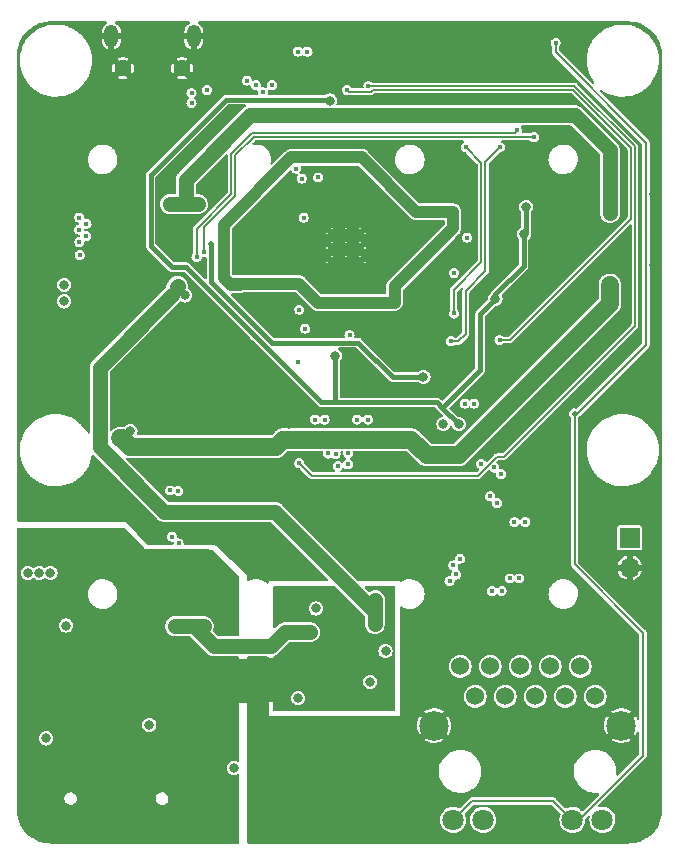
<source format=gbr>
%TF.GenerationSoftware,KiCad,Pcbnew,(6.0.4)*%
%TF.CreationDate,2022-08-11T23:06:15+02:00*%
%TF.ProjectId,MainBoard,4d61696e-426f-4617-9264-2e6b69636164,rev?*%
%TF.SameCoordinates,PXa344e00PY7102aa0*%
%TF.FileFunction,Copper,L3,Inr*%
%TF.FilePolarity,Positive*%
%FSLAX46Y46*%
G04 Gerber Fmt 4.6, Leading zero omitted, Abs format (unit mm)*
G04 Created by KiCad (PCBNEW (6.0.4)) date 2022-08-11 23:06:15*
%MOMM*%
%LPD*%
G01*
G04 APERTURE LIST*
%TA.AperFunction,ComponentPad*%
%ADD10R,1.700000X1.700000*%
%TD*%
%TA.AperFunction,ComponentPad*%
%ADD11O,1.700000X1.700000*%
%TD*%
%TA.AperFunction,ComponentPad*%
%ADD12O,1.200000X1.900000*%
%TD*%
%TA.AperFunction,ComponentPad*%
%ADD13C,1.450000*%
%TD*%
%TA.AperFunction,ComponentPad*%
%ADD14C,1.524000*%
%TD*%
%TA.AperFunction,ComponentPad*%
%ADD15C,1.800000*%
%TD*%
%TA.AperFunction,ComponentPad*%
%ADD16C,2.500000*%
%TD*%
%TA.AperFunction,ComponentPad*%
%ADD17O,1.100000X1.600000*%
%TD*%
%TA.AperFunction,ComponentPad*%
%ADD18O,1.600000X1.100000*%
%TD*%
%TA.AperFunction,ComponentPad*%
%ADD19C,0.500000*%
%TD*%
%TA.AperFunction,ViaPad*%
%ADD20C,0.800000*%
%TD*%
%TA.AperFunction,ViaPad*%
%ADD21C,0.450000*%
%TD*%
%TA.AperFunction,ViaPad*%
%ADD22C,0.500000*%
%TD*%
%TA.AperFunction,Conductor*%
%ADD23C,0.200000*%
%TD*%
%TA.AperFunction,Conductor*%
%ADD24C,0.400000*%
%TD*%
%TA.AperFunction,Conductor*%
%ADD25C,1.300000*%
%TD*%
%TA.AperFunction,Conductor*%
%ADD26C,1.500000*%
%TD*%
%TA.AperFunction,Conductor*%
%ADD27C,1.000000*%
%TD*%
%TA.AperFunction,Conductor*%
%ADD28C,0.150000*%
%TD*%
G04 APERTURE END LIST*
D10*
%TO.N,/CM4/n_eeprom_en*%
%TO.C,J6*%
X52170000Y26075000D03*
D11*
%TO.N,GND*%
X52170000Y23535000D03*
%TD*%
D12*
%TO.N,GND*%
%TO.C,J7*%
X15270000Y68547500D03*
D13*
X9270000Y65847500D03*
D12*
X8270000Y68547500D03*
D13*
X14270000Y65847500D03*
%TD*%
D14*
%TO.N,/CM4/TRD0+*%
%TO.C,U3*%
X37820000Y15190000D03*
%TO.N,/CM4/TRD0-*%
X39090000Y12650000D03*
%TO.N,/CM4/TRD1+*%
X40360000Y15190000D03*
%TO.N,/CM4/TRD1-*%
X41630000Y12650000D03*
%TO.N,Net-(C1-Pad1)*%
X42900000Y15190000D03*
X44170000Y12650000D03*
%TO.N,/CM4/TRD2+*%
X45440000Y15190000D03*
%TO.N,/CM4/TRD2-*%
X46710000Y12650000D03*
%TO.N,/CM4/TRD3+*%
X47980000Y15190000D03*
%TO.N,/CM4/TRD3-*%
X49250000Y12650000D03*
D15*
%TO.N,+3V3*%
X37210000Y2190000D03*
%TO.N,Net-(R1-Pad2)*%
X39750000Y2190000D03*
%TO.N,+3V3*%
X47320000Y2190000D03*
%TO.N,Net-(R2-Pad2)*%
X49860000Y2190000D03*
D16*
%TO.N,GND*%
X35610000Y10190000D03*
X51460000Y10190000D03*
%TD*%
D17*
%TO.N,GND*%
%TO.C,J1*%
X4380000Y5800000D03*
X13020000Y5800000D03*
D18*
X6400000Y4370000D03*
X11000000Y4370000D03*
%TD*%
D19*
%TO.N,GND*%
%TO.C,U4*%
X26950000Y49460000D03*
X28150000Y49460000D03*
X29350000Y50660000D03*
X29350000Y49460000D03*
X28150000Y51860000D03*
X29350000Y51860000D03*
X26950000Y50660000D03*
X26950000Y51860000D03*
X28150000Y50660000D03*
%TD*%
D20*
%TO.N,GND*%
X25620006Y51201893D03*
D21*
X21345316Y35914882D03*
D20*
X770000Y36200000D03*
X6420000Y27900000D03*
X1500000Y1500000D03*
X31000000Y32850000D03*
X25600000Y52500000D03*
X31300000Y42650000D03*
X54270000Y49200000D03*
X27800000Y56400000D03*
X6070000Y1200000D03*
X23500000Y20600000D03*
X13475000Y50400000D03*
X17770000Y69200000D03*
X48770000Y69200000D03*
X54270000Y42200000D03*
X40054241Y33545759D03*
D21*
X19900000Y34975000D03*
D20*
X15550000Y24250000D03*
X7900000Y16600000D03*
X6050000Y24900000D03*
D21*
X14300000Y32000000D03*
D20*
X54270000Y10700000D03*
X31000000Y9500000D03*
X770000Y42200000D03*
X5270000Y25800000D03*
X18470000Y8200000D03*
X4500000Y7750000D03*
X13975000Y61125000D03*
X1520000Y13700000D03*
X31500000Y23000000D03*
X18420000Y18300000D03*
X770000Y30200000D03*
X51800000Y51450000D03*
X25070500Y33000000D03*
X25620006Y49501893D03*
X30700000Y51100000D03*
D21*
X12950000Y35850000D03*
D20*
X13500000Y42800000D03*
X18570000Y14900000D03*
D21*
X37100000Y50200000D03*
D20*
X770000Y49200000D03*
X19200000Y52393378D03*
X6800000Y10100000D03*
X37300000Y43900000D03*
X28150316Y47850010D03*
X43270000Y1200000D03*
X25600000Y48300000D03*
D21*
X12800000Y27050000D03*
D20*
X11000000Y11250000D03*
X22500000Y9500000D03*
X17470000Y15300000D03*
X53770000Y2200000D03*
X25930000Y53660000D03*
X35000000Y35700000D03*
X17000000Y1700000D03*
X29552466Y47850010D03*
X29418077Y53651016D03*
X1520000Y11450000D03*
X1470000Y15600000D03*
D21*
X23550000Y43550000D03*
D20*
X30700000Y52400000D03*
X24200000Y15100000D03*
X34000000Y16000000D03*
X36520000Y66950000D03*
D21*
X10345000Y32300000D03*
D20*
X54270000Y20200000D03*
X54270000Y55200000D03*
X25500000Y23000000D03*
X770000Y55200000D03*
X1400000Y8000000D03*
X30700000Y48300000D03*
X18570000Y13700000D03*
X28500000Y39950000D03*
X9720000Y21850000D03*
X1070000Y28000000D03*
X28770000Y66950000D03*
X4520000Y21700000D03*
X33770000Y66950000D03*
X19200000Y49000000D03*
X20770000Y1200000D03*
X20770000Y8200000D03*
D21*
X16900000Y37300000D03*
D20*
X17420000Y23500000D03*
X23300000Y35749500D03*
X31600000Y36550000D03*
X17370000Y6400000D03*
X30700000Y49500000D03*
X28600000Y15100000D03*
D21*
X41700000Y20750000D03*
D20*
X33000000Y32850000D03*
X29270000Y1200000D03*
D21*
X16700000Y26250000D03*
D20*
X31500000Y12000000D03*
X22500000Y59200000D03*
X770000Y62200000D03*
X44500000Y21650000D03*
X35700000Y57300000D03*
X34000000Y12000000D03*
X26270000Y66950000D03*
X9500000Y16600000D03*
X11220000Y20950000D03*
X38900000Y54100000D03*
X54270000Y36700000D03*
X18620000Y20950000D03*
X45750000Y65300000D03*
X54270000Y62200000D03*
D21*
X15850000Y26300000D03*
D20*
X39725000Y47325000D03*
X5370000Y23900000D03*
X41000000Y53900000D03*
X12250000Y7000000D03*
X8750000Y9250000D03*
X41670000Y57650000D03*
D21*
X19100000Y42950000D03*
X12800000Y31950000D03*
D20*
X5950000Y44800000D03*
X42900000Y13600000D03*
X17470000Y14300000D03*
X27770000Y53700000D03*
X26639385Y47850010D03*
X12300000Y1400000D03*
X17470000Y13300000D03*
X44600000Y51100000D03*
X31270000Y66950000D03*
X33100000Y41300000D03*
D21*
X38600000Y20500000D03*
%TO.N,/CM4/USB-*%
X15070000Y63725000D03*
X20508311Y64410256D03*
%TO.N,/CM4/USB+*%
X15070000Y62875000D03*
X21109353Y63809214D03*
%TO.N,/CM4/OTG_ID*%
X16370000Y64000000D03*
X19770000Y64800000D03*
%TO.N,/CM4/TRD3+*%
X42825000Y22650000D03*
%TO.N,/CM4/TRD1+*%
X37809074Y24319435D03*
%TO.N,/CM4/TRD3-*%
X42015000Y22650000D03*
%TO.N,/CM4/TRD1-*%
X37236316Y23746677D03*
%TO.N,/CM4/TRD2+*%
X41325000Y21566010D03*
%TO.N,/CM4/TRD0+*%
X37491379Y22978518D03*
%TO.N,/CM4/TRD2-*%
X40515000Y21566010D03*
%TO.N,/CM4/TRD0-*%
X36918621Y22405760D03*
%TO.N,/CM4/SPI_CLK*%
X26614500Y33225500D03*
X5575000Y53200000D03*
%TO.N,/CM4/SPI_MISO*%
X27265629Y33184371D03*
X6175000Y52689500D03*
%TO.N,/CM4/SPI_MOSI*%
X28350000Y33224257D03*
X5550000Y52175000D03*
%TO.N,/CM4/SPI_EN0*%
X27445740Y32158299D03*
X6124098Y51631499D03*
%TO.N,/CM4/SPI_EN1*%
X5575000Y51125000D03*
X28300000Y32300000D03*
%TO.N,/PCIe_sata/TX00+*%
X43340000Y27440000D03*
%TO.N,/PCIe_sata/TX01+*%
X41286379Y31463621D03*
%TO.N,/PCIe_sata/TX02+*%
X30000000Y36100000D03*
%TO.N,/PCIe_sata/TX03+*%
X13982031Y25604427D03*
%TO.N,/PCIe_sata/TX00-*%
X42410000Y27440000D03*
%TO.N,/PCIe_sata/TX01-*%
X40713621Y32036379D03*
%TO.N,/PCIe_sata/TX02-*%
X29100000Y36100000D03*
%TO.N,/PCIe_sata/TX03-*%
X13395131Y26191327D03*
%TO.N,/PCIe_sata/RX00-*%
X40944869Y29008673D03*
%TO.N,/PCIe_sata/RX01-*%
X39005000Y37450000D03*
%TO.N,/PCIe_sata/RX02-*%
X26335000Y36100000D03*
%TO.N,/PCIe_sata/RX03-*%
X13950000Y30050000D03*
%TO.N,/PCIe_sata/RX00+*%
X40357969Y29595573D03*
%TO.N,/PCIe_sata/RX01+*%
X38195000Y37450000D03*
%TO.N,/PCIe_sata/RX02+*%
X25525000Y36100000D03*
%TO.N,/PCIe_sata/RX03+*%
X13250000Y30100000D03*
%TO.N,/PCIe_sata/VAA2_0*%
X38400000Y51500000D03*
%TO.N,/PCIe_sata/VAA2_1*%
X37300000Y48525000D03*
%TO.N,/PCIe_sata/AVDD0*%
X25800000Y56600000D03*
%TO.N,+3V3*%
X45900000Y68000000D03*
D20*
X34700000Y39700000D03*
D22*
X16750000Y50950000D03*
X47500000Y36600000D03*
D20*
X36400000Y35700000D03*
D21*
%TO.N,/PCIe_sata/VAA2_2*%
X28450000Y43250000D03*
%TO.N,/PCIe_sata/VAA2_3*%
X24700000Y43800000D03*
D20*
%TO.N,+1V0*%
X30600000Y19800000D03*
X14500000Y46600000D03*
X13900000Y47400000D03*
X31500000Y16500000D03*
X13400000Y46600000D03*
X24100000Y12500000D03*
X30600000Y18800000D03*
X30600000Y20800000D03*
%TO.N,+1V8*%
X26800000Y63100000D03*
X37700000Y35700000D03*
X27200000Y41500000D03*
X43200000Y51800000D03*
X40800000Y46300000D03*
X43400000Y54100000D03*
%TO.N,+12V*%
X50500000Y53600000D03*
X24100000Y18100000D03*
X14420000Y54350000D03*
X15605000Y54335000D03*
X16100000Y18600000D03*
X50500000Y55000000D03*
X23000000Y18100000D03*
X15300000Y18600000D03*
X13255000Y54335000D03*
X25100000Y18100000D03*
X13700000Y18600000D03*
X14500000Y18600000D03*
%TO.N,+5V*%
X4300000Y46100000D03*
X50500000Y47500000D03*
X18670000Y6600000D03*
X50500000Y45900000D03*
X37220000Y33100000D03*
X3120000Y23100000D03*
X9900000Y35100000D03*
X35120000Y33100000D03*
X9870000Y33800000D03*
X2170000Y23100000D03*
X36170000Y33100000D03*
X2770000Y9100000D03*
X1220000Y23100000D03*
X4300000Y47500000D03*
X9000000Y34500000D03*
D21*
%TO.N,/CM4/Global_en*%
X39600000Y32350000D03*
X5600000Y50025000D03*
%TO.N,/CM4/PCIE_nRST*%
X21870000Y64400000D03*
X24560000Y53200000D03*
%TO.N,/CM4/PCIE_TX_P*%
X24075000Y67250000D03*
X23900000Y57350000D03*
%TO.N,/CM4/PCIE_TX_N*%
X24885000Y67250000D03*
X24400000Y56500000D03*
%TO.N,/PCIe_sata/led1*%
X16125500Y50300000D03*
X44050000Y60000000D03*
%TO.N,/PCIe_sata/led2*%
X15500000Y49850000D03*
X42650000Y60575000D03*
%TO.N,/PCIe_sata/led3*%
X41175000Y59150000D03*
X37050000Y42725000D03*
%TO.N,/PCIe_sata/led4*%
X38300000Y59150000D03*
X37275000Y45075000D03*
%TO.N,/PCIe_sata/SPI_DO*%
X24100000Y41000000D03*
X24200000Y45400000D03*
D20*
%TO.N,Net-(C61-Pad1)*%
X4438967Y18651273D03*
X11500000Y10250000D03*
%TO.N,VDD*%
X29500000Y58300000D03*
X18300000Y47600000D03*
X37200000Y53700000D03*
X19200000Y47500000D03*
X32262686Y46002012D03*
%TO.N,Net-(C84-Pad1)*%
X30200000Y13900000D03*
X25600000Y20100000D03*
D21*
%TO.N,Net-(Module1-Pad21)*%
X24200000Y32400000D03*
X30050000Y64350000D03*
%TO.N,Net-(Module1-Pad95)*%
X41150000Y42850000D03*
X28250000Y64000000D03*
%TD*%
D23*
%TO.N,/PCIe_sata/led3*%
X37650000Y42725000D02*
X37050000Y42725000D01*
X38300000Y43375000D02*
X37650000Y42725000D01*
X38300000Y47000000D02*
X38300000Y43375000D01*
X39950020Y48650020D02*
X38300000Y47000000D01*
X39950020Y57925020D02*
X39950020Y48650020D01*
X41175000Y59150000D02*
X39950020Y57925020D01*
D24*
%TO.N,+3V3*%
X29200000Y42600000D02*
X32100000Y39700000D01*
X21900000Y42600000D02*
X29200000Y42600000D01*
X32100000Y39700000D02*
X34700000Y39700000D01*
X16750000Y47750000D02*
X21900000Y42600000D01*
X16750000Y50950000D02*
X16750000Y47750000D01*
D23*
X45710000Y3800000D02*
X47320000Y2190000D01*
X45900000Y67200000D02*
X45900000Y68000000D01*
X37210000Y2190000D02*
X38820000Y3800000D01*
X47500000Y36600000D02*
X47500000Y23850000D01*
X53550000Y59550000D02*
X45900000Y67200000D01*
X53300000Y18050000D02*
X53300000Y7650000D01*
X53300000Y7650000D02*
X47840000Y2190000D01*
X53550000Y42425000D02*
X53550000Y59550000D01*
X47725000Y36600000D02*
X53550000Y42425000D01*
X47500000Y36600000D02*
X47725000Y36600000D01*
X47500000Y23850000D02*
X53300000Y18050000D01*
X38820000Y3800000D02*
X45710000Y3800000D01*
D25*
%TO.N,+1V0*%
X12753983Y28300000D02*
X22100000Y28300000D01*
X7300000Y40500000D02*
X7300000Y33753983D01*
X30600000Y19800000D02*
X30600000Y18800000D01*
X13900000Y47400000D02*
X13800000Y47300000D01*
X30600000Y19800000D02*
X30600000Y20800000D01*
X22100000Y28300000D02*
X30600000Y19800000D01*
X7300000Y33753983D02*
X12753983Y28300000D01*
X13400000Y46600000D02*
X7300000Y40500000D01*
D24*
%TO.N,+1V8*%
X40800000Y46700000D02*
X43200000Y49100000D01*
X40800000Y46300000D02*
X40800000Y46700000D01*
X26725000Y63175000D02*
X17975000Y63175000D01*
X11600000Y56800000D02*
X11600000Y50800000D01*
X14625000Y49000000D02*
X26075000Y37550000D01*
X13400000Y49000000D02*
X14625000Y49000000D01*
X39500000Y45000000D02*
X39500000Y40300000D01*
X17975000Y63175000D02*
X11600000Y56800000D01*
X36300000Y37100000D02*
X37700000Y35700000D01*
X39500000Y40300000D02*
X36300000Y37100000D01*
X26800000Y63100000D02*
X26725000Y63175000D01*
X11600000Y50800000D02*
X13400000Y49000000D01*
X35850000Y37550000D02*
X36300000Y37100000D01*
X26075000Y37550000D02*
X27150000Y37550000D01*
X27150000Y37550000D02*
X35850000Y37550000D01*
X43200000Y49100000D02*
X43200000Y51800000D01*
X27150000Y37550000D02*
X27200000Y37600000D01*
X43400000Y52000000D02*
X43200000Y51800000D01*
X40800000Y46300000D02*
X39500000Y45000000D01*
X43400000Y54100000D02*
X43400000Y52000000D01*
X27200000Y37600000D02*
X27200000Y41500000D01*
D25*
%TO.N,+12V*%
X20050000Y61850000D02*
X47550000Y61850000D01*
X15300000Y18600000D02*
X13700000Y18600000D01*
X50500000Y55000000D02*
X50500000Y53600000D01*
X13255000Y54335000D02*
X15605000Y54335000D01*
X47550000Y61850000D02*
X50500000Y58900000D01*
X50500000Y58900000D02*
X50500000Y55000000D01*
X24100000Y18100000D02*
X25100000Y18100000D01*
X14600000Y54530000D02*
X14600000Y56400000D01*
X17000000Y16900000D02*
X21800000Y16900000D01*
X14420000Y54350000D02*
X14600000Y54530000D01*
X23000000Y18100000D02*
X24100000Y18100000D01*
X17000000Y16900000D02*
X15300000Y18600000D01*
X15300000Y18600000D02*
X16100000Y18600000D01*
X14600000Y56400000D02*
X20050000Y61850000D01*
X21800000Y16900000D02*
X23000000Y18100000D01*
D26*
%TO.N,+5V*%
X22220000Y33800000D02*
X9870000Y33800000D01*
X34970000Y33100000D02*
X33670000Y34400000D01*
X50500000Y47500000D02*
X50500000Y45900000D01*
X37700000Y33100000D02*
X34970000Y33100000D01*
X9170000Y34500000D02*
X9870000Y33800000D01*
X33670000Y34400000D02*
X22820000Y34400000D01*
X9000000Y34500000D02*
X9170000Y34500000D01*
X22820000Y34400000D02*
X22220000Y33800000D01*
X50500000Y45900000D02*
X37700000Y33100000D01*
D23*
%TO.N,/PCIe_sata/led1*%
X20325000Y60025000D02*
X44025000Y60025000D01*
X16125500Y50300000D02*
X16125500Y52375500D01*
X18775000Y55025000D02*
X18775000Y58475000D01*
X16125500Y52375500D02*
X18775000Y55025000D01*
X18775000Y58475000D02*
X20325000Y60025000D01*
X44025000Y60025000D02*
X44050000Y60000000D01*
%TO.N,/PCIe_sata/led2*%
X15500000Y52245004D02*
X18424980Y55169984D01*
X18424980Y58619984D02*
X20180016Y60375020D01*
X18424980Y55169984D02*
X18424980Y58619984D01*
X20180016Y60375020D02*
X42450020Y60375020D01*
X42450020Y60375020D02*
X42650000Y60575000D01*
X15500000Y49850000D02*
X15500000Y52245004D01*
%TO.N,/PCIe_sata/led4*%
X39600000Y57850000D02*
X38300000Y59150000D01*
X39600000Y49400000D02*
X39600000Y57850000D01*
X37275000Y47075000D02*
X39600000Y49400000D01*
X37275000Y45075000D02*
X37275000Y47075000D01*
D27*
%TO.N,VDD*%
X17800000Y52600000D02*
X17800000Y48100000D01*
X37200000Y52300000D02*
X37200000Y53700000D01*
X19200000Y47500000D02*
X18400000Y47500000D01*
X25797988Y46002012D02*
X32262686Y46002012D01*
X32262686Y47362686D02*
X37200000Y52300000D01*
X34100000Y53700000D02*
X37200000Y53700000D01*
D24*
X18400000Y47500000D02*
X18300000Y47600000D01*
D27*
X24200000Y47600000D02*
X25797988Y46002012D01*
X18300000Y47600000D02*
X24200000Y47600000D01*
X29500000Y58300000D02*
X34100000Y53700000D01*
X29500000Y58300000D02*
X23500000Y58300000D01*
X17800000Y48100000D02*
X18300000Y47600000D01*
X23500000Y58300000D02*
X17800000Y52600000D01*
X32262686Y46002012D02*
X32262686Y47362686D01*
D28*
%TO.N,Net-(Module1-Pad21)*%
X30050000Y64350000D02*
X47480154Y64350000D01*
X39320826Y31350000D02*
X25250000Y31350000D01*
X40920826Y32950000D02*
X39320826Y31350000D01*
X25250000Y31350000D02*
X24200000Y32400000D01*
X52600000Y59230153D02*
X52600000Y44050000D01*
X52600000Y44050000D02*
X41500000Y32950000D01*
X47480154Y64350000D02*
X52600000Y59230153D01*
X41500000Y32950000D02*
X40920826Y32950000D01*
%TO.N,Net-(Module1-Pad95)*%
X52260480Y59089520D02*
X47339520Y64010480D01*
X42000000Y42850000D02*
X52260480Y53110480D01*
X41150000Y42850000D02*
X42000000Y42850000D01*
X30252763Y63860489D02*
X28389511Y63860489D01*
X47339520Y64010480D02*
X30402754Y64010480D01*
X30402754Y64010480D02*
X30252763Y63860489D01*
X52260480Y53110480D02*
X52260480Y59089520D01*
X28389511Y63860489D02*
X28250000Y64000000D01*
%TD*%
%TA.AperFunction,Conductor*%
%TO.N,GND*%
G36*
X27213142Y21979998D02*
G01*
X27234116Y21963095D01*
X29712595Y19484616D01*
X29746621Y19422304D01*
X29749500Y19395521D01*
X29749500Y18753836D01*
X29764442Y18616291D01*
X29823383Y18441152D01*
X29918557Y18282756D01*
X29923248Y18277796D01*
X29923249Y18277794D01*
X29962034Y18236781D01*
X30045524Y18148493D01*
X30198360Y18044625D01*
X30204694Y18042092D01*
X30204697Y18042090D01*
X30363598Y17978534D01*
X30363603Y17978533D01*
X30369935Y17976000D01*
X30461689Y17960810D01*
X30545506Y17946934D01*
X30545510Y17946934D01*
X30552244Y17945819D01*
X30559061Y17946176D01*
X30559065Y17946176D01*
X30714111Y17954302D01*
X30736781Y17955490D01*
X30743354Y17957301D01*
X30743357Y17957301D01*
X30908354Y18002749D01*
X30914936Y18004562D01*
X31078398Y18090746D01*
X31219540Y18210020D01*
X31223688Y18215445D01*
X31327633Y18351399D01*
X31327636Y18351403D01*
X31331777Y18356820D01*
X31400000Y18503124D01*
X31400000Y17092517D01*
X31351426Y17086122D01*
X31343238Y17085044D01*
X31197159Y17024536D01*
X31071718Y16928282D01*
X30975464Y16802841D01*
X30914956Y16656762D01*
X30894318Y16500000D01*
X30914956Y16343238D01*
X30975464Y16197159D01*
X31071718Y16071718D01*
X31197159Y15975464D01*
X31343238Y15914956D01*
X31351426Y15913878D01*
X31400000Y15907483D01*
X31400000Y11725000D01*
X22100000Y11725000D01*
X22100000Y12500000D01*
X23494318Y12500000D01*
X23514956Y12343238D01*
X23575464Y12197159D01*
X23671718Y12071718D01*
X23797159Y11975464D01*
X23943238Y11914956D01*
X24100000Y11894318D01*
X24108188Y11895396D01*
X24248574Y11913878D01*
X24256762Y11914956D01*
X24402841Y11975464D01*
X24528282Y12071718D01*
X24624536Y12197159D01*
X24685044Y12343238D01*
X24705682Y12500000D01*
X24685044Y12656762D01*
X24624536Y12802841D01*
X24528282Y12928282D01*
X24402841Y13024536D01*
X24256762Y13085044D01*
X24100000Y13105682D01*
X23943238Y13085044D01*
X23797159Y13024536D01*
X23671718Y12928282D01*
X23575464Y12802841D01*
X23514956Y12656762D01*
X23494318Y12500000D01*
X22100000Y12500000D01*
X22100000Y13900000D01*
X29594318Y13900000D01*
X29614956Y13743238D01*
X29675464Y13597159D01*
X29771718Y13471718D01*
X29897159Y13375464D01*
X30043238Y13314956D01*
X30200000Y13294318D01*
X30208188Y13295396D01*
X30348574Y13313878D01*
X30356762Y13314956D01*
X30502841Y13375464D01*
X30628282Y13471718D01*
X30724536Y13597159D01*
X30785044Y13743238D01*
X30805682Y13900000D01*
X30785044Y14056762D01*
X30724536Y14202841D01*
X30628282Y14328282D01*
X30502841Y14424536D01*
X30356762Y14485044D01*
X30200000Y14505682D01*
X30043238Y14485044D01*
X29897159Y14424536D01*
X29771718Y14328282D01*
X29675464Y14202841D01*
X29614956Y14056762D01*
X29594318Y13900000D01*
X22100000Y13900000D01*
X22100000Y16103578D01*
X22152377Y16121205D01*
X22152379Y16121206D01*
X22158848Y16123383D01*
X22164702Y16126900D01*
X22167514Y16128200D01*
X22167957Y16128382D01*
X22168116Y16128458D01*
X22168534Y16128686D01*
X22171303Y16130049D01*
X22177715Y16132382D01*
X22183473Y16136036D01*
X22183479Y16136039D01*
X22245644Y16175490D01*
X22248263Y16177108D01*
X22311393Y16215041D01*
X22311395Y16215042D01*
X22317244Y16218557D01*
X22322203Y16223246D01*
X22324682Y16225128D01*
X22325459Y16225668D01*
X22329369Y16228625D01*
X22333738Y16231398D01*
X22337972Y16235183D01*
X22391478Y16288689D01*
X22394000Y16291142D01*
X22446549Y16340835D01*
X22446551Y16340837D01*
X22451507Y16345524D01*
X22455341Y16351166D01*
X22459767Y16356366D01*
X22460171Y16356022D01*
X22466707Y16363918D01*
X23315384Y17212595D01*
X23377696Y17246621D01*
X23404479Y17249500D01*
X25146164Y17249500D01*
X25283709Y17264442D01*
X25458848Y17323383D01*
X25617244Y17418557D01*
X25751507Y17545524D01*
X25855375Y17698360D01*
X25857910Y17704697D01*
X25921466Y17863598D01*
X25921467Y17863603D01*
X25924000Y17869935D01*
X25939190Y17961689D01*
X25953066Y18045506D01*
X25953066Y18045510D01*
X25954181Y18052244D01*
X25952331Y18087561D01*
X25944867Y18229968D01*
X25944510Y18236781D01*
X25931847Y18282756D01*
X25897251Y18408354D01*
X25895438Y18414936D01*
X25809254Y18578398D01*
X25689980Y18719540D01*
X25645123Y18753836D01*
X25548601Y18827633D01*
X25548597Y18827636D01*
X25543180Y18831777D01*
X25537000Y18834659D01*
X25536998Y18834660D01*
X25381880Y18906993D01*
X25381877Y18906994D01*
X25375703Y18909873D01*
X25369058Y18911358D01*
X25369053Y18911360D01*
X25221911Y18944249D01*
X25195363Y18950183D01*
X25189693Y18950500D01*
X23041062Y18950500D01*
X23030521Y18950942D01*
X22979098Y18955260D01*
X22972338Y18954358D01*
X22972334Y18954358D01*
X22899341Y18944619D01*
X22896287Y18944249D01*
X22823072Y18936295D01*
X22823069Y18936294D01*
X22816291Y18935558D01*
X22809831Y18933384D01*
X22806783Y18932714D01*
X22806322Y18932633D01*
X22806171Y18932597D01*
X22805712Y18932464D01*
X22802693Y18931722D01*
X22795931Y18930820D01*
X22789521Y18928487D01*
X22789517Y18928486D01*
X22720329Y18903303D01*
X22717423Y18902285D01*
X22647623Y18878795D01*
X22647621Y18878794D01*
X22641152Y18876617D01*
X22635298Y18873100D01*
X22632486Y18871800D01*
X22632043Y18871618D01*
X22631884Y18871542D01*
X22631466Y18871314D01*
X22628697Y18869951D01*
X22622285Y18867618D01*
X22616528Y18863964D01*
X22616527Y18863964D01*
X22554330Y18824493D01*
X22551738Y18822892D01*
X22482756Y18781443D01*
X22477801Y18776757D01*
X22475331Y18774882D01*
X22474552Y18774341D01*
X22470628Y18771373D01*
X22466261Y18768602D01*
X22462028Y18764817D01*
X22408523Y18711312D01*
X22406001Y18708859D01*
X22348493Y18654476D01*
X22344659Y18648834D01*
X22340233Y18643634D01*
X22339829Y18643978D01*
X22333293Y18636082D01*
X22215095Y18517884D01*
X22152783Y18483858D01*
X22100000Y18487633D01*
X22100000Y20100000D01*
X24994318Y20100000D01*
X25014956Y19943238D01*
X25075464Y19797159D01*
X25171718Y19671718D01*
X25297159Y19575464D01*
X25443238Y19514956D01*
X25600000Y19494318D01*
X25608188Y19495396D01*
X25748574Y19513878D01*
X25756762Y19514956D01*
X25902841Y19575464D01*
X26028282Y19671718D01*
X26124536Y19797159D01*
X26185044Y19943238D01*
X26205682Y20100000D01*
X26185044Y20256762D01*
X26124536Y20402841D01*
X26028282Y20528282D01*
X25902841Y20624536D01*
X25756762Y20685044D01*
X25600000Y20705682D01*
X25443238Y20685044D01*
X25297159Y20624536D01*
X25171718Y20528282D01*
X25075464Y20402841D01*
X25014956Y20256762D01*
X24994318Y20100000D01*
X22100000Y20100000D01*
X22100000Y21994344D01*
X22126000Y22000000D01*
X27145021Y22000000D01*
X27213142Y21979998D01*
G37*
%TD.AperFunction*%
%TA.AperFunction,Conductor*%
G36*
X31400000Y21089367D02*
G01*
X31378794Y21152378D01*
X31376617Y21158848D01*
X31281443Y21317244D01*
X31154476Y21451507D01*
X31001640Y21555375D01*
X30995306Y21557908D01*
X30995303Y21557910D01*
X30836402Y21621466D01*
X30836397Y21621467D01*
X30830065Y21624000D01*
X30738311Y21639190D01*
X30654494Y21653066D01*
X30654490Y21653066D01*
X30647756Y21654181D01*
X30640939Y21653824D01*
X30640935Y21653824D01*
X30485889Y21645698D01*
X30463219Y21644510D01*
X30456646Y21642699D01*
X30456643Y21642699D01*
X30379558Y21621466D01*
X30285064Y21595438D01*
X30279022Y21592252D01*
X30279021Y21592252D01*
X30185396Y21542890D01*
X30115809Y21528813D01*
X30049658Y21554592D01*
X30037537Y21565252D01*
X29817884Y21784905D01*
X29783858Y21847217D01*
X29788923Y21918032D01*
X29831470Y21974868D01*
X29897990Y21999679D01*
X29906979Y22000000D01*
X31400000Y22000000D01*
X31400000Y21089367D01*
G37*
%TD.AperFunction*%
%TD*%
%TA.AperFunction,Conductor*%
%TO.N,GND*%
G36*
X9328309Y26947888D02*
G01*
X9418540Y26928947D01*
X9455782Y26912592D01*
X9530787Y26858965D01*
X9546103Y26845418D01*
X9725676Y26650000D01*
X11060853Y25197012D01*
X11060855Y25197010D01*
X11150000Y25100000D01*
X16572975Y25100000D01*
X16591380Y25098274D01*
X16673457Y25082744D01*
X16707722Y25069296D01*
X16778452Y25024853D01*
X16793111Y25013605D01*
X18693458Y23250326D01*
X19024384Y22943269D01*
X19037801Y22927965D01*
X19090910Y22853066D01*
X19107082Y22815938D01*
X19125751Y22726044D01*
X19127819Y22705792D01*
X19121869Y17849379D01*
X19102890Y17791211D01*
X19053346Y17755308D01*
X19022869Y17750500D01*
X17393297Y17750500D01*
X17335106Y17769407D01*
X17323293Y17779496D01*
X16915548Y18187241D01*
X16887771Y18241758D01*
X16893632Y18294008D01*
X16924000Y18369935D01*
X16954181Y18552244D01*
X16944510Y18736781D01*
X16895438Y18914936D01*
X16809254Y19078398D01*
X16744964Y19154476D01*
X16693440Y19215446D01*
X16693438Y19215448D01*
X16689980Y19219540D01*
X16543180Y19331777D01*
X16375703Y19409873D01*
X16370476Y19411041D01*
X16370474Y19411042D01*
X16199322Y19449298D01*
X16199323Y19449298D01*
X16195363Y19450183D01*
X16191212Y19450415D01*
X16191079Y19450423D01*
X16191062Y19450423D01*
X16189693Y19450500D01*
X15313640Y19450500D01*
X15310876Y19450539D01*
X15307341Y19450638D01*
X15231389Y19452759D01*
X15226119Y19451754D01*
X15220778Y19451324D01*
X15220764Y19451500D01*
X15210191Y19450500D01*
X13653836Y19450500D01*
X13623436Y19447198D01*
X13521616Y19436137D01*
X13521611Y19436136D01*
X13516291Y19435558D01*
X13341152Y19376617D01*
X13182756Y19281443D01*
X13178864Y19277763D01*
X13178862Y19277761D01*
X13052385Y19158157D01*
X13052383Y19158154D01*
X13048493Y19154476D01*
X13045484Y19150048D01*
X13045482Y19150046D01*
X12947636Y19006071D01*
X12944625Y19001640D01*
X12876000Y18830065D01*
X12845819Y18647756D01*
X12855490Y18463219D01*
X12904562Y18285064D01*
X12990746Y18121602D01*
X12994205Y18117508D01*
X12994207Y18117506D01*
X13038255Y18065382D01*
X13110020Y17980460D01*
X13256820Y17868223D01*
X13424297Y17790127D01*
X13429524Y17788959D01*
X13429526Y17788958D01*
X13554165Y17761099D01*
X13604637Y17749817D01*
X13608788Y17749585D01*
X13608921Y17749577D01*
X13608938Y17749577D01*
X13610307Y17749500D01*
X14906703Y17749500D01*
X14964894Y17730593D01*
X14976707Y17720504D01*
X16370374Y16326838D01*
X16375985Y16320735D01*
X16410020Y16280460D01*
X16414279Y16277204D01*
X16474210Y16231383D01*
X16476114Y16229890D01*
X16539073Y16179269D01*
X16543875Y16176885D01*
X16548194Y16174123D01*
X16552567Y16171475D01*
X16556820Y16168223D01*
X16561668Y16165962D01*
X16561672Y16165960D01*
X16630075Y16134064D01*
X16632255Y16133014D01*
X16704593Y16097105D01*
X16709795Y16095808D01*
X16714599Y16094040D01*
X16719436Y16092393D01*
X16724297Y16090127D01*
X16773252Y16079185D01*
X16803144Y16072503D01*
X16805498Y16071946D01*
X16878690Y16053697D01*
X16878695Y16053696D01*
X16883894Y16052400D01*
X16889253Y16052250D01*
X16894565Y16051523D01*
X16894517Y16051170D01*
X16896602Y16050911D01*
X16896651Y16051262D01*
X16900667Y16050704D01*
X16904637Y16049817D01*
X16908694Y16049590D01*
X16908695Y16049590D01*
X16908921Y16049577D01*
X16908938Y16049577D01*
X16910307Y16049500D01*
X16986360Y16049500D01*
X16989125Y16049461D01*
X17068611Y16047241D01*
X17073881Y16048246D01*
X17079222Y16048676D01*
X17079236Y16048500D01*
X17089809Y16049500D01*
X19020543Y16049500D01*
X19078734Y16030593D01*
X19114698Y15981093D01*
X19119543Y15950382D01*
X19108841Y7216244D01*
X19089863Y7158078D01*
X19040319Y7122175D01*
X18979134Y7122250D01*
X18971957Y7124903D01*
X18832762Y7182559D01*
X18832760Y7182560D01*
X18826762Y7185044D01*
X18670000Y7205682D01*
X18513238Y7185044D01*
X18367159Y7124536D01*
X18241718Y7028282D01*
X18145464Y6902841D01*
X18084956Y6756762D01*
X18064318Y6600000D01*
X18084956Y6443238D01*
X18145464Y6297159D01*
X18241718Y6171718D01*
X18367159Y6075464D01*
X18513238Y6014956D01*
X18670000Y5994318D01*
X18826762Y6014956D01*
X18970444Y6074471D01*
X19031441Y6079272D01*
X19083610Y6047302D01*
X19107025Y5990774D01*
X19107330Y5982886D01*
X19100379Y309375D01*
X19098455Y290073D01*
X19096455Y280077D01*
X19066499Y226727D01*
X19010905Y201173D01*
X18999379Y200500D01*
X3134017Y200500D01*
X3111831Y203018D01*
X3111813Y203022D01*
X3100359Y205656D01*
X3089484Y203195D01*
X3079273Y203213D01*
X3068170Y202288D01*
X2891532Y212208D01*
X2792101Y217792D01*
X2781078Y219034D01*
X2567698Y255288D01*
X2482539Y269757D01*
X2471715Y272227D01*
X2342772Y309375D01*
X2180721Y356062D01*
X2170249Y359726D01*
X1890470Y475614D01*
X1880480Y480425D01*
X1615437Y626910D01*
X1606052Y632806D01*
X1359063Y808054D01*
X1350395Y814967D01*
X1124593Y1016757D01*
X1116757Y1024593D01*
X914967Y1250395D01*
X908054Y1259063D01*
X732806Y1506052D01*
X726910Y1515437D01*
X580425Y1780480D01*
X575611Y1790476D01*
X459727Y2070246D01*
X456060Y2080725D01*
X372227Y2371715D01*
X369757Y2382539D01*
X355288Y2467698D01*
X319034Y2681078D01*
X317791Y2692106D01*
X302331Y2967396D01*
X304122Y2988205D01*
X303747Y2988248D01*
X304388Y2993816D01*
X305655Y2999282D01*
X305656Y3000000D01*
X304412Y3005455D01*
X302980Y3011734D01*
X300500Y3033752D01*
X300500Y3966693D01*
X4295606Y3966693D01*
X4296940Y3960078D01*
X4296940Y3960076D01*
X4322545Y3833091D01*
X4324064Y3825556D01*
X4389429Y3697270D01*
X4393992Y3692307D01*
X4393994Y3692305D01*
X4439896Y3642387D01*
X4486884Y3591288D01*
X4609250Y3515418D01*
X4747512Y3475249D01*
X4752682Y3474869D01*
X4752684Y3474869D01*
X4755911Y3474632D01*
X4755918Y3474632D01*
X4757712Y3474500D01*
X4861070Y3474500D01*
X4967646Y3489099D01*
X4973832Y3491776D01*
X4973836Y3491777D01*
X5093595Y3543602D01*
X5093596Y3543603D01*
X5099783Y3546280D01*
X5155364Y3591288D01*
X5206433Y3632643D01*
X5206434Y3632644D01*
X5211675Y3636888D01*
X5295079Y3754249D01*
X5297363Y3760594D01*
X5297365Y3760597D01*
X5341562Y3883361D01*
X5343850Y3889715D01*
X5349503Y3966693D01*
X12045606Y3966693D01*
X12046940Y3960078D01*
X12046940Y3960076D01*
X12072545Y3833091D01*
X12074064Y3825556D01*
X12139429Y3697270D01*
X12143992Y3692307D01*
X12143994Y3692305D01*
X12189896Y3642387D01*
X12236884Y3591288D01*
X12359250Y3515418D01*
X12497512Y3475249D01*
X12502682Y3474869D01*
X12502684Y3474869D01*
X12505911Y3474632D01*
X12505918Y3474632D01*
X12507712Y3474500D01*
X12611070Y3474500D01*
X12717646Y3489099D01*
X12723832Y3491776D01*
X12723836Y3491777D01*
X12843595Y3543602D01*
X12843596Y3543603D01*
X12849783Y3546280D01*
X12905364Y3591288D01*
X12956433Y3632643D01*
X12956434Y3632644D01*
X12961675Y3636888D01*
X13045079Y3754249D01*
X13047363Y3760594D01*
X13047365Y3760597D01*
X13091562Y3883361D01*
X13093850Y3889715D01*
X13104394Y4033307D01*
X13087592Y4116639D01*
X13077269Y4167833D01*
X13075936Y4174444D01*
X13010571Y4302730D01*
X13006008Y4307693D01*
X13006006Y4307695D01*
X12917684Y4403744D01*
X12913116Y4408712D01*
X12790750Y4484582D01*
X12652488Y4524751D01*
X12647318Y4525131D01*
X12647316Y4525131D01*
X12644089Y4525368D01*
X12644082Y4525368D01*
X12642288Y4525500D01*
X12538930Y4525500D01*
X12432354Y4510901D01*
X12426168Y4508224D01*
X12426164Y4508223D01*
X12306405Y4456398D01*
X12300217Y4453720D01*
X12294978Y4449478D01*
X12294977Y4449477D01*
X12193567Y4367357D01*
X12188325Y4363112D01*
X12104921Y4245751D01*
X12102637Y4239406D01*
X12102635Y4239403D01*
X12081412Y4180452D01*
X12056150Y4110285D01*
X12045606Y3966693D01*
X5349503Y3966693D01*
X5354394Y4033307D01*
X5337592Y4116639D01*
X5327269Y4167833D01*
X5325936Y4174444D01*
X5260571Y4302730D01*
X5256008Y4307693D01*
X5256006Y4307695D01*
X5167684Y4403744D01*
X5163116Y4408712D01*
X5040750Y4484582D01*
X4902488Y4524751D01*
X4897318Y4525131D01*
X4897316Y4525131D01*
X4894089Y4525368D01*
X4894082Y4525368D01*
X4892288Y4525500D01*
X4788930Y4525500D01*
X4682354Y4510901D01*
X4676168Y4508224D01*
X4676164Y4508223D01*
X4556405Y4456398D01*
X4550217Y4453720D01*
X4544978Y4449478D01*
X4544977Y4449477D01*
X4443567Y4367357D01*
X4438325Y4363112D01*
X4354921Y4245751D01*
X4352637Y4239406D01*
X4352635Y4239403D01*
X4331412Y4180452D01*
X4306150Y4110285D01*
X4295606Y3966693D01*
X300500Y3966693D01*
X300500Y9100000D01*
X2164318Y9100000D01*
X2184956Y8943238D01*
X2245464Y8797159D01*
X2341718Y8671718D01*
X2467159Y8575464D01*
X2613238Y8514956D01*
X2770000Y8494318D01*
X2926762Y8514956D01*
X3072841Y8575464D01*
X3198282Y8671718D01*
X3294536Y8797159D01*
X3355044Y8943238D01*
X3375682Y9100000D01*
X3355044Y9256762D01*
X3294536Y9402841D01*
X3198282Y9528282D01*
X3072841Y9624536D01*
X2926762Y9685044D01*
X2770000Y9705682D01*
X2613238Y9685044D01*
X2467159Y9624536D01*
X2341718Y9528282D01*
X2245464Y9402841D01*
X2184956Y9256762D01*
X2164318Y9100000D01*
X300500Y9100000D01*
X300500Y10250000D01*
X10894318Y10250000D01*
X10914956Y10093238D01*
X10975464Y9947159D01*
X11071718Y9821718D01*
X11197159Y9725464D01*
X11343238Y9664956D01*
X11500000Y9644318D01*
X11656762Y9664956D01*
X11802841Y9725464D01*
X11928282Y9821718D01*
X12024536Y9947159D01*
X12085044Y10093238D01*
X12105682Y10250000D01*
X12085044Y10406762D01*
X12024536Y10552841D01*
X11928282Y10678282D01*
X11802841Y10774536D01*
X11656762Y10835044D01*
X11500000Y10855682D01*
X11343238Y10835044D01*
X11197159Y10774536D01*
X11071718Y10678282D01*
X10975464Y10552841D01*
X10914956Y10406762D01*
X10894318Y10250000D01*
X300500Y10250000D01*
X300500Y18651273D01*
X3833285Y18651273D01*
X3853923Y18494511D01*
X3914431Y18348432D01*
X4010685Y18222991D01*
X4136126Y18126737D01*
X4282205Y18066229D01*
X4438967Y18045591D01*
X4595729Y18066229D01*
X4741808Y18126737D01*
X4867249Y18222991D01*
X4963503Y18348432D01*
X5024011Y18494511D01*
X5044649Y18651273D01*
X5024011Y18808035D01*
X4963503Y18954114D01*
X4867249Y19079555D01*
X4741808Y19175809D01*
X4595729Y19236317D01*
X4438967Y19256955D01*
X4282205Y19236317D01*
X4136126Y19175809D01*
X4010685Y19079555D01*
X3914431Y18954114D01*
X3853923Y18808035D01*
X3833285Y18651273D01*
X300500Y18651273D01*
X300500Y21290562D01*
X6285066Y21290562D01*
X6311883Y21068956D01*
X6313176Y21064751D01*
X6313177Y21064749D01*
X6354776Y20929529D01*
X6377519Y20855600D01*
X6479901Y20657241D01*
X6615790Y20480146D01*
X6619046Y20477183D01*
X6619049Y20477180D01*
X6726341Y20379552D01*
X6780893Y20329914D01*
X6969990Y20211293D01*
X6974072Y20209652D01*
X6974076Y20209650D01*
X7102877Y20157873D01*
X7177105Y20128034D01*
X7395690Y20082767D01*
X7452349Y20079500D01*
X7596630Y20079500D01*
X7598824Y20079696D01*
X7598828Y20079696D01*
X7757951Y20093897D01*
X7757955Y20093898D01*
X7762339Y20094289D01*
X7766584Y20095450D01*
X7766588Y20095451D01*
X7973400Y20152029D01*
X7973401Y20152029D01*
X7977651Y20153192D01*
X8096018Y20209650D01*
X8175151Y20247394D01*
X8175156Y20247397D01*
X8179129Y20249292D01*
X8360405Y20379552D01*
X8455014Y20477180D01*
X8512681Y20536688D01*
X8515749Y20539854D01*
X8640250Y20725132D01*
X8729974Y20929529D01*
X8782085Y21146585D01*
X8794934Y21369438D01*
X8768117Y21591044D01*
X8726541Y21726192D01*
X8703778Y21800185D01*
X8703777Y21800188D01*
X8702481Y21804400D01*
X8600099Y22002759D01*
X8464210Y22179854D01*
X8460954Y22182817D01*
X8460951Y22182820D01*
X8302361Y22327125D01*
X8302362Y22327125D01*
X8299107Y22330086D01*
X8110010Y22448707D01*
X8105928Y22450348D01*
X8105924Y22450350D01*
X7939030Y22517440D01*
X7902895Y22531966D01*
X7684310Y22577233D01*
X7627651Y22580500D01*
X7483370Y22580500D01*
X7481176Y22580304D01*
X7481172Y22580304D01*
X7322049Y22566103D01*
X7322045Y22566102D01*
X7317661Y22565711D01*
X7313416Y22564550D01*
X7313412Y22564549D01*
X7106600Y22507971D01*
X7102349Y22506808D01*
X7098371Y22504911D01*
X7098372Y22504911D01*
X6904849Y22412606D01*
X6904844Y22412603D01*
X6900871Y22410708D01*
X6719595Y22280448D01*
X6716522Y22277277D01*
X6716521Y22277276D01*
X6622112Y22179854D01*
X6564251Y22120146D01*
X6439750Y21934868D01*
X6350026Y21730471D01*
X6297915Y21513415D01*
X6285066Y21290562D01*
X300500Y21290562D01*
X300500Y23100000D01*
X614318Y23100000D01*
X634956Y22943238D01*
X695464Y22797159D01*
X791718Y22671718D01*
X917159Y22575464D01*
X1063238Y22514956D01*
X1220000Y22494318D01*
X1376762Y22514956D01*
X1522841Y22575464D01*
X1634734Y22661322D01*
X1692408Y22681746D01*
X1755266Y22661322D01*
X1867159Y22575464D01*
X2013238Y22514956D01*
X2170000Y22494318D01*
X2326762Y22514956D01*
X2472841Y22575464D01*
X2584734Y22661322D01*
X2642408Y22681746D01*
X2705266Y22661322D01*
X2817159Y22575464D01*
X2963238Y22514956D01*
X3120000Y22494318D01*
X3276762Y22514956D01*
X3422841Y22575464D01*
X3548282Y22671718D01*
X3644536Y22797159D01*
X3705044Y22943238D01*
X3725682Y23100000D01*
X3705044Y23256762D01*
X3644536Y23402841D01*
X3548282Y23528282D01*
X3422841Y23624536D01*
X3276762Y23685044D01*
X3120000Y23705682D01*
X2963238Y23685044D01*
X2817159Y23624536D01*
X2705266Y23538678D01*
X2647592Y23518254D01*
X2584734Y23538678D01*
X2472841Y23624536D01*
X2326762Y23685044D01*
X2170000Y23705682D01*
X2013238Y23685044D01*
X1867159Y23624536D01*
X1755266Y23538678D01*
X1697592Y23518254D01*
X1634734Y23538678D01*
X1522841Y23624536D01*
X1376762Y23685044D01*
X1220000Y23705682D01*
X1063238Y23685044D01*
X917159Y23624536D01*
X791718Y23528282D01*
X695464Y23402841D01*
X634956Y23256762D01*
X614318Y23100000D01*
X300500Y23100000D01*
X300500Y26848961D01*
X319407Y26907152D01*
X368907Y26943116D01*
X380188Y26946059D01*
X390440Y26948098D01*
X409752Y26950000D01*
X9307971Y26950000D01*
X9328309Y26947888D01*
G37*
%TD.AperFunction*%
%TD*%
%TA.AperFunction,Conductor*%
%TO.N,GND*%
G36*
X7902398Y69780593D02*
G01*
X7938362Y69731093D01*
X7938362Y69669907D01*
X7902398Y69620407D01*
X7896082Y69616179D01*
X7774107Y69541139D01*
X7765448Y69534374D01*
X7643836Y69415282D01*
X7636885Y69406759D01*
X7544681Y69263689D01*
X7539794Y69253843D01*
X7481579Y69093897D01*
X7478992Y69083203D01*
X7462390Y68951783D01*
X7462000Y68945595D01*
X7462000Y68817180D01*
X7466122Y68804495D01*
X7470243Y68801500D01*
X9062320Y68801500D01*
X9075005Y68805622D01*
X9078000Y68809743D01*
X9078000Y68940311D01*
X9077691Y68945840D01*
X9063524Y69072139D01*
X9061085Y69082876D01*
X9005113Y69243607D01*
X9000357Y69253531D01*
X8910167Y69397865D01*
X8903329Y69406492D01*
X8783401Y69527261D01*
X8774825Y69534158D01*
X8644425Y69616911D01*
X8605423Y69664055D01*
X8601581Y69725120D01*
X8634366Y69776781D01*
X8691254Y69799305D01*
X8697471Y69799500D01*
X14844207Y69799500D01*
X14902398Y69780593D01*
X14938362Y69731093D01*
X14938362Y69669907D01*
X14902398Y69620407D01*
X14896082Y69616179D01*
X14774107Y69541139D01*
X14765448Y69534374D01*
X14643836Y69415282D01*
X14636885Y69406759D01*
X14544681Y69263689D01*
X14539794Y69253843D01*
X14481579Y69093897D01*
X14478992Y69083203D01*
X14462390Y68951783D01*
X14462000Y68945595D01*
X14462000Y68817180D01*
X14466122Y68804495D01*
X14470243Y68801500D01*
X16062320Y68801500D01*
X16075005Y68805622D01*
X16078000Y68809743D01*
X16078000Y68940311D01*
X16077691Y68945840D01*
X16063524Y69072139D01*
X16061085Y69082876D01*
X16005113Y69243607D01*
X16000357Y69253531D01*
X15910167Y69397865D01*
X15903329Y69406492D01*
X15783401Y69527261D01*
X15774825Y69534158D01*
X15644425Y69616911D01*
X15605423Y69664055D01*
X15601581Y69725120D01*
X15634366Y69776781D01*
X15691254Y69799305D01*
X15697471Y69799500D01*
X52065983Y69799500D01*
X52088169Y69796982D01*
X52099641Y69794344D01*
X52110516Y69796805D01*
X52120727Y69796787D01*
X52131830Y69797712D01*
X52308468Y69787792D01*
X52407899Y69782208D01*
X52418922Y69780966D01*
X52632302Y69744712D01*
X52717461Y69730243D01*
X52728285Y69727773D01*
X52737494Y69725120D01*
X53019278Y69643939D01*
X53029751Y69640274D01*
X53309530Y69524386D01*
X53319520Y69519575D01*
X53584563Y69373090D01*
X53593948Y69367194D01*
X53840937Y69191946D01*
X53849605Y69185033D01*
X54075407Y68983243D01*
X54083243Y68975407D01*
X54285033Y68749605D01*
X54291946Y68740937D01*
X54467194Y68493948D01*
X54473090Y68484563D01*
X54600950Y68253220D01*
X54619572Y68219526D01*
X54624386Y68209530D01*
X54710719Y68001103D01*
X54740273Y67929754D01*
X54743938Y67919279D01*
X54766445Y67841157D01*
X54827773Y67628285D01*
X54830243Y67617461D01*
X54878235Y67335002D01*
X54880966Y67318926D01*
X54882208Y67307898D01*
X54897459Y67036358D01*
X54897684Y67032349D01*
X54896834Y67022374D01*
X54896862Y67022374D01*
X54896842Y67011223D01*
X54894344Y67000359D01*
X54896804Y66989487D01*
X54897059Y66988362D01*
X54899500Y66966512D01*
X54899500Y3034022D01*
X54896982Y3011835D01*
X54894343Y3000359D01*
X54896804Y2989484D01*
X54896786Y2979273D01*
X54897711Y2968170D01*
X54895337Y2925896D01*
X54884008Y2724153D01*
X54882208Y2692107D01*
X54880965Y2681079D01*
X54868653Y2608613D01*
X54830242Y2382539D01*
X54827772Y2371715D01*
X54758757Y2132158D01*
X54743939Y2080725D01*
X54740273Y2070250D01*
X54635356Y1816955D01*
X54624388Y1790477D01*
X54619574Y1780481D01*
X54538443Y1633685D01*
X54473094Y1515444D01*
X54467187Y1506044D01*
X54306207Y1279163D01*
X54291954Y1259076D01*
X54285035Y1250400D01*
X54224406Y1182555D01*
X54083250Y1024601D01*
X54075399Y1016750D01*
X53894970Y855509D01*
X53849603Y814967D01*
X53840924Y808046D01*
X53593957Y632813D01*
X53584558Y626907D01*
X53319519Y480426D01*
X53309529Y475615D01*
X53029750Y359727D01*
X53019279Y356063D01*
X52825598Y300263D01*
X52728285Y272228D01*
X52717461Y269758D01*
X52633424Y255480D01*
X52418921Y219035D01*
X52407897Y217793D01*
X52132345Y202317D01*
X52122374Y203167D01*
X52122374Y203139D01*
X52111223Y203159D01*
X52100359Y205657D01*
X52089488Y203197D01*
X52089484Y203197D01*
X52088355Y202941D01*
X52066506Y200500D01*
X19899000Y200500D01*
X19840809Y219407D01*
X19804845Y268907D01*
X19800000Y299500D01*
X19800000Y2218931D01*
X36105164Y2218931D01*
X36118392Y2017106D01*
X36119508Y2012713D01*
X36119508Y2012711D01*
X36138868Y1936481D01*
X36168178Y1821072D01*
X36252856Y1637393D01*
X36369588Y1472220D01*
X36514466Y1331087D01*
X36682637Y1218718D01*
X36868470Y1138878D01*
X37065740Y1094240D01*
X37267842Y1086300D01*
X37321377Y1094062D01*
X37463519Y1114671D01*
X37463522Y1114672D01*
X37468007Y1115322D01*
X37563769Y1147829D01*
X37655234Y1178877D01*
X37655237Y1178879D01*
X37659531Y1180336D01*
X37836001Y1279163D01*
X37991505Y1408495D01*
X38120837Y1563999D01*
X38219664Y1740469D01*
X38233245Y1780475D01*
X38283219Y1927696D01*
X38284678Y1931993D01*
X38313700Y2132158D01*
X38315215Y2190000D01*
X38312557Y2218931D01*
X38645164Y2218931D01*
X38658392Y2017106D01*
X38659508Y2012713D01*
X38659508Y2012711D01*
X38678868Y1936481D01*
X38708178Y1821072D01*
X38792856Y1637393D01*
X38909588Y1472220D01*
X39054466Y1331087D01*
X39222637Y1218718D01*
X39408470Y1138878D01*
X39605740Y1094240D01*
X39807842Y1086300D01*
X39861377Y1094062D01*
X40003519Y1114671D01*
X40003522Y1114672D01*
X40008007Y1115322D01*
X40103769Y1147829D01*
X40195234Y1178877D01*
X40195237Y1178879D01*
X40199531Y1180336D01*
X40376001Y1279163D01*
X40531505Y1408495D01*
X40660837Y1563999D01*
X40759664Y1740469D01*
X40773245Y1780475D01*
X40823219Y1927696D01*
X40824678Y1931993D01*
X40853700Y2132158D01*
X40855215Y2190000D01*
X40836708Y2391409D01*
X40781807Y2586074D01*
X40692351Y2767473D01*
X40571335Y2929533D01*
X40422812Y3066826D01*
X40400125Y3081141D01*
X40255594Y3172333D01*
X40251757Y3174754D01*
X40063898Y3249702D01*
X39865526Y3289161D01*
X39765930Y3290465D01*
X39667826Y3291749D01*
X39667821Y3291749D01*
X39663286Y3291808D01*
X39658813Y3291039D01*
X39658808Y3291039D01*
X39560245Y3274102D01*
X39463949Y3257556D01*
X39274193Y3187551D01*
X39100371Y3084138D01*
X39096956Y3081143D01*
X39096953Y3081141D01*
X39030199Y3022599D01*
X38948305Y2950780D01*
X38823089Y2791943D01*
X38728914Y2612947D01*
X38727569Y2608616D01*
X38727568Y2608613D01*
X38682371Y2463051D01*
X38668937Y2419787D01*
X38645164Y2218931D01*
X38312557Y2218931D01*
X38296708Y2391409D01*
X38241807Y2586074D01*
X38203575Y2663601D01*
X38194796Y2724153D01*
X38222362Y2777391D01*
X38915475Y3470504D01*
X38969992Y3498281D01*
X38985479Y3499500D01*
X45544521Y3499500D01*
X45602712Y3480593D01*
X45614525Y3470504D01*
X46307049Y2777980D01*
X46334826Y2723463D01*
X46324659Y2661880D01*
X46298914Y2612947D01*
X46297569Y2608616D01*
X46297568Y2608613D01*
X46252371Y2463051D01*
X46238937Y2419787D01*
X46215164Y2218931D01*
X46228392Y2017106D01*
X46229508Y2012713D01*
X46229508Y2012711D01*
X46248868Y1936481D01*
X46278178Y1821072D01*
X46362856Y1637393D01*
X46479588Y1472220D01*
X46624466Y1331087D01*
X46792637Y1218718D01*
X46978470Y1138878D01*
X47175740Y1094240D01*
X47377842Y1086300D01*
X47431377Y1094062D01*
X47573519Y1114671D01*
X47573522Y1114672D01*
X47578007Y1115322D01*
X47673769Y1147829D01*
X47765234Y1178877D01*
X47765237Y1178879D01*
X47769531Y1180336D01*
X47946001Y1279163D01*
X48101505Y1408495D01*
X48230837Y1563999D01*
X48329664Y1740469D01*
X48343245Y1780475D01*
X48393219Y1927696D01*
X48394678Y1931993D01*
X48423700Y2132158D01*
X48425215Y2190000D01*
X48415978Y2290526D01*
X48429482Y2350202D01*
X48444559Y2369588D01*
X48623513Y2548542D01*
X48678030Y2576319D01*
X48738462Y2566748D01*
X48781727Y2523483D01*
X48791298Y2463051D01*
X48788064Y2449181D01*
X48778937Y2419787D01*
X48755164Y2218931D01*
X48768392Y2017106D01*
X48769508Y2012713D01*
X48769508Y2012711D01*
X48788868Y1936481D01*
X48818178Y1821072D01*
X48902856Y1637393D01*
X49019588Y1472220D01*
X49164466Y1331087D01*
X49332637Y1218718D01*
X49518470Y1138878D01*
X49715740Y1094240D01*
X49917842Y1086300D01*
X49971377Y1094062D01*
X50113519Y1114671D01*
X50113522Y1114672D01*
X50118007Y1115322D01*
X50213769Y1147829D01*
X50305234Y1178877D01*
X50305237Y1178879D01*
X50309531Y1180336D01*
X50486001Y1279163D01*
X50641505Y1408495D01*
X50770837Y1563999D01*
X50869664Y1740469D01*
X50883245Y1780475D01*
X50933219Y1927696D01*
X50934678Y1931993D01*
X50963700Y2132158D01*
X50965215Y2190000D01*
X50946708Y2391409D01*
X50891807Y2586074D01*
X50802351Y2767473D01*
X50681335Y2929533D01*
X50532812Y3066826D01*
X50510125Y3081141D01*
X50365594Y3172333D01*
X50361757Y3174754D01*
X50173898Y3249702D01*
X49975526Y3289161D01*
X49875930Y3290465D01*
X49777826Y3291749D01*
X49777821Y3291749D01*
X49773286Y3291808D01*
X49768813Y3291039D01*
X49768808Y3291039D01*
X49589551Y3260237D01*
X49528999Y3269017D01*
X49485172Y3311711D01*
X49474811Y3372013D01*
X49502782Y3427811D01*
X53474651Y7399680D01*
X53477780Y7402380D01*
X53482269Y7404575D01*
X53515893Y7440822D01*
X53518469Y7443498D01*
X53532248Y7457277D01*
X53534793Y7460987D01*
X53538229Y7464900D01*
X53552185Y7479945D01*
X53558401Y7486646D01*
X53562666Y7497336D01*
X53572980Y7516652D01*
X53574321Y7518607D01*
X53574322Y7518610D01*
X53579492Y7526146D01*
X53585641Y7552059D01*
X53590014Y7565884D01*
X53597294Y7584132D01*
X53597294Y7584134D01*
X53599883Y7590622D01*
X53600500Y7596915D01*
X53600500Y7603084D01*
X53603175Y7625943D01*
X53603230Y7626173D01*
X53603230Y7626175D01*
X53605340Y7635066D01*
X53601404Y7663988D01*
X53600500Y7677337D01*
X53600500Y17996486D01*
X53600803Y18000615D01*
X53602426Y18005342D01*
X53600570Y18054777D01*
X53600500Y18058491D01*
X53600500Y18077948D01*
X53599675Y18082378D01*
X53599339Y18087564D01*
X53598569Y18108075D01*
X53598569Y18108076D01*
X53598226Y18117208D01*
X53594620Y18125602D01*
X53594619Y18125605D01*
X53593683Y18127783D01*
X53587317Y18148734D01*
X53585209Y18160053D01*
X53571230Y18182731D01*
X53564550Y18195591D01*
X53556792Y18213648D01*
X53556791Y18213649D01*
X53554036Y18220062D01*
X53550023Y18224949D01*
X53545657Y18229315D01*
X53531385Y18247371D01*
X53531264Y18247568D01*
X53531263Y18247569D01*
X53526468Y18255348D01*
X53503244Y18273008D01*
X53493165Y18281807D01*
X48508193Y23266778D01*
X51146227Y23266778D01*
X51180203Y23148293D01*
X51183751Y23139332D01*
X51274165Y22963406D01*
X51279385Y22955306D01*
X51402247Y22800292D01*
X51408945Y22793355D01*
X51559581Y22665156D01*
X51567485Y22659662D01*
X51740153Y22563160D01*
X51748987Y22559300D01*
X51901089Y22509880D01*
X51912479Y22509880D01*
X51916000Y22520715D01*
X51916000Y22523086D01*
X52424000Y22523086D01*
X52427747Y22511553D01*
X52438079Y22511337D01*
X52549785Y22542526D01*
X52558774Y22546013D01*
X52735327Y22635196D01*
X52743465Y22640361D01*
X52899332Y22762137D01*
X52906312Y22768784D01*
X53035558Y22918518D01*
X53041115Y22926396D01*
X53138820Y23098387D01*
X53142735Y23107180D01*
X53195607Y23266121D01*
X53195686Y23277388D01*
X53184699Y23281000D01*
X52439680Y23281000D01*
X52426995Y23276878D01*
X52424000Y23272757D01*
X52424000Y22523086D01*
X51916000Y22523086D01*
X51916000Y23265320D01*
X51911878Y23278005D01*
X51907757Y23281000D01*
X51157829Y23281000D01*
X51146411Y23277290D01*
X51146227Y23266778D01*
X48508193Y23266778D01*
X47971024Y23803947D01*
X51145311Y23803947D01*
X51145392Y23792430D01*
X51156074Y23789000D01*
X51900320Y23789000D01*
X51913005Y23793122D01*
X51916000Y23797243D01*
X51916000Y23804680D01*
X52424000Y23804680D01*
X52428122Y23791995D01*
X52432243Y23789000D01*
X53182849Y23789000D01*
X53194037Y23792635D01*
X53194150Y23803503D01*
X53154301Y23935491D01*
X53150630Y23944395D01*
X53057767Y24119047D01*
X53052435Y24127072D01*
X52927419Y24280357D01*
X52920625Y24287198D01*
X52768221Y24413279D01*
X52760225Y24418672D01*
X52586243Y24512742D01*
X52577339Y24516485D01*
X52438979Y24559315D01*
X52427340Y24559153D01*
X52424000Y24548625D01*
X52424000Y23804680D01*
X51916000Y23804680D01*
X51916000Y24547482D01*
X51912327Y24558786D01*
X51901638Y24558935D01*
X51776396Y24522075D01*
X51767455Y24518462D01*
X51592172Y24426827D01*
X51584096Y24421542D01*
X51429947Y24297602D01*
X51423063Y24290861D01*
X51295919Y24139336D01*
X51290472Y24131382D01*
X51195185Y23958055D01*
X51191386Y23949190D01*
X51145311Y23803947D01*
X47971024Y23803947D01*
X47829496Y23945475D01*
X47801719Y23999992D01*
X47800500Y24015479D01*
X47800500Y25205252D01*
X51119500Y25205252D01*
X51131133Y25146769D01*
X51175448Y25080448D01*
X51241769Y25036133D01*
X51251332Y25034231D01*
X51251334Y25034230D01*
X51274005Y25029721D01*
X51300252Y25024500D01*
X53039748Y25024500D01*
X53065995Y25029721D01*
X53088666Y25034230D01*
X53088668Y25034231D01*
X53098231Y25036133D01*
X53164552Y25080448D01*
X53208867Y25146769D01*
X53220500Y25205252D01*
X53220500Y26944748D01*
X53208867Y27003231D01*
X53164552Y27069552D01*
X53098231Y27113867D01*
X53088668Y27115769D01*
X53088666Y27115770D01*
X53065995Y27120279D01*
X53039748Y27125500D01*
X51300252Y27125500D01*
X51274005Y27120279D01*
X51251334Y27115770D01*
X51251332Y27115769D01*
X51241769Y27113867D01*
X51175448Y27069552D01*
X51131133Y27003231D01*
X51119500Y26944748D01*
X51119500Y25205252D01*
X47800500Y25205252D01*
X47800500Y33436674D01*
X48524982Y33436674D01*
X48525190Y33433876D01*
X48550449Y33093971D01*
X48550450Y33093962D01*
X48550657Y33091179D01*
X48615278Y32750812D01*
X48718014Y32419947D01*
X48857545Y32102840D01*
X48858958Y32100418D01*
X48858959Y32100415D01*
X48978174Y31895994D01*
X49032076Y31803566D01*
X49239364Y31525973D01*
X49290779Y31471317D01*
X49423252Y31330495D01*
X49476744Y31273631D01*
X49478888Y31271816D01*
X49478889Y31271815D01*
X49732122Y31057438D01*
X49741164Y31049783D01*
X49883530Y30954657D01*
X49945827Y30913032D01*
X50029225Y30857307D01*
X50031712Y30856026D01*
X50031719Y30856022D01*
X50251811Y30742667D01*
X50337223Y30698677D01*
X50339849Y30697682D01*
X50339856Y30697679D01*
X50658569Y30576930D01*
X50658575Y30576928D01*
X50661199Y30575934D01*
X50996986Y30490655D01*
X51340270Y30443936D01*
X51342630Y30443843D01*
X51342633Y30443843D01*
X51452220Y30439537D01*
X51452244Y30439537D01*
X51453174Y30439500D01*
X51667754Y30439500D01*
X51809050Y30447523D01*
X51923095Y30453999D01*
X51923100Y30454000D01*
X51925890Y30454158D01*
X52267334Y30512829D01*
X52270031Y30513615D01*
X52270035Y30513616D01*
X52597252Y30608991D01*
X52597256Y30608992D01*
X52599941Y30609775D01*
X52919436Y30743750D01*
X53221710Y30913032D01*
X53502878Y31115444D01*
X53542436Y31151376D01*
X53757244Y31346493D01*
X53757251Y31346500D01*
X53759325Y31348384D01*
X53890277Y31497706D01*
X53985900Y31606744D01*
X53987753Y31608857D01*
X54000104Y31626660D01*
X54183625Y31891204D01*
X54183627Y31891207D01*
X54185228Y31893515D01*
X54349208Y32198697D01*
X54350554Y32202069D01*
X54445905Y32441070D01*
X54477587Y32520481D01*
X54481034Y32533126D01*
X54567977Y32852028D01*
X54567978Y32852034D01*
X54568713Y32854729D01*
X54569139Y32857495D01*
X54620990Y33194375D01*
X54620991Y33194381D01*
X54621416Y33197145D01*
X54623669Y33254496D01*
X54634908Y33540523D01*
X54634908Y33540525D01*
X54635018Y33543326D01*
X54617012Y33785625D01*
X54609551Y33886029D01*
X54609550Y33886038D01*
X54609343Y33888821D01*
X54544722Y34229188D01*
X54441986Y34560053D01*
X54302455Y34877160D01*
X54296492Y34887386D01*
X54129337Y35174011D01*
X54127924Y35176434D01*
X53955013Y35407990D01*
X53922317Y35451776D01*
X53922316Y35451777D01*
X53920636Y35454027D01*
X53717078Y35670415D01*
X53685180Y35704324D01*
X53685178Y35704326D01*
X53683256Y35706369D01*
X53623474Y35756978D01*
X53420979Y35928403D01*
X53420977Y35928404D01*
X53418836Y35930217D01*
X53276470Y36025343D01*
X53133110Y36121133D01*
X53133108Y36121134D01*
X53130775Y36122693D01*
X53128288Y36123974D01*
X53128281Y36123978D01*
X52825274Y36280037D01*
X52825273Y36280037D01*
X52822777Y36281323D01*
X52820151Y36282318D01*
X52820144Y36282321D01*
X52501431Y36403070D01*
X52501425Y36403072D01*
X52498801Y36404066D01*
X52163014Y36489345D01*
X51819730Y36536064D01*
X51817370Y36536157D01*
X51817367Y36536157D01*
X51707780Y36540463D01*
X51707756Y36540463D01*
X51706826Y36540500D01*
X51492246Y36540500D01*
X51350950Y36532477D01*
X51236905Y36526001D01*
X51236900Y36526000D01*
X51234110Y36525842D01*
X50892666Y36467171D01*
X50889969Y36466385D01*
X50889965Y36466384D01*
X50562748Y36371009D01*
X50562744Y36371008D01*
X50560059Y36370225D01*
X50557478Y36369143D01*
X50557476Y36369142D01*
X50515839Y36351682D01*
X50240564Y36236250D01*
X50238123Y36234883D01*
X50238121Y36234882D01*
X50224081Y36227019D01*
X49938290Y36066968D01*
X49657122Y35864556D01*
X49655049Y35862673D01*
X49402756Y35633507D01*
X49402749Y35633500D01*
X49400675Y35631616D01*
X49398822Y35629503D01*
X49398819Y35629500D01*
X49232852Y35440250D01*
X49172247Y35371143D01*
X49170649Y35368840D01*
X49170647Y35368837D01*
X48980206Y35094318D01*
X48974772Y35086485D01*
X48810792Y34781303D01*
X48682413Y34459519D01*
X48591287Y34125271D01*
X48590862Y34122510D01*
X48590861Y34122505D01*
X48554894Y33888821D01*
X48538584Y33782855D01*
X48538474Y33780056D01*
X48529173Y33543326D01*
X48524982Y33436674D01*
X47800500Y33436674D01*
X47800500Y36222470D01*
X47819407Y36280661D01*
X47826103Y36288907D01*
X47852246Y36317789D01*
X47882688Y36339543D01*
X47882671Y36339571D01*
X47883045Y36339798D01*
X47886561Y36342311D01*
X47895063Y36345964D01*
X47899949Y36349978D01*
X47904313Y36354342D01*
X47922368Y36368613D01*
X47930348Y36373532D01*
X47948018Y36396769D01*
X47956810Y36406839D01*
X53724651Y42174680D01*
X53727780Y42177380D01*
X53732269Y42179575D01*
X53765893Y42215822D01*
X53768469Y42218498D01*
X53782248Y42232277D01*
X53784793Y42235987D01*
X53788229Y42239900D01*
X53802185Y42254945D01*
X53808401Y42261646D01*
X53812666Y42272336D01*
X53822980Y42291652D01*
X53824321Y42293607D01*
X53824322Y42293610D01*
X53829492Y42301146D01*
X53835641Y42327059D01*
X53840014Y42340884D01*
X53847294Y42359132D01*
X53847294Y42359134D01*
X53849883Y42365622D01*
X53850500Y42371915D01*
X53850500Y42378084D01*
X53853175Y42400943D01*
X53853230Y42401173D01*
X53853230Y42401175D01*
X53855340Y42410066D01*
X53851404Y42438988D01*
X53850500Y42452337D01*
X53850500Y59496487D01*
X53850803Y59500616D01*
X53852426Y59505342D01*
X53850570Y59554777D01*
X53850500Y59558491D01*
X53850500Y59577948D01*
X53849675Y59582378D01*
X53849339Y59587564D01*
X53848569Y59608075D01*
X53848569Y59608076D01*
X53848226Y59617208D01*
X53844620Y59625602D01*
X53844619Y59625605D01*
X53843683Y59627783D01*
X53837317Y59648734D01*
X53835209Y59660053D01*
X53821232Y59682729D01*
X53814548Y59695596D01*
X53806793Y59713647D01*
X53806792Y59713649D01*
X53804036Y59720063D01*
X53800023Y59724949D01*
X53795657Y59729315D01*
X53781385Y59747371D01*
X53781264Y59747568D01*
X53781263Y59747569D01*
X53776468Y59755348D01*
X53753244Y59773008D01*
X53743165Y59781807D01*
X49650362Y63874610D01*
X49622585Y63929126D01*
X49632156Y63989558D01*
X49675421Y64032823D01*
X49735853Y64042394D01*
X49775367Y64026929D01*
X50014907Y63866874D01*
X50029225Y63857307D01*
X50031712Y63856026D01*
X50031719Y63856022D01*
X50334726Y63699963D01*
X50337223Y63698677D01*
X50339849Y63697682D01*
X50339856Y63697679D01*
X50658569Y63576930D01*
X50658575Y63576928D01*
X50661199Y63575934D01*
X50996986Y63490655D01*
X51340270Y63443936D01*
X51342630Y63443843D01*
X51342633Y63443843D01*
X51452220Y63439537D01*
X51452244Y63439537D01*
X51453174Y63439500D01*
X51667754Y63439500D01*
X51809050Y63447523D01*
X51923095Y63453999D01*
X51923100Y63454000D01*
X51925890Y63454158D01*
X52267334Y63512829D01*
X52270031Y63513615D01*
X52270035Y63513616D01*
X52597252Y63608991D01*
X52597256Y63608992D01*
X52599941Y63609775D01*
X52641064Y63627019D01*
X52681337Y63643907D01*
X52919436Y63743750D01*
X52924847Y63746780D01*
X53109928Y63850431D01*
X53221710Y63913032D01*
X53502878Y64115444D01*
X53542606Y64151530D01*
X53757244Y64346493D01*
X53757251Y64346500D01*
X53759325Y64348384D01*
X53762553Y64352064D01*
X53985900Y64606744D01*
X53987753Y64608857D01*
X54001724Y64628995D01*
X54183625Y64891204D01*
X54183627Y64891207D01*
X54185228Y64893515D01*
X54349208Y65198697D01*
X54353606Y65209719D01*
X54462419Y65482462D01*
X54477587Y65520481D01*
X54563720Y65836414D01*
X54567977Y65852028D01*
X54567978Y65852034D01*
X54568713Y65854729D01*
X54604683Y66088430D01*
X54620990Y66194375D01*
X54620991Y66194381D01*
X54621416Y66197145D01*
X54630718Y66433876D01*
X54634908Y66540523D01*
X54634908Y66540525D01*
X54635018Y66543326D01*
X54613041Y66839062D01*
X54609551Y66886029D01*
X54609550Y66886038D01*
X54609343Y66888821D01*
X54544722Y67229188D01*
X54441986Y67560053D01*
X54302455Y67877160D01*
X54127924Y68176434D01*
X53920636Y68454027D01*
X53683256Y68706369D01*
X53632186Y68749603D01*
X53420979Y68928403D01*
X53420977Y68928404D01*
X53418836Y68930217D01*
X53276470Y69025343D01*
X53133110Y69121133D01*
X53133108Y69121134D01*
X53130775Y69122693D01*
X53128288Y69123974D01*
X53128281Y69123978D01*
X52825274Y69280037D01*
X52825273Y69280037D01*
X52822777Y69281323D01*
X52820151Y69282318D01*
X52820144Y69282321D01*
X52501431Y69403070D01*
X52501425Y69403072D01*
X52498801Y69404066D01*
X52163014Y69489345D01*
X51819730Y69536064D01*
X51817370Y69536157D01*
X51817367Y69536157D01*
X51707780Y69540463D01*
X51707756Y69540463D01*
X51706826Y69540500D01*
X51492246Y69540500D01*
X51350950Y69532477D01*
X51236905Y69526001D01*
X51236900Y69526000D01*
X51234110Y69525842D01*
X50892666Y69467171D01*
X50889969Y69466385D01*
X50889965Y69466384D01*
X50562748Y69371009D01*
X50562744Y69371008D01*
X50560059Y69370225D01*
X50240564Y69236250D01*
X49938290Y69066968D01*
X49657122Y68864556D01*
X49655049Y68862673D01*
X49402756Y68633507D01*
X49402749Y68633500D01*
X49400675Y68631616D01*
X49398822Y68629503D01*
X49398819Y68629500D01*
X49244934Y68454027D01*
X49172247Y68371143D01*
X49170649Y68368840D01*
X49170647Y68368837D01*
X49007128Y68133126D01*
X48974772Y68086485D01*
X48810792Y67781303D01*
X48809752Y67778697D01*
X48809750Y67778692D01*
X48739283Y67602064D01*
X48682413Y67459519D01*
X48681676Y67456817D01*
X48681676Y67456816D01*
X48602574Y67166670D01*
X48591287Y67125271D01*
X48590862Y67122510D01*
X48590861Y67122505D01*
X48547423Y66840281D01*
X48538584Y66782855D01*
X48538474Y66780056D01*
X48529173Y66543326D01*
X48524982Y66436674D01*
X48525190Y66433876D01*
X48550449Y66093971D01*
X48550450Y66093962D01*
X48550657Y66091179D01*
X48615278Y65750812D01*
X48718014Y65419947D01*
X48857545Y65102840D01*
X49032076Y64803566D01*
X49126734Y64676803D01*
X49146402Y64618866D01*
X49128258Y64560433D01*
X49079233Y64523824D01*
X49018053Y64523023D01*
X48977406Y64547566D01*
X46229496Y67295475D01*
X46201719Y67349992D01*
X46200500Y67365479D01*
X46200500Y67657744D01*
X46219407Y67715935D01*
X46229496Y67727748D01*
X46248528Y67746780D01*
X46266119Y67781303D01*
X46306183Y67859934D01*
X46306183Y67859935D01*
X46309719Y67866874D01*
X46318019Y67919275D01*
X46329585Y67992304D01*
X46330804Y68000000D01*
X46309719Y68133126D01*
X46301549Y68149160D01*
X46252064Y68246281D01*
X46252063Y68246283D01*
X46248528Y68253220D01*
X46153220Y68348528D01*
X46146283Y68352063D01*
X46146281Y68352064D01*
X46040066Y68406183D01*
X46040065Y68406183D01*
X46033126Y68409719D01*
X46025432Y68410938D01*
X46025431Y68410938D01*
X45907696Y68429585D01*
X45900000Y68430804D01*
X45892304Y68429585D01*
X45774569Y68410938D01*
X45774568Y68410938D01*
X45766874Y68409719D01*
X45759935Y68406183D01*
X45759934Y68406183D01*
X45653719Y68352064D01*
X45653717Y68352063D01*
X45646780Y68348528D01*
X45551472Y68253220D01*
X45547937Y68246283D01*
X45547936Y68246281D01*
X45498451Y68149160D01*
X45490281Y68133126D01*
X45469196Y68000000D01*
X45470415Y67992304D01*
X45481982Y67919275D01*
X45490281Y67866874D01*
X45493817Y67859935D01*
X45493817Y67859934D01*
X45533882Y67781303D01*
X45551472Y67746780D01*
X45570504Y67727748D01*
X45598281Y67673231D01*
X45599500Y67657744D01*
X45599500Y67253508D01*
X45599197Y67249383D01*
X45597575Y67244658D01*
X45597918Y67235524D01*
X45599430Y67195239D01*
X45599500Y67191526D01*
X45599500Y67172052D01*
X45600325Y67167622D01*
X45600661Y67162429D01*
X45601774Y67132792D01*
X45605380Y67124398D01*
X45605381Y67124395D01*
X45606317Y67122217D01*
X45612683Y67101266D01*
X45614791Y67089947D01*
X45619588Y67082165D01*
X45628768Y67067272D01*
X45635451Y67054405D01*
X45645964Y67029937D01*
X45649978Y67025051D01*
X45654342Y67020687D01*
X45668613Y67002632D01*
X45673532Y66994652D01*
X45696769Y66976982D01*
X45706839Y66968190D01*
X53220504Y59454525D01*
X53248281Y59400008D01*
X53249500Y59384521D01*
X53249500Y42590479D01*
X53230593Y42532288D01*
X53220504Y42520475D01*
X47749830Y37049801D01*
X47695313Y37022024D01*
X47651461Y37024956D01*
X47567273Y37050134D01*
X47490644Y37050602D01*
X47445282Y37050879D01*
X47438231Y37050922D01*
X47431454Y37048985D01*
X47431453Y37048985D01*
X47320935Y37017399D01*
X47320933Y37017398D01*
X47314155Y37015461D01*
X47205019Y36946601D01*
X47119596Y36849878D01*
X47064754Y36733068D01*
X47044901Y36605560D01*
X47061633Y36477606D01*
X47064471Y36471155D01*
X47064472Y36471153D01*
X47110764Y36365946D01*
X47113605Y36359490D01*
X47148658Y36317789D01*
X47176283Y36284925D01*
X47199253Y36228215D01*
X47199500Y36221223D01*
X47199500Y23903508D01*
X47199197Y23899383D01*
X47197575Y23894658D01*
X47199430Y23845239D01*
X47199500Y23841526D01*
X47199500Y23822052D01*
X47200325Y23817622D01*
X47200661Y23812429D01*
X47201774Y23782792D01*
X47205380Y23774398D01*
X47205381Y23774395D01*
X47206317Y23772217D01*
X47212683Y23751266D01*
X47214791Y23739947D01*
X47219588Y23732165D01*
X47228768Y23717272D01*
X47235451Y23704405D01*
X47245964Y23679937D01*
X47249978Y23675051D01*
X47254342Y23670687D01*
X47268613Y23652632D01*
X47273532Y23644652D01*
X47296769Y23626982D01*
X47306839Y23618190D01*
X52970504Y17954525D01*
X52998281Y17900008D01*
X52999500Y17884521D01*
X52999500Y10781982D01*
X52980593Y10723791D01*
X52931093Y10687827D01*
X52869907Y10687827D01*
X52820407Y10723791D01*
X52809711Y10742506D01*
X52750962Y10877619D01*
X52747142Y10884745D01*
X52664061Y11013168D01*
X52653870Y11021450D01*
X52646296Y11017086D01*
X51830296Y10201086D01*
X51824242Y10189203D01*
X51825038Y10184172D01*
X52643856Y9365354D01*
X52655739Y9359300D01*
X52656686Y9359450D01*
X52661855Y9363888D01*
X52711662Y9433202D01*
X52715834Y9440144D01*
X52811748Y9634212D01*
X52854481Y9678002D01*
X52914791Y9688311D01*
X52969643Y9661202D01*
X52998085Y9607028D01*
X52999500Y9590348D01*
X52999500Y7815479D01*
X52980593Y7757288D01*
X52970504Y7745475D01*
X51203681Y5978652D01*
X51149164Y5950875D01*
X51088732Y5960446D01*
X51045467Y6003711D01*
X51035964Y6064569D01*
X51037739Y6075464D01*
X51048678Y6142636D01*
X51052181Y6410226D01*
X51016093Y6675395D01*
X50941208Y6932317D01*
X50829169Y7175348D01*
X50804425Y7213090D01*
X50684449Y7396082D01*
X50684448Y7396084D01*
X50682438Y7399149D01*
X50671613Y7411278D01*
X50506683Y7596066D01*
X50506682Y7596067D01*
X50504240Y7598803D01*
X50460639Y7635066D01*
X50301316Y7767573D01*
X50298488Y7769925D01*
X50069702Y7908756D01*
X49822909Y8012245D01*
X49771407Y8025325D01*
X49701595Y8043055D01*
X49563530Y8078119D01*
X49559877Y8078487D01*
X49559876Y8078487D01*
X49468366Y8087701D01*
X49341259Y8100500D01*
X49182056Y8100500D01*
X49103351Y8094651D01*
X48986777Y8085989D01*
X48986771Y8085988D01*
X48983123Y8085717D01*
X48722109Y8026655D01*
X48718692Y8025326D01*
X48718688Y8025325D01*
X48476111Y7930992D01*
X48472691Y7929662D01*
X48240350Y7796868D01*
X48237460Y7794590D01*
X48237459Y7794589D01*
X48190143Y7757288D01*
X48030189Y7631190D01*
X48027675Y7628517D01*
X48027669Y7628512D01*
X47939738Y7535038D01*
X47846825Y7436269D01*
X47694286Y7216385D01*
X47575924Y6976371D01*
X47494338Y6721497D01*
X47451322Y6457364D01*
X47447819Y6189774D01*
X47483907Y5924605D01*
X47558792Y5667683D01*
X47670831Y5424652D01*
X47672842Y5421585D01*
X47672844Y5421581D01*
X47697736Y5383615D01*
X47817562Y5200851D01*
X47995760Y5001197D01*
X48201512Y4830075D01*
X48430298Y4691244D01*
X48677091Y4587755D01*
X48680653Y4586850D01*
X48680654Y4586850D01*
X48733830Y4573345D01*
X48936470Y4521881D01*
X48940123Y4521513D01*
X48940124Y4521513D01*
X49014629Y4514011D01*
X49158741Y4499500D01*
X49317944Y4499500D01*
X49363982Y4502921D01*
X49491342Y4512385D01*
X49550773Y4497842D01*
X49590307Y4451143D01*
X49594841Y4390126D01*
X49568682Y4343653D01*
X48215515Y2990486D01*
X48160998Y2962709D01*
X48100566Y2972280D01*
X48078313Y2987790D01*
X47992812Y3066826D01*
X47970125Y3081141D01*
X47825594Y3172333D01*
X47821757Y3174754D01*
X47633898Y3249702D01*
X47435526Y3289161D01*
X47335930Y3290465D01*
X47237826Y3291749D01*
X47237821Y3291749D01*
X47233286Y3291808D01*
X47228813Y3291039D01*
X47228808Y3291039D01*
X47130245Y3274102D01*
X47033949Y3257556D01*
X46978403Y3237064D01*
X46848447Y3189121D01*
X46848441Y3189118D01*
X46844193Y3187551D01*
X46841667Y3186048D01*
X46781475Y3178122D01*
X46729510Y3205461D01*
X45960320Y3974651D01*
X45957620Y3977780D01*
X45955425Y3982269D01*
X45919178Y4015893D01*
X45916502Y4018469D01*
X45902723Y4032248D01*
X45899013Y4034793D01*
X45895100Y4038229D01*
X45880055Y4052185D01*
X45873354Y4058401D01*
X45862664Y4062666D01*
X45843348Y4072980D01*
X45841393Y4074321D01*
X45841390Y4074322D01*
X45833854Y4079492D01*
X45807941Y4085641D01*
X45794116Y4090014D01*
X45775868Y4097294D01*
X45775866Y4097294D01*
X45769378Y4099883D01*
X45763085Y4100500D01*
X45756916Y4100500D01*
X45734057Y4103175D01*
X45733827Y4103230D01*
X45733825Y4103230D01*
X45724934Y4105340D01*
X45697174Y4101562D01*
X45696013Y4101404D01*
X45682663Y4100500D01*
X38873508Y4100500D01*
X38869383Y4100803D01*
X38864658Y4102425D01*
X38815239Y4100570D01*
X38811526Y4100500D01*
X38792052Y4100500D01*
X38787622Y4099675D01*
X38782429Y4099339D01*
X38766398Y4098737D01*
X38761925Y4098569D01*
X38752792Y4098226D01*
X38744398Y4094620D01*
X38744395Y4094619D01*
X38742217Y4093683D01*
X38721266Y4087317D01*
X38709947Y4085209D01*
X38702164Y4080412D01*
X38702165Y4080412D01*
X38687272Y4071232D01*
X38674404Y4064548D01*
X38656358Y4056795D01*
X38656357Y4056794D01*
X38649937Y4054036D01*
X38645051Y4050022D01*
X38640687Y4045658D01*
X38622632Y4031387D01*
X38614652Y4026468D01*
X38596982Y4003231D01*
X38588190Y3993161D01*
X37799350Y3204321D01*
X37744833Y3176544D01*
X37692661Y3182373D01*
X37528111Y3248021D01*
X37523898Y3249702D01*
X37325526Y3289161D01*
X37225930Y3290465D01*
X37127826Y3291749D01*
X37127821Y3291749D01*
X37123286Y3291808D01*
X37118813Y3291039D01*
X37118808Y3291039D01*
X37020245Y3274102D01*
X36923949Y3257556D01*
X36734193Y3187551D01*
X36560371Y3084138D01*
X36556956Y3081143D01*
X36556953Y3081141D01*
X36490199Y3022599D01*
X36408305Y2950780D01*
X36283089Y2791943D01*
X36188914Y2612947D01*
X36187569Y2608616D01*
X36187568Y2608613D01*
X36142371Y2463051D01*
X36128937Y2419787D01*
X36105164Y2218931D01*
X19800000Y2218931D01*
X19800000Y3100000D01*
X19796441Y3100000D01*
X19794463Y3109942D01*
X19783993Y3135215D01*
X19783687Y3142919D01*
X19783050Y4064548D01*
X19781581Y6189774D01*
X36017819Y6189774D01*
X36053907Y5924605D01*
X36128792Y5667683D01*
X36240831Y5424652D01*
X36242842Y5421585D01*
X36242844Y5421581D01*
X36267736Y5383615D01*
X36387562Y5200851D01*
X36565760Y5001197D01*
X36771512Y4830075D01*
X37000298Y4691244D01*
X37247091Y4587755D01*
X37250653Y4586850D01*
X37250654Y4586850D01*
X37303830Y4573345D01*
X37506470Y4521881D01*
X37510123Y4521513D01*
X37510124Y4521513D01*
X37584629Y4514011D01*
X37728741Y4499500D01*
X37887944Y4499500D01*
X37966649Y4505349D01*
X38083223Y4514011D01*
X38083229Y4514012D01*
X38086877Y4514283D01*
X38347891Y4573345D01*
X38351308Y4574674D01*
X38351312Y4574675D01*
X38593889Y4669008D01*
X38597309Y4670338D01*
X38829650Y4803132D01*
X38866811Y4832427D01*
X39036920Y4966531D01*
X39039811Y4968810D01*
X39042325Y4971483D01*
X39042331Y4971488D01*
X39220661Y5161059D01*
X39223175Y5163731D01*
X39375714Y5383615D01*
X39494076Y5623629D01*
X39575662Y5878503D01*
X39583762Y5928237D01*
X39618089Y6139017D01*
X39618089Y6139022D01*
X39618678Y6142636D01*
X39622181Y6410226D01*
X39586093Y6675395D01*
X39511208Y6932317D01*
X39399169Y7175348D01*
X39374425Y7213090D01*
X39254449Y7396082D01*
X39254448Y7396084D01*
X39252438Y7399149D01*
X39241613Y7411278D01*
X39076683Y7596066D01*
X39076682Y7596067D01*
X39074240Y7598803D01*
X39030639Y7635066D01*
X38871316Y7767573D01*
X38868488Y7769925D01*
X38639702Y7908756D01*
X38392909Y8012245D01*
X38341407Y8025325D01*
X38271595Y8043055D01*
X38133530Y8078119D01*
X38129877Y8078487D01*
X38129876Y8078487D01*
X38038366Y8087701D01*
X37911259Y8100500D01*
X37752056Y8100500D01*
X37673351Y8094651D01*
X37556777Y8085989D01*
X37556771Y8085988D01*
X37553123Y8085717D01*
X37292109Y8026655D01*
X37288692Y8025326D01*
X37288688Y8025325D01*
X37046111Y7930992D01*
X37042691Y7929662D01*
X36810350Y7796868D01*
X36807460Y7794590D01*
X36807459Y7794589D01*
X36760143Y7757288D01*
X36600189Y7631190D01*
X36597675Y7628517D01*
X36597669Y7628512D01*
X36509738Y7535038D01*
X36416825Y7436269D01*
X36264286Y7216385D01*
X36145924Y6976371D01*
X36064338Y6721497D01*
X36021322Y6457364D01*
X36017819Y6189774D01*
X19781581Y6189774D01*
X19779646Y8990816D01*
X34775855Y8990816D01*
X34776230Y8988444D01*
X34974356Y8872670D01*
X34981652Y8869174D01*
X35198037Y8786544D01*
X35205818Y8784283D01*
X35432795Y8738104D01*
X35440834Y8737145D01*
X35672313Y8728658D01*
X35680389Y8729024D01*
X35910142Y8758456D01*
X35918072Y8760142D01*
X36139917Y8826699D01*
X36147465Y8829657D01*
X36355470Y8931557D01*
X36362425Y8935704D01*
X36432927Y8985993D01*
X36436496Y8990816D01*
X50625855Y8990816D01*
X50626230Y8988444D01*
X50824356Y8872670D01*
X50831652Y8869174D01*
X51048037Y8786544D01*
X51055818Y8784283D01*
X51282795Y8738104D01*
X51290834Y8737145D01*
X51522313Y8728658D01*
X51530389Y8729024D01*
X51760142Y8758456D01*
X51768072Y8760142D01*
X51989917Y8826699D01*
X51997465Y8829657D01*
X52205470Y8931557D01*
X52212425Y8935704D01*
X52282927Y8985993D01*
X52290861Y8996715D01*
X52290868Y8997578D01*
X52287252Y9003538D01*
X51471086Y9819704D01*
X51459203Y9825758D01*
X51454172Y9824962D01*
X50631909Y9002699D01*
X50625855Y8990816D01*
X36436496Y8990816D01*
X36440861Y8996715D01*
X36440868Y8997578D01*
X36437252Y9003538D01*
X35621086Y9819704D01*
X35609203Y9825758D01*
X35604172Y9824962D01*
X34781909Y9002699D01*
X34775855Y8990816D01*
X19779646Y8990816D01*
X19778795Y10221692D01*
X34147674Y10221692D01*
X34161008Y9990439D01*
X34162133Y9982433D01*
X34213057Y9756461D01*
X34215475Y9748745D01*
X34302622Y9534131D01*
X34306271Y9526906D01*
X34405009Y9365779D01*
X34414695Y9357507D01*
X34422881Y9362091D01*
X35239704Y10178914D01*
X35244946Y10189203D01*
X35974242Y10189203D01*
X35975038Y10184172D01*
X36793856Y9365354D01*
X36805739Y9359300D01*
X36806686Y9359450D01*
X36811855Y9363888D01*
X36861662Y9433202D01*
X36865834Y9440144D01*
X36968461Y9647795D01*
X36971441Y9655322D01*
X37038774Y9876938D01*
X37040488Y9884864D01*
X37070905Y10115914D01*
X37071315Y10121178D01*
X37072932Y10187360D01*
X37072781Y10192629D01*
X37070392Y10221692D01*
X49997674Y10221692D01*
X50011008Y9990439D01*
X50012133Y9982433D01*
X50063057Y9756461D01*
X50065475Y9748745D01*
X50152622Y9534131D01*
X50156271Y9526906D01*
X50255009Y9365779D01*
X50264695Y9357507D01*
X50272881Y9362091D01*
X51089704Y10178914D01*
X51095758Y10190797D01*
X51094962Y10195828D01*
X50276158Y11014632D01*
X50264275Y11020686D01*
X50263976Y11020639D01*
X50258049Y11015423D01*
X50190222Y10915993D01*
X50186220Y10908947D01*
X50088700Y10698857D01*
X50085902Y10691252D01*
X50024005Y10468062D01*
X50022484Y10460088D01*
X49997872Y10229783D01*
X49997674Y10221692D01*
X37070392Y10221692D01*
X37053685Y10424898D01*
X37052363Y10432884D01*
X36995936Y10657528D01*
X36993323Y10665203D01*
X36900962Y10877619D01*
X36897142Y10884745D01*
X36814061Y11013168D01*
X36803870Y11021450D01*
X36796296Y11017086D01*
X35980296Y10201086D01*
X35974242Y10189203D01*
X35244946Y10189203D01*
X35245758Y10190797D01*
X35244962Y10195828D01*
X34426158Y11014632D01*
X34414275Y11020686D01*
X34413976Y11020639D01*
X34408049Y11015423D01*
X34340222Y10915993D01*
X34336220Y10908947D01*
X34238700Y10698857D01*
X34235902Y10691252D01*
X34174005Y10468062D01*
X34172484Y10460088D01*
X34147872Y10229783D01*
X34147674Y10221692D01*
X19778795Y10221692D01*
X19777221Y12500000D01*
X23494318Y12500000D01*
X23514956Y12343238D01*
X23575464Y12197159D01*
X23671718Y12071718D01*
X23797159Y11975464D01*
X23943238Y11914956D01*
X24100000Y11894318D01*
X24256762Y11914956D01*
X24402841Y11975464D01*
X24528282Y12071718D01*
X24624536Y12197159D01*
X24685044Y12343238D01*
X24705682Y12500000D01*
X24685044Y12656762D01*
X24624536Y12802841D01*
X24528282Y12928282D01*
X24402841Y13024536D01*
X24256762Y13085044D01*
X24100000Y13105682D01*
X23943238Y13085044D01*
X23797159Y13024536D01*
X23671718Y12928282D01*
X23575464Y12802841D01*
X23514956Y12656762D01*
X23494318Y12500000D01*
X19777221Y12500000D01*
X19776254Y13900000D01*
X29594318Y13900000D01*
X29614956Y13743238D01*
X29675464Y13597159D01*
X29771718Y13471718D01*
X29897159Y13375464D01*
X30043238Y13314956D01*
X30200000Y13294318D01*
X30356762Y13314956D01*
X30502841Y13375464D01*
X30628282Y13471718D01*
X30724536Y13597159D01*
X30785044Y13743238D01*
X30805682Y13900000D01*
X30785044Y14056762D01*
X30724536Y14202841D01*
X30628282Y14328282D01*
X30502841Y14424536D01*
X30356762Y14485044D01*
X30200000Y14505682D01*
X30043238Y14485044D01*
X29897159Y14424536D01*
X29771718Y14328282D01*
X29675464Y14202841D01*
X29614956Y14056762D01*
X29594318Y13900000D01*
X19776254Y13900000D01*
X19774837Y15950435D01*
X19793703Y16008635D01*
X19843178Y16044633D01*
X19873836Y16049500D01*
X21501000Y16049500D01*
X21559191Y16030593D01*
X21595155Y15981093D01*
X21600000Y15950500D01*
X21600000Y15900000D01*
X22000000Y15900000D01*
X22000000Y15998378D01*
X22018907Y16056569D01*
X22065138Y16091407D01*
X22080009Y16096820D01*
X22082274Y16097613D01*
X22158848Y16123383D01*
X22163443Y16126144D01*
X22168051Y16128273D01*
X22172673Y16130547D01*
X22177715Y16132382D01*
X22182243Y16135256D01*
X22182250Y16135259D01*
X22245956Y16175688D01*
X22248014Y16176959D01*
X22251859Y16179269D01*
X22317244Y16218557D01*
X22321143Y16222244D01*
X22325409Y16225482D01*
X22325622Y16225202D01*
X22327286Y16226497D01*
X22327075Y16226776D01*
X22330312Y16229224D01*
X22333738Y16231398D01*
X22337972Y16235183D01*
X22391760Y16288971D01*
X22393742Y16290898D01*
X22447615Y16341843D01*
X22447617Y16341846D01*
X22451507Y16345524D01*
X22454517Y16349953D01*
X22457996Y16354041D01*
X22458130Y16353927D01*
X22464899Y16362110D01*
X22602789Y16500000D01*
X30894318Y16500000D01*
X30914956Y16343238D01*
X30975464Y16197159D01*
X31071718Y16071718D01*
X31197159Y15975464D01*
X31343238Y15914956D01*
X31500000Y15894318D01*
X31656762Y15914956D01*
X31802841Y15975464D01*
X31928282Y16071718D01*
X32024536Y16197159D01*
X32085044Y16343238D01*
X32102847Y16478466D01*
X32112203Y16498082D01*
X32102847Y16521534D01*
X32085891Y16650326D01*
X32085044Y16656762D01*
X32024536Y16802841D01*
X31928282Y16928282D01*
X31802841Y17024536D01*
X31656762Y17085044D01*
X31500000Y17105682D01*
X31343238Y17085044D01*
X31197159Y17024536D01*
X31071718Y16928282D01*
X30975464Y16802841D01*
X30914956Y16656762D01*
X30894318Y16500000D01*
X22602789Y16500000D01*
X23323293Y17220504D01*
X23377810Y17248281D01*
X23393297Y17249500D01*
X25146164Y17249500D01*
X25176564Y17252802D01*
X25278384Y17263863D01*
X25278389Y17263864D01*
X25283709Y17264442D01*
X25458848Y17323383D01*
X25617244Y17418557D01*
X25621138Y17422239D01*
X25747615Y17541843D01*
X25747617Y17541846D01*
X25751507Y17545524D01*
X25855375Y17698360D01*
X25875957Y17749817D01*
X25922007Y17864952D01*
X25924000Y17869935D01*
X25954181Y18052244D01*
X25948531Y18160053D01*
X25944791Y18231427D01*
X25944790Y18231431D01*
X25944510Y18236781D01*
X25895438Y18414936D01*
X25809254Y18578398D01*
X25781523Y18611214D01*
X25693440Y18715446D01*
X25693438Y18715448D01*
X25689980Y18719540D01*
X25543180Y18831777D01*
X25375703Y18909873D01*
X25370476Y18911041D01*
X25370474Y18911042D01*
X25245835Y18938901D01*
X25195363Y18950183D01*
X25191212Y18950415D01*
X25191079Y18950423D01*
X25191062Y18950423D01*
X25189693Y18950500D01*
X23039935Y18950500D01*
X23031651Y18950847D01*
X22984437Y18954812D01*
X22984434Y18954812D01*
X22979098Y18955260D01*
X22898985Y18944571D01*
X22896655Y18944289D01*
X22832777Y18937349D01*
X22821620Y18936137D01*
X22821619Y18936137D01*
X22816291Y18935558D01*
X22811210Y18933848D01*
X22806202Y18932747D01*
X22801241Y18931529D01*
X22795931Y18930820D01*
X22790901Y18928989D01*
X22790892Y18928987D01*
X22719989Y18903180D01*
X22717726Y18902387D01*
X22641152Y18876617D01*
X22636557Y18873856D01*
X22631949Y18871727D01*
X22627326Y18869453D01*
X22622285Y18867618D01*
X22617761Y18864747D01*
X22617757Y18864745D01*
X22575408Y18837869D01*
X22560675Y18828519D01*
X22554036Y18824306D01*
X22551995Y18823046D01*
X22482756Y18781443D01*
X22478859Y18777757D01*
X22474586Y18774514D01*
X22474371Y18774798D01*
X22472722Y18773514D01*
X22472936Y18773232D01*
X22469697Y18770782D01*
X22466261Y18768602D01*
X22462028Y18764817D01*
X22408241Y18711030D01*
X22406259Y18709103D01*
X22352385Y18658157D01*
X22352383Y18658154D01*
X22348493Y18654476D01*
X22345483Y18650047D01*
X22342004Y18645959D01*
X22341870Y18646073D01*
X22335101Y18637890D01*
X22169004Y18471793D01*
X22114487Y18444016D01*
X22054055Y18453587D01*
X22010790Y18496852D01*
X22000000Y18541797D01*
X22000000Y20100000D01*
X24994318Y20100000D01*
X25014956Y19943238D01*
X25075464Y19797159D01*
X25171718Y19671718D01*
X25297159Y19575464D01*
X25443238Y19514956D01*
X25600000Y19494318D01*
X25756762Y19514956D01*
X25902841Y19575464D01*
X26028282Y19671718D01*
X26124536Y19797159D01*
X26185044Y19943238D01*
X26205682Y20100000D01*
X26203426Y20117140D01*
X26198429Y20155089D01*
X26185044Y20256762D01*
X26124536Y20402841D01*
X26028282Y20528282D01*
X25902841Y20624536D01*
X25756762Y20685044D01*
X25600000Y20705682D01*
X25443238Y20685044D01*
X25297159Y20624536D01*
X25171718Y20528282D01*
X25075464Y20402841D01*
X25014956Y20256762D01*
X25001571Y20155089D01*
X24996575Y20117140D01*
X24994318Y20100000D01*
X22000000Y20100000D01*
X22000000Y21901000D01*
X22018907Y21959191D01*
X22068407Y21995155D01*
X22099000Y22000000D01*
X27156203Y22000000D01*
X27214394Y21981093D01*
X27226207Y21971004D01*
X29720504Y19476707D01*
X29748281Y19422190D01*
X29749500Y19406703D01*
X29749500Y18753836D01*
X29749789Y18751177D01*
X29763863Y18621616D01*
X29763864Y18621611D01*
X29764442Y18616291D01*
X29823383Y18441152D01*
X29918557Y18282756D01*
X29922237Y18278864D01*
X29922239Y18278862D01*
X30027237Y18167831D01*
X30045524Y18148493D01*
X30049952Y18145484D01*
X30049954Y18145482D01*
X30187149Y18052244D01*
X30198360Y18044625D01*
X30203334Y18042635D01*
X30203337Y18042634D01*
X30318716Y17996486D01*
X30369935Y17976000D01*
X30552244Y17945819D01*
X30624131Y17949586D01*
X30731427Y17955209D01*
X30731431Y17955210D01*
X30736781Y17955490D01*
X30914936Y18004562D01*
X31078398Y18090746D01*
X31098905Y18108075D01*
X31215446Y18206560D01*
X31215448Y18206562D01*
X31219540Y18210020D01*
X31331777Y18356820D01*
X31409873Y18524297D01*
X31450183Y18704637D01*
X31450500Y18710307D01*
X31450500Y19760065D01*
X31450847Y19768349D01*
X31454812Y19815563D01*
X31454812Y19815566D01*
X31455260Y19820902D01*
X31451370Y19850057D01*
X31450500Y19863150D01*
X31450500Y20846164D01*
X31442530Y20919529D01*
X31436137Y20978384D01*
X31436136Y20978389D01*
X31435558Y20983709D01*
X31376617Y21158848D01*
X31281443Y21317244D01*
X31241542Y21359438D01*
X31158157Y21447615D01*
X31158154Y21447617D01*
X31154476Y21451507D01*
X31150048Y21454516D01*
X31150046Y21454518D01*
X31006071Y21552364D01*
X31006069Y21552365D01*
X31001640Y21555375D01*
X30996666Y21557365D01*
X30996663Y21557366D01*
X30835048Y21622007D01*
X30830065Y21624000D01*
X30647756Y21654181D01*
X30575869Y21650414D01*
X30468573Y21644791D01*
X30468569Y21644790D01*
X30463219Y21644510D01*
X30285064Y21595438D01*
X30167789Y21533606D01*
X30107498Y21523191D01*
X30051614Y21551175D01*
X29771793Y21830996D01*
X29744016Y21885513D01*
X29753587Y21945945D01*
X29796852Y21989210D01*
X29841797Y22000000D01*
X32201000Y22000000D01*
X32259191Y21981093D01*
X32295155Y21931593D01*
X32300000Y21901000D01*
X32300000Y21368992D01*
X32299836Y21363293D01*
X32295066Y21280562D01*
X32295595Y21276192D01*
X32295595Y21276187D01*
X32299283Y21245714D01*
X32300000Y21233821D01*
X32300000Y16534456D01*
X32290177Y16504223D01*
X32300000Y16465544D01*
X32300000Y11499000D01*
X32281093Y11440809D01*
X32231593Y11404845D01*
X32201000Y11400000D01*
X22099000Y11400000D01*
X22040809Y11418907D01*
X22004845Y11468407D01*
X22000000Y11499000D01*
X22000000Y12200000D01*
X21600000Y12200000D01*
X21600000Y11000000D01*
X32700000Y11000000D01*
X32700000Y11383952D01*
X34778631Y11383952D01*
X34778655Y11382434D01*
X34781768Y11377442D01*
X35598914Y10560296D01*
X35610797Y10554242D01*
X35615828Y10555038D01*
X36436316Y11375526D01*
X36440609Y11383952D01*
X50628631Y11383952D01*
X50628655Y11382434D01*
X50631768Y11377442D01*
X51448914Y10560296D01*
X51460797Y10554242D01*
X51465828Y10555038D01*
X52286316Y11375526D01*
X52292370Y11387409D01*
X52292031Y11389549D01*
X52288996Y11393250D01*
X52272797Y11406044D01*
X52266054Y11410524D01*
X52063274Y11522465D01*
X52055882Y11525787D01*
X51837552Y11603102D01*
X51829713Y11605173D01*
X51601683Y11645791D01*
X51593615Y11646554D01*
X51362008Y11649383D01*
X51353929Y11648818D01*
X51124974Y11613783D01*
X51117088Y11611904D01*
X50896923Y11539944D01*
X50889466Y11536809D01*
X50684009Y11429855D01*
X50677157Y11425540D01*
X50636299Y11394863D01*
X50628631Y11383952D01*
X36440609Y11383952D01*
X36442370Y11387409D01*
X36442031Y11389549D01*
X36438996Y11393250D01*
X36422797Y11406044D01*
X36416054Y11410524D01*
X36213274Y11522465D01*
X36205882Y11525787D01*
X35987552Y11603102D01*
X35979713Y11605173D01*
X35751683Y11645791D01*
X35743615Y11646554D01*
X35512008Y11649383D01*
X35503929Y11648818D01*
X35274974Y11613783D01*
X35267088Y11611904D01*
X35046923Y11539944D01*
X35039466Y11536809D01*
X34834009Y11429855D01*
X34827157Y11425540D01*
X34786299Y11394863D01*
X34778631Y11383952D01*
X32700000Y11383952D01*
X32700000Y12663504D01*
X38122937Y12663504D01*
X38138732Y12475410D01*
X38140065Y12470762D01*
X38140065Y12470761D01*
X38176632Y12343238D01*
X38190760Y12293966D01*
X38192975Y12289656D01*
X38274827Y12130388D01*
X38274830Y12130384D01*
X38277040Y12126083D01*
X38394285Y11978156D01*
X38397972Y11975018D01*
X38397974Y11975016D01*
X38534342Y11858958D01*
X38534347Y11858955D01*
X38538030Y11855820D01*
X38542253Y11853460D01*
X38542257Y11853457D01*
X38582046Y11831220D01*
X38702800Y11763733D01*
X38743592Y11750479D01*
X38877718Y11706899D01*
X38877721Y11706898D01*
X38882317Y11705405D01*
X38887113Y11704833D01*
X38887118Y11704832D01*
X38976031Y11694230D01*
X39069745Y11683055D01*
X39074567Y11683426D01*
X39074570Y11683426D01*
X39136278Y11688174D01*
X39257945Y11697536D01*
X39439748Y11748297D01*
X39608229Y11833402D01*
X39756970Y11949612D01*
X39760132Y11953275D01*
X39760137Y11953280D01*
X39877143Y12088834D01*
X39880307Y12092499D01*
X39899386Y12126083D01*
X39971153Y12252416D01*
X39971154Y12252419D01*
X39973542Y12256622D01*
X39987515Y12298624D01*
X40031596Y12431137D01*
X40031596Y12431139D01*
X40033123Y12435728D01*
X40056780Y12622995D01*
X40057157Y12650000D01*
X40055833Y12663504D01*
X40662937Y12663504D01*
X40678732Y12475410D01*
X40680065Y12470762D01*
X40680065Y12470761D01*
X40716632Y12343238D01*
X40730760Y12293966D01*
X40732975Y12289656D01*
X40814827Y12130388D01*
X40814830Y12130384D01*
X40817040Y12126083D01*
X40934285Y11978156D01*
X40937972Y11975018D01*
X40937974Y11975016D01*
X41074342Y11858958D01*
X41074347Y11858955D01*
X41078030Y11855820D01*
X41082253Y11853460D01*
X41082257Y11853457D01*
X41122046Y11831220D01*
X41242800Y11763733D01*
X41283592Y11750479D01*
X41417718Y11706899D01*
X41417721Y11706898D01*
X41422317Y11705405D01*
X41427113Y11704833D01*
X41427118Y11704832D01*
X41516031Y11694230D01*
X41609745Y11683055D01*
X41614567Y11683426D01*
X41614570Y11683426D01*
X41676278Y11688174D01*
X41797945Y11697536D01*
X41979748Y11748297D01*
X42148229Y11833402D01*
X42296970Y11949612D01*
X42300132Y11953275D01*
X42300137Y11953280D01*
X42417143Y12088834D01*
X42420307Y12092499D01*
X42439386Y12126083D01*
X42511153Y12252416D01*
X42511154Y12252419D01*
X42513542Y12256622D01*
X42527515Y12298624D01*
X42571596Y12431137D01*
X42571596Y12431139D01*
X42573123Y12435728D01*
X42596780Y12622995D01*
X42597157Y12650000D01*
X42595833Y12663504D01*
X43202937Y12663504D01*
X43218732Y12475410D01*
X43220065Y12470762D01*
X43220065Y12470761D01*
X43256632Y12343238D01*
X43270760Y12293966D01*
X43272975Y12289656D01*
X43354827Y12130388D01*
X43354830Y12130384D01*
X43357040Y12126083D01*
X43474285Y11978156D01*
X43477972Y11975018D01*
X43477974Y11975016D01*
X43614342Y11858958D01*
X43614347Y11858955D01*
X43618030Y11855820D01*
X43622253Y11853460D01*
X43622257Y11853457D01*
X43662046Y11831220D01*
X43782800Y11763733D01*
X43823592Y11750479D01*
X43957718Y11706899D01*
X43957721Y11706898D01*
X43962317Y11705405D01*
X43967113Y11704833D01*
X43967118Y11704832D01*
X44056031Y11694230D01*
X44149745Y11683055D01*
X44154567Y11683426D01*
X44154570Y11683426D01*
X44216278Y11688174D01*
X44337945Y11697536D01*
X44519748Y11748297D01*
X44688229Y11833402D01*
X44836970Y11949612D01*
X44840132Y11953275D01*
X44840137Y11953280D01*
X44957143Y12088834D01*
X44960307Y12092499D01*
X44979386Y12126083D01*
X45051153Y12252416D01*
X45051154Y12252419D01*
X45053542Y12256622D01*
X45067515Y12298624D01*
X45111596Y12431137D01*
X45111596Y12431139D01*
X45113123Y12435728D01*
X45136780Y12622995D01*
X45137157Y12650000D01*
X45135833Y12663504D01*
X45742937Y12663504D01*
X45758732Y12475410D01*
X45760065Y12470762D01*
X45760065Y12470761D01*
X45796632Y12343238D01*
X45810760Y12293966D01*
X45812975Y12289656D01*
X45894827Y12130388D01*
X45894830Y12130384D01*
X45897040Y12126083D01*
X46014285Y11978156D01*
X46017972Y11975018D01*
X46017974Y11975016D01*
X46154342Y11858958D01*
X46154347Y11858955D01*
X46158030Y11855820D01*
X46162253Y11853460D01*
X46162257Y11853457D01*
X46202046Y11831220D01*
X46322800Y11763733D01*
X46363592Y11750479D01*
X46497718Y11706899D01*
X46497721Y11706898D01*
X46502317Y11705405D01*
X46507113Y11704833D01*
X46507118Y11704832D01*
X46596031Y11694230D01*
X46689745Y11683055D01*
X46694567Y11683426D01*
X46694570Y11683426D01*
X46756278Y11688174D01*
X46877945Y11697536D01*
X47059748Y11748297D01*
X47228229Y11833402D01*
X47376970Y11949612D01*
X47380132Y11953275D01*
X47380137Y11953280D01*
X47497143Y12088834D01*
X47500307Y12092499D01*
X47519386Y12126083D01*
X47591153Y12252416D01*
X47591154Y12252419D01*
X47593542Y12256622D01*
X47607515Y12298624D01*
X47651596Y12431137D01*
X47651596Y12431139D01*
X47653123Y12435728D01*
X47676780Y12622995D01*
X47677157Y12650000D01*
X47675833Y12663504D01*
X48282937Y12663504D01*
X48298732Y12475410D01*
X48300065Y12470762D01*
X48300065Y12470761D01*
X48336632Y12343238D01*
X48350760Y12293966D01*
X48352975Y12289656D01*
X48434827Y12130388D01*
X48434830Y12130384D01*
X48437040Y12126083D01*
X48554285Y11978156D01*
X48557972Y11975018D01*
X48557974Y11975016D01*
X48694342Y11858958D01*
X48694347Y11858955D01*
X48698030Y11855820D01*
X48702253Y11853460D01*
X48702257Y11853457D01*
X48742046Y11831220D01*
X48862800Y11763733D01*
X48903592Y11750479D01*
X49037718Y11706899D01*
X49037721Y11706898D01*
X49042317Y11705405D01*
X49047113Y11704833D01*
X49047118Y11704832D01*
X49136031Y11694230D01*
X49229745Y11683055D01*
X49234567Y11683426D01*
X49234570Y11683426D01*
X49296278Y11688174D01*
X49417945Y11697536D01*
X49599748Y11748297D01*
X49768229Y11833402D01*
X49916970Y11949612D01*
X49920132Y11953275D01*
X49920137Y11953280D01*
X50037143Y12088834D01*
X50040307Y12092499D01*
X50059386Y12126083D01*
X50131153Y12252416D01*
X50131154Y12252419D01*
X50133542Y12256622D01*
X50147515Y12298624D01*
X50191596Y12431137D01*
X50191596Y12431139D01*
X50193123Y12435728D01*
X50216780Y12622995D01*
X50217157Y12650000D01*
X50198738Y12837855D01*
X50144181Y13018555D01*
X50055566Y13185217D01*
X49936266Y13331492D01*
X49790827Y13451809D01*
X49624788Y13541586D01*
X49444474Y13597403D01*
X49432524Y13598659D01*
X49261568Y13616627D01*
X49261566Y13616627D01*
X49256752Y13617133D01*
X49201883Y13612140D01*
X49073592Y13600465D01*
X49073588Y13600464D01*
X49068773Y13600026D01*
X48998851Y13579447D01*
X48892344Y13548100D01*
X48892341Y13548099D01*
X48887697Y13546732D01*
X48849769Y13526904D01*
X48724717Y13461529D01*
X48724713Y13461526D01*
X48720420Y13459282D01*
X48716644Y13456246D01*
X48716641Y13456244D01*
X48577088Y13344040D01*
X48573316Y13341007D01*
X48570207Y13337302D01*
X48570204Y13337299D01*
X48534139Y13294318D01*
X48451986Y13196412D01*
X48361052Y13031004D01*
X48303978Y12851083D01*
X48282937Y12663504D01*
X47675833Y12663504D01*
X47658738Y12837855D01*
X47604181Y13018555D01*
X47515566Y13185217D01*
X47396266Y13331492D01*
X47250827Y13451809D01*
X47084788Y13541586D01*
X46904474Y13597403D01*
X46892524Y13598659D01*
X46721568Y13616627D01*
X46721566Y13616627D01*
X46716752Y13617133D01*
X46661883Y13612140D01*
X46533592Y13600465D01*
X46533588Y13600464D01*
X46528773Y13600026D01*
X46458851Y13579447D01*
X46352344Y13548100D01*
X46352341Y13548099D01*
X46347697Y13546732D01*
X46309769Y13526904D01*
X46184717Y13461529D01*
X46184713Y13461526D01*
X46180420Y13459282D01*
X46176644Y13456246D01*
X46176641Y13456244D01*
X46037088Y13344040D01*
X46033316Y13341007D01*
X46030207Y13337302D01*
X46030204Y13337299D01*
X45994139Y13294318D01*
X45911986Y13196412D01*
X45821052Y13031004D01*
X45763978Y12851083D01*
X45742937Y12663504D01*
X45135833Y12663504D01*
X45118738Y12837855D01*
X45064181Y13018555D01*
X44975566Y13185217D01*
X44856266Y13331492D01*
X44710827Y13451809D01*
X44544788Y13541586D01*
X44364474Y13597403D01*
X44352524Y13598659D01*
X44181568Y13616627D01*
X44181566Y13616627D01*
X44176752Y13617133D01*
X44121883Y13612140D01*
X43993592Y13600465D01*
X43993588Y13600464D01*
X43988773Y13600026D01*
X43918851Y13579447D01*
X43812344Y13548100D01*
X43812341Y13548099D01*
X43807697Y13546732D01*
X43769769Y13526904D01*
X43644717Y13461529D01*
X43644713Y13461526D01*
X43640420Y13459282D01*
X43636644Y13456246D01*
X43636641Y13456244D01*
X43497088Y13344040D01*
X43493316Y13341007D01*
X43490207Y13337302D01*
X43490204Y13337299D01*
X43454139Y13294318D01*
X43371986Y13196412D01*
X43281052Y13031004D01*
X43223978Y12851083D01*
X43202937Y12663504D01*
X42595833Y12663504D01*
X42578738Y12837855D01*
X42524181Y13018555D01*
X42435566Y13185217D01*
X42316266Y13331492D01*
X42170827Y13451809D01*
X42004788Y13541586D01*
X41824474Y13597403D01*
X41812524Y13598659D01*
X41641568Y13616627D01*
X41641566Y13616627D01*
X41636752Y13617133D01*
X41581883Y13612140D01*
X41453592Y13600465D01*
X41453588Y13600464D01*
X41448773Y13600026D01*
X41378851Y13579447D01*
X41272344Y13548100D01*
X41272341Y13548099D01*
X41267697Y13546732D01*
X41229769Y13526904D01*
X41104717Y13461529D01*
X41104713Y13461526D01*
X41100420Y13459282D01*
X41096644Y13456246D01*
X41096641Y13456244D01*
X40957088Y13344040D01*
X40953316Y13341007D01*
X40950207Y13337302D01*
X40950204Y13337299D01*
X40914139Y13294318D01*
X40831986Y13196412D01*
X40741052Y13031004D01*
X40683978Y12851083D01*
X40662937Y12663504D01*
X40055833Y12663504D01*
X40038738Y12837855D01*
X39984181Y13018555D01*
X39895566Y13185217D01*
X39776266Y13331492D01*
X39630827Y13451809D01*
X39464788Y13541586D01*
X39284474Y13597403D01*
X39272524Y13598659D01*
X39101568Y13616627D01*
X39101566Y13616627D01*
X39096752Y13617133D01*
X39041883Y13612140D01*
X38913592Y13600465D01*
X38913588Y13600464D01*
X38908773Y13600026D01*
X38838851Y13579447D01*
X38732344Y13548100D01*
X38732341Y13548099D01*
X38727697Y13546732D01*
X38689769Y13526904D01*
X38564717Y13461529D01*
X38564713Y13461526D01*
X38560420Y13459282D01*
X38556644Y13456246D01*
X38556641Y13456244D01*
X38417088Y13344040D01*
X38413316Y13341007D01*
X38410207Y13337302D01*
X38410204Y13337299D01*
X38374139Y13294318D01*
X38291986Y13196412D01*
X38201052Y13031004D01*
X38143978Y12851083D01*
X38122937Y12663504D01*
X32700000Y12663504D01*
X32700000Y15203504D01*
X36852937Y15203504D01*
X36868732Y15015410D01*
X36870065Y15010762D01*
X36870065Y15010761D01*
X36880111Y14975728D01*
X36920760Y14833966D01*
X36922975Y14829656D01*
X37004827Y14670388D01*
X37004830Y14670384D01*
X37007040Y14666083D01*
X37124285Y14518156D01*
X37127972Y14515018D01*
X37127974Y14515016D01*
X37264342Y14398958D01*
X37264347Y14398955D01*
X37268030Y14395820D01*
X37272253Y14393460D01*
X37272257Y14393457D01*
X37312046Y14371220D01*
X37432800Y14303733D01*
X37473592Y14290479D01*
X37607718Y14246899D01*
X37607721Y14246898D01*
X37612317Y14245405D01*
X37617113Y14244833D01*
X37617118Y14244832D01*
X37706031Y14234230D01*
X37799745Y14223055D01*
X37804567Y14223426D01*
X37804570Y14223426D01*
X37866278Y14228174D01*
X37987945Y14237536D01*
X38169748Y14288297D01*
X38338229Y14373402D01*
X38486970Y14489612D01*
X38490132Y14493275D01*
X38490137Y14493280D01*
X38607143Y14628834D01*
X38610307Y14632499D01*
X38629386Y14666083D01*
X38701153Y14792416D01*
X38701154Y14792419D01*
X38703542Y14796622D01*
X38717515Y14838624D01*
X38761596Y14971137D01*
X38761596Y14971139D01*
X38763123Y14975728D01*
X38786780Y15162995D01*
X38787157Y15190000D01*
X38785833Y15203504D01*
X39392937Y15203504D01*
X39408732Y15015410D01*
X39410065Y15010762D01*
X39410065Y15010761D01*
X39420111Y14975728D01*
X39460760Y14833966D01*
X39462975Y14829656D01*
X39544827Y14670388D01*
X39544830Y14670384D01*
X39547040Y14666083D01*
X39664285Y14518156D01*
X39667972Y14515018D01*
X39667974Y14515016D01*
X39804342Y14398958D01*
X39804347Y14398955D01*
X39808030Y14395820D01*
X39812253Y14393460D01*
X39812257Y14393457D01*
X39852046Y14371220D01*
X39972800Y14303733D01*
X40013592Y14290479D01*
X40147718Y14246899D01*
X40147721Y14246898D01*
X40152317Y14245405D01*
X40157113Y14244833D01*
X40157118Y14244832D01*
X40246031Y14234230D01*
X40339745Y14223055D01*
X40344567Y14223426D01*
X40344570Y14223426D01*
X40406278Y14228174D01*
X40527945Y14237536D01*
X40709748Y14288297D01*
X40878229Y14373402D01*
X41026970Y14489612D01*
X41030132Y14493275D01*
X41030137Y14493280D01*
X41147143Y14628834D01*
X41150307Y14632499D01*
X41169386Y14666083D01*
X41241153Y14792416D01*
X41241154Y14792419D01*
X41243542Y14796622D01*
X41257515Y14838624D01*
X41301596Y14971137D01*
X41301596Y14971139D01*
X41303123Y14975728D01*
X41326780Y15162995D01*
X41327157Y15190000D01*
X41325833Y15203504D01*
X41932937Y15203504D01*
X41948732Y15015410D01*
X41950065Y15010762D01*
X41950065Y15010761D01*
X41960111Y14975728D01*
X42000760Y14833966D01*
X42002975Y14829656D01*
X42084827Y14670388D01*
X42084830Y14670384D01*
X42087040Y14666083D01*
X42204285Y14518156D01*
X42207972Y14515018D01*
X42207974Y14515016D01*
X42344342Y14398958D01*
X42344347Y14398955D01*
X42348030Y14395820D01*
X42352253Y14393460D01*
X42352257Y14393457D01*
X42392046Y14371220D01*
X42512800Y14303733D01*
X42553592Y14290479D01*
X42687718Y14246899D01*
X42687721Y14246898D01*
X42692317Y14245405D01*
X42697113Y14244833D01*
X42697118Y14244832D01*
X42786031Y14234230D01*
X42879745Y14223055D01*
X42884567Y14223426D01*
X42884570Y14223426D01*
X42946278Y14228174D01*
X43067945Y14237536D01*
X43249748Y14288297D01*
X43418229Y14373402D01*
X43566970Y14489612D01*
X43570132Y14493275D01*
X43570137Y14493280D01*
X43687143Y14628834D01*
X43690307Y14632499D01*
X43709386Y14666083D01*
X43781153Y14792416D01*
X43781154Y14792419D01*
X43783542Y14796622D01*
X43797515Y14838624D01*
X43841596Y14971137D01*
X43841596Y14971139D01*
X43843123Y14975728D01*
X43866780Y15162995D01*
X43867157Y15190000D01*
X43865833Y15203504D01*
X44472937Y15203504D01*
X44488732Y15015410D01*
X44490065Y15010762D01*
X44490065Y15010761D01*
X44500111Y14975728D01*
X44540760Y14833966D01*
X44542975Y14829656D01*
X44624827Y14670388D01*
X44624830Y14670384D01*
X44627040Y14666083D01*
X44744285Y14518156D01*
X44747972Y14515018D01*
X44747974Y14515016D01*
X44884342Y14398958D01*
X44884347Y14398955D01*
X44888030Y14395820D01*
X44892253Y14393460D01*
X44892257Y14393457D01*
X44932046Y14371220D01*
X45052800Y14303733D01*
X45093592Y14290479D01*
X45227718Y14246899D01*
X45227721Y14246898D01*
X45232317Y14245405D01*
X45237113Y14244833D01*
X45237118Y14244832D01*
X45326031Y14234230D01*
X45419745Y14223055D01*
X45424567Y14223426D01*
X45424570Y14223426D01*
X45486278Y14228174D01*
X45607945Y14237536D01*
X45789748Y14288297D01*
X45958229Y14373402D01*
X46106970Y14489612D01*
X46110132Y14493275D01*
X46110137Y14493280D01*
X46227143Y14628834D01*
X46230307Y14632499D01*
X46249386Y14666083D01*
X46321153Y14792416D01*
X46321154Y14792419D01*
X46323542Y14796622D01*
X46337515Y14838624D01*
X46381596Y14971137D01*
X46381596Y14971139D01*
X46383123Y14975728D01*
X46406780Y15162995D01*
X46407157Y15190000D01*
X46405833Y15203504D01*
X47012937Y15203504D01*
X47028732Y15015410D01*
X47030065Y15010762D01*
X47030065Y15010761D01*
X47040111Y14975728D01*
X47080760Y14833966D01*
X47082975Y14829656D01*
X47164827Y14670388D01*
X47164830Y14670384D01*
X47167040Y14666083D01*
X47284285Y14518156D01*
X47287972Y14515018D01*
X47287974Y14515016D01*
X47424342Y14398958D01*
X47424347Y14398955D01*
X47428030Y14395820D01*
X47432253Y14393460D01*
X47432257Y14393457D01*
X47472046Y14371220D01*
X47592800Y14303733D01*
X47633592Y14290479D01*
X47767718Y14246899D01*
X47767721Y14246898D01*
X47772317Y14245405D01*
X47777113Y14244833D01*
X47777118Y14244832D01*
X47866031Y14234230D01*
X47959745Y14223055D01*
X47964567Y14223426D01*
X47964570Y14223426D01*
X48026278Y14228174D01*
X48147945Y14237536D01*
X48329748Y14288297D01*
X48498229Y14373402D01*
X48646970Y14489612D01*
X48650132Y14493275D01*
X48650137Y14493280D01*
X48767143Y14628834D01*
X48770307Y14632499D01*
X48789386Y14666083D01*
X48861153Y14792416D01*
X48861154Y14792419D01*
X48863542Y14796622D01*
X48877515Y14838624D01*
X48921596Y14971137D01*
X48921596Y14971139D01*
X48923123Y14975728D01*
X48946780Y15162995D01*
X48947157Y15190000D01*
X48928738Y15377855D01*
X48874181Y15558555D01*
X48785566Y15725217D01*
X48666266Y15871492D01*
X48626823Y15904122D01*
X48524554Y15988726D01*
X48524553Y15988727D01*
X48520827Y15991809D01*
X48354788Y16081586D01*
X48174474Y16137403D01*
X48162524Y16138659D01*
X47991568Y16156627D01*
X47991566Y16156627D01*
X47986752Y16157133D01*
X47931883Y16152140D01*
X47803592Y16140465D01*
X47803588Y16140464D01*
X47798773Y16140026D01*
X47736415Y16121673D01*
X47622344Y16088100D01*
X47622341Y16088099D01*
X47617697Y16086732D01*
X47598835Y16076871D01*
X47454717Y16001529D01*
X47454713Y16001526D01*
X47450420Y15999282D01*
X47446644Y15996246D01*
X47446641Y15996244D01*
X47332065Y15904122D01*
X47303316Y15881007D01*
X47300207Y15877302D01*
X47300204Y15877299D01*
X47185103Y15740127D01*
X47181986Y15736412D01*
X47091052Y15571004D01*
X47033978Y15391083D01*
X47012937Y15203504D01*
X46405833Y15203504D01*
X46388738Y15377855D01*
X46334181Y15558555D01*
X46245566Y15725217D01*
X46126266Y15871492D01*
X46086823Y15904122D01*
X45984554Y15988726D01*
X45984553Y15988727D01*
X45980827Y15991809D01*
X45814788Y16081586D01*
X45634474Y16137403D01*
X45622524Y16138659D01*
X45451568Y16156627D01*
X45451566Y16156627D01*
X45446752Y16157133D01*
X45391883Y16152140D01*
X45263592Y16140465D01*
X45263588Y16140464D01*
X45258773Y16140026D01*
X45196415Y16121673D01*
X45082344Y16088100D01*
X45082341Y16088099D01*
X45077697Y16086732D01*
X45058835Y16076871D01*
X44914717Y16001529D01*
X44914713Y16001526D01*
X44910420Y15999282D01*
X44906644Y15996246D01*
X44906641Y15996244D01*
X44792065Y15904122D01*
X44763316Y15881007D01*
X44760207Y15877302D01*
X44760204Y15877299D01*
X44645103Y15740127D01*
X44641986Y15736412D01*
X44551052Y15571004D01*
X44493978Y15391083D01*
X44472937Y15203504D01*
X43865833Y15203504D01*
X43848738Y15377855D01*
X43794181Y15558555D01*
X43705566Y15725217D01*
X43586266Y15871492D01*
X43546823Y15904122D01*
X43444554Y15988726D01*
X43444553Y15988727D01*
X43440827Y15991809D01*
X43274788Y16081586D01*
X43094474Y16137403D01*
X43082524Y16138659D01*
X42911568Y16156627D01*
X42911566Y16156627D01*
X42906752Y16157133D01*
X42851883Y16152140D01*
X42723592Y16140465D01*
X42723588Y16140464D01*
X42718773Y16140026D01*
X42656415Y16121673D01*
X42542344Y16088100D01*
X42542341Y16088099D01*
X42537697Y16086732D01*
X42518835Y16076871D01*
X42374717Y16001529D01*
X42374713Y16001526D01*
X42370420Y15999282D01*
X42366644Y15996246D01*
X42366641Y15996244D01*
X42252065Y15904122D01*
X42223316Y15881007D01*
X42220207Y15877302D01*
X42220204Y15877299D01*
X42105103Y15740127D01*
X42101986Y15736412D01*
X42011052Y15571004D01*
X41953978Y15391083D01*
X41932937Y15203504D01*
X41325833Y15203504D01*
X41308738Y15377855D01*
X41254181Y15558555D01*
X41165566Y15725217D01*
X41046266Y15871492D01*
X41006823Y15904122D01*
X40904554Y15988726D01*
X40904553Y15988727D01*
X40900827Y15991809D01*
X40734788Y16081586D01*
X40554474Y16137403D01*
X40542524Y16138659D01*
X40371568Y16156627D01*
X40371566Y16156627D01*
X40366752Y16157133D01*
X40311883Y16152140D01*
X40183592Y16140465D01*
X40183588Y16140464D01*
X40178773Y16140026D01*
X40116415Y16121673D01*
X40002344Y16088100D01*
X40002341Y16088099D01*
X39997697Y16086732D01*
X39978835Y16076871D01*
X39834717Y16001529D01*
X39834713Y16001526D01*
X39830420Y15999282D01*
X39826644Y15996246D01*
X39826641Y15996244D01*
X39712065Y15904122D01*
X39683316Y15881007D01*
X39680207Y15877302D01*
X39680204Y15877299D01*
X39565103Y15740127D01*
X39561986Y15736412D01*
X39471052Y15571004D01*
X39413978Y15391083D01*
X39392937Y15203504D01*
X38785833Y15203504D01*
X38768738Y15377855D01*
X38714181Y15558555D01*
X38625566Y15725217D01*
X38506266Y15871492D01*
X38466823Y15904122D01*
X38364554Y15988726D01*
X38364553Y15988727D01*
X38360827Y15991809D01*
X38194788Y16081586D01*
X38014474Y16137403D01*
X38002524Y16138659D01*
X37831568Y16156627D01*
X37831566Y16156627D01*
X37826752Y16157133D01*
X37771883Y16152140D01*
X37643592Y16140465D01*
X37643588Y16140464D01*
X37638773Y16140026D01*
X37576415Y16121673D01*
X37462344Y16088100D01*
X37462341Y16088099D01*
X37457697Y16086732D01*
X37438835Y16076871D01*
X37294717Y16001529D01*
X37294713Y16001526D01*
X37290420Y15999282D01*
X37286644Y15996246D01*
X37286641Y15996244D01*
X37172065Y15904122D01*
X37143316Y15881007D01*
X37140207Y15877302D01*
X37140204Y15877299D01*
X37025103Y15740127D01*
X37021986Y15736412D01*
X36931052Y15571004D01*
X36873978Y15391083D01*
X36852937Y15203504D01*
X32700000Y15203504D01*
X32700000Y20197962D01*
X32718907Y20256153D01*
X32768407Y20292117D01*
X32829593Y20292117D01*
X32851607Y20281828D01*
X32979990Y20201293D01*
X32984072Y20199652D01*
X32984076Y20199650D01*
X33075807Y20162775D01*
X33187105Y20118034D01*
X33405690Y20072767D01*
X33462349Y20069500D01*
X33606630Y20069500D01*
X33608824Y20069696D01*
X33608828Y20069696D01*
X33767951Y20083897D01*
X33767955Y20083898D01*
X33772339Y20084289D01*
X33776584Y20085450D01*
X33776588Y20085451D01*
X33983400Y20142029D01*
X33983401Y20142029D01*
X33987651Y20143192D01*
X34106018Y20199650D01*
X34185151Y20237394D01*
X34185156Y20237397D01*
X34189129Y20239292D01*
X34203046Y20249292D01*
X34315243Y20329914D01*
X34370405Y20369552D01*
X34402665Y20402841D01*
X34522681Y20526688D01*
X34525749Y20529854D01*
X34650250Y20715132D01*
X34656411Y20729166D01*
X34738205Y20915500D01*
X34739974Y20919529D01*
X34792085Y21136585D01*
X34792916Y21150982D01*
X34800640Y21284961D01*
X34804934Y21359438D01*
X34804257Y21365039D01*
X34783858Y21533606D01*
X34779936Y21566010D01*
X40084196Y21566010D01*
X40085415Y21558314D01*
X40101855Y21454518D01*
X40105281Y21432884D01*
X40108817Y21425945D01*
X40108817Y21425944D01*
X40159214Y21327035D01*
X40166472Y21312790D01*
X40261780Y21217482D01*
X40268717Y21213947D01*
X40268719Y21213946D01*
X40367845Y21163439D01*
X40381874Y21156291D01*
X40389568Y21155072D01*
X40389569Y21155072D01*
X40470191Y21142303D01*
X40506294Y21136585D01*
X40507304Y21136425D01*
X40515000Y21135206D01*
X40522696Y21136425D01*
X40523707Y21136585D01*
X40559809Y21142303D01*
X40640431Y21155072D01*
X40640432Y21155072D01*
X40648126Y21156291D01*
X40662155Y21163439D01*
X40761281Y21213946D01*
X40761283Y21213947D01*
X40768220Y21217482D01*
X40849996Y21299258D01*
X40904513Y21327035D01*
X40964945Y21317464D01*
X40990004Y21299258D01*
X41071780Y21217482D01*
X41078717Y21213947D01*
X41078719Y21213946D01*
X41177845Y21163439D01*
X41191874Y21156291D01*
X41199568Y21155072D01*
X41199569Y21155072D01*
X41280191Y21142303D01*
X41316294Y21136585D01*
X41317304Y21136425D01*
X41325000Y21135206D01*
X41332696Y21136425D01*
X41333707Y21136585D01*
X41369809Y21142303D01*
X41450431Y21155072D01*
X41450432Y21155072D01*
X41458126Y21156291D01*
X41472155Y21163439D01*
X41571281Y21213946D01*
X41571283Y21213947D01*
X41578220Y21217482D01*
X41651300Y21290562D01*
X45295066Y21290562D01*
X45295595Y21286192D01*
X45295595Y21286187D01*
X45311005Y21158848D01*
X45321883Y21068956D01*
X45323176Y21064751D01*
X45323177Y21064749D01*
X45369092Y20915500D01*
X45387519Y20855600D01*
X45489901Y20657241D01*
X45625790Y20480146D01*
X45629046Y20477183D01*
X45629049Y20477180D01*
X45732861Y20382719D01*
X45790893Y20329914D01*
X45979990Y20211293D01*
X45984072Y20209652D01*
X45984076Y20209650D01*
X46100683Y20162775D01*
X46187105Y20128034D01*
X46405690Y20082767D01*
X46462349Y20079500D01*
X46606630Y20079500D01*
X46608824Y20079696D01*
X46608828Y20079696D01*
X46767951Y20093897D01*
X46767955Y20093898D01*
X46772339Y20094289D01*
X46776584Y20095450D01*
X46776588Y20095451D01*
X46983400Y20152029D01*
X46983401Y20152029D01*
X46987651Y20153192D01*
X47012017Y20164814D01*
X47185151Y20247394D01*
X47185156Y20247397D01*
X47189129Y20249292D01*
X47207871Y20262759D01*
X47352905Y20366977D01*
X47370405Y20379552D01*
X47397964Y20407990D01*
X47522681Y20536688D01*
X47525749Y20539854D01*
X47650250Y20725132D01*
X47739974Y20929529D01*
X47792085Y21146585D01*
X47792500Y21153769D01*
X47801668Y21312790D01*
X47804934Y21369438D01*
X47797257Y21432884D01*
X47778646Y21586671D01*
X47778117Y21591044D01*
X47761669Y21644510D01*
X47713778Y21800185D01*
X47713777Y21800188D01*
X47712481Y21804400D01*
X47610099Y22002759D01*
X47474210Y22179854D01*
X47470954Y22182817D01*
X47470951Y22182820D01*
X47312361Y22327125D01*
X47312362Y22327125D01*
X47309107Y22330086D01*
X47120010Y22448707D01*
X47115928Y22450348D01*
X47115924Y22450350D01*
X46967702Y22509934D01*
X46912895Y22531966D01*
X46694310Y22577233D01*
X46637651Y22580500D01*
X46493370Y22580500D01*
X46491176Y22580304D01*
X46491172Y22580304D01*
X46332049Y22566103D01*
X46332045Y22566102D01*
X46327661Y22565711D01*
X46323416Y22564550D01*
X46323412Y22564549D01*
X46123578Y22509880D01*
X46112349Y22506808D01*
X46093822Y22497971D01*
X45914849Y22412606D01*
X45914844Y22412603D01*
X45910871Y22410708D01*
X45907292Y22408136D01*
X45907290Y22408135D01*
X45893275Y22398064D01*
X45729595Y22280448D01*
X45726522Y22277277D01*
X45726521Y22277276D01*
X45619032Y22166356D01*
X45574251Y22120146D01*
X45449750Y21934868D01*
X45360026Y21730471D01*
X45307915Y21513415D01*
X45307662Y21509023D01*
X45307661Y21509018D01*
X45303272Y21432884D01*
X45295066Y21290562D01*
X41651300Y21290562D01*
X41673528Y21312790D01*
X41680787Y21327035D01*
X41731183Y21425944D01*
X41731183Y21425945D01*
X41734719Y21432884D01*
X41738146Y21454518D01*
X41754585Y21558314D01*
X41755804Y21566010D01*
X41746481Y21624876D01*
X41735938Y21691441D01*
X41735938Y21691442D01*
X41734719Y21699136D01*
X41716700Y21734500D01*
X41677064Y21812291D01*
X41677063Y21812293D01*
X41673528Y21819230D01*
X41578220Y21914538D01*
X41571283Y21918073D01*
X41571281Y21918074D01*
X41465066Y21972193D01*
X41465065Y21972193D01*
X41458126Y21975729D01*
X41450432Y21976948D01*
X41450431Y21976948D01*
X41337577Y21994822D01*
X41325000Y21996814D01*
X41312423Y21994822D01*
X41199569Y21976948D01*
X41199568Y21976948D01*
X41191874Y21975729D01*
X41184935Y21972193D01*
X41184934Y21972193D01*
X41078719Y21918074D01*
X41078717Y21918073D01*
X41071780Y21914538D01*
X40990004Y21832762D01*
X40935487Y21804985D01*
X40875055Y21814556D01*
X40849996Y21832762D01*
X40768220Y21914538D01*
X40761283Y21918073D01*
X40761281Y21918074D01*
X40655066Y21972193D01*
X40655065Y21972193D01*
X40648126Y21975729D01*
X40640432Y21976948D01*
X40640431Y21976948D01*
X40527577Y21994822D01*
X40515000Y21996814D01*
X40502423Y21994822D01*
X40389569Y21976948D01*
X40389568Y21976948D01*
X40381874Y21975729D01*
X40374935Y21972193D01*
X40374934Y21972193D01*
X40268719Y21918074D01*
X40268717Y21918073D01*
X40261780Y21914538D01*
X40166472Y21819230D01*
X40162937Y21812293D01*
X40162936Y21812291D01*
X40123300Y21734500D01*
X40105281Y21699136D01*
X40104062Y21691442D01*
X40104062Y21691441D01*
X40093519Y21624876D01*
X40084196Y21566010D01*
X34779936Y21566010D01*
X34778117Y21581044D01*
X34774459Y21592935D01*
X34713778Y21790185D01*
X34713777Y21790188D01*
X34712481Y21794400D01*
X34705297Y21808320D01*
X34642061Y21930834D01*
X34610099Y21992759D01*
X34474210Y22169854D01*
X34470954Y22172817D01*
X34470951Y22172820D01*
X34329564Y22301472D01*
X34309107Y22320086D01*
X34172532Y22405760D01*
X36487817Y22405760D01*
X36489036Y22398064D01*
X36507257Y22283023D01*
X36508902Y22272634D01*
X36512438Y22265695D01*
X36512438Y22265694D01*
X36559760Y22172820D01*
X36570093Y22152540D01*
X36665401Y22057232D01*
X36672338Y22053697D01*
X36672340Y22053696D01*
X36746480Y22015920D01*
X36785495Y21996041D01*
X36793189Y21994822D01*
X36793190Y21994822D01*
X36910925Y21976175D01*
X36918621Y21974956D01*
X36926317Y21976175D01*
X37044052Y21994822D01*
X37044053Y21994822D01*
X37051747Y21996041D01*
X37090762Y22015920D01*
X37164902Y22053696D01*
X37164904Y22053697D01*
X37171841Y22057232D01*
X37267149Y22152540D01*
X37277483Y22172820D01*
X37324804Y22265694D01*
X37324804Y22265695D01*
X37328340Y22272634D01*
X37329986Y22283023D01*
X37348206Y22398064D01*
X37349425Y22405760D01*
X37344207Y22438707D01*
X37344027Y22439845D01*
X37353599Y22500277D01*
X37396864Y22543541D01*
X37457294Y22553112D01*
X37483681Y22548933D01*
X37483683Y22548933D01*
X37491379Y22547714D01*
X37499075Y22548933D01*
X37616810Y22567580D01*
X37616811Y22567580D01*
X37624505Y22568799D01*
X37647309Y22580418D01*
X37737660Y22626454D01*
X37737662Y22626455D01*
X37744599Y22629990D01*
X37764609Y22650000D01*
X41584196Y22650000D01*
X41585415Y22642304D01*
X41602891Y22531966D01*
X41605281Y22516874D01*
X41608817Y22509935D01*
X41608817Y22509934D01*
X41659334Y22410790D01*
X41666472Y22396780D01*
X41761780Y22301472D01*
X41768717Y22297937D01*
X41768719Y22297936D01*
X41831998Y22265694D01*
X41881874Y22240281D01*
X41889568Y22239062D01*
X41889569Y22239062D01*
X42007304Y22220415D01*
X42015000Y22219196D01*
X42022696Y22220415D01*
X42140431Y22239062D01*
X42140432Y22239062D01*
X42148126Y22240281D01*
X42198002Y22265694D01*
X42261281Y22297936D01*
X42261283Y22297937D01*
X42268220Y22301472D01*
X42349996Y22383248D01*
X42404513Y22411025D01*
X42464945Y22401454D01*
X42490004Y22383248D01*
X42571780Y22301472D01*
X42578717Y22297937D01*
X42578719Y22297936D01*
X42641998Y22265694D01*
X42691874Y22240281D01*
X42699568Y22239062D01*
X42699569Y22239062D01*
X42817304Y22220415D01*
X42825000Y22219196D01*
X42832696Y22220415D01*
X42950431Y22239062D01*
X42950432Y22239062D01*
X42958126Y22240281D01*
X43008002Y22265694D01*
X43071281Y22297936D01*
X43071283Y22297937D01*
X43078220Y22301472D01*
X43173528Y22396780D01*
X43180667Y22410790D01*
X43231183Y22509934D01*
X43231183Y22509935D01*
X43234719Y22516874D01*
X43237110Y22531966D01*
X43254585Y22642304D01*
X43255804Y22650000D01*
X43240159Y22748782D01*
X43235938Y22775431D01*
X43235938Y22775432D01*
X43234719Y22783126D01*
X43227569Y22797159D01*
X43177064Y22896281D01*
X43177063Y22896283D01*
X43173528Y22903220D01*
X43078220Y22998528D01*
X43071283Y23002063D01*
X43071281Y23002064D01*
X42965066Y23056183D01*
X42965065Y23056183D01*
X42958126Y23059719D01*
X42950432Y23060938D01*
X42950431Y23060938D01*
X42832696Y23079585D01*
X42825000Y23080804D01*
X42817304Y23079585D01*
X42699569Y23060938D01*
X42699568Y23060938D01*
X42691874Y23059719D01*
X42684935Y23056183D01*
X42684934Y23056183D01*
X42578719Y23002064D01*
X42578717Y23002063D01*
X42571780Y22998528D01*
X42490004Y22916752D01*
X42435487Y22888975D01*
X42375055Y22898546D01*
X42349996Y22916752D01*
X42268220Y22998528D01*
X42261283Y23002063D01*
X42261281Y23002064D01*
X42155066Y23056183D01*
X42155065Y23056183D01*
X42148126Y23059719D01*
X42140432Y23060938D01*
X42140431Y23060938D01*
X42022696Y23079585D01*
X42015000Y23080804D01*
X42007304Y23079585D01*
X41889569Y23060938D01*
X41889568Y23060938D01*
X41881874Y23059719D01*
X41874935Y23056183D01*
X41874934Y23056183D01*
X41768719Y23002064D01*
X41768717Y23002063D01*
X41761780Y22998528D01*
X41666472Y22903220D01*
X41662937Y22896283D01*
X41662936Y22896281D01*
X41612431Y22797159D01*
X41605281Y22783126D01*
X41604062Y22775432D01*
X41604062Y22775431D01*
X41599841Y22748782D01*
X41584196Y22650000D01*
X37764609Y22650000D01*
X37839907Y22725298D01*
X37858678Y22762137D01*
X37897562Y22838452D01*
X37897562Y22838453D01*
X37901098Y22845392D01*
X37922183Y22978518D01*
X37901098Y23111644D01*
X37886990Y23139332D01*
X37843443Y23224799D01*
X37843442Y23224801D01*
X37839907Y23231738D01*
X37744599Y23327046D01*
X37737659Y23330582D01*
X37737655Y23330585D01*
X37638666Y23381023D01*
X37595401Y23424287D01*
X37585830Y23484719D01*
X37595402Y23514177D01*
X37642497Y23606605D01*
X37642499Y23606611D01*
X37646035Y23613551D01*
X37655085Y23670687D01*
X37662463Y23717272D01*
X37667120Y23746677D01*
X37662730Y23774395D01*
X37661722Y23780762D01*
X37671294Y23841194D01*
X37714559Y23884458D01*
X37774989Y23894029D01*
X37801376Y23889850D01*
X37801378Y23889850D01*
X37809074Y23888631D01*
X37816770Y23889850D01*
X37934505Y23908497D01*
X37934506Y23908497D01*
X37942200Y23909716D01*
X37949140Y23913252D01*
X38055355Y23967371D01*
X38055357Y23967372D01*
X38062294Y23970907D01*
X38157602Y24066215D01*
X38184522Y24119047D01*
X38215257Y24179369D01*
X38215257Y24179370D01*
X38218793Y24186309D01*
X38239878Y24319435D01*
X38225015Y24413279D01*
X38220012Y24444866D01*
X38220012Y24444867D01*
X38218793Y24452561D01*
X38183374Y24522075D01*
X38161138Y24565716D01*
X38161137Y24565718D01*
X38157602Y24572655D01*
X38062294Y24667963D01*
X38055357Y24671498D01*
X38055355Y24671499D01*
X37949140Y24725618D01*
X37949139Y24725618D01*
X37942200Y24729154D01*
X37934506Y24730373D01*
X37934505Y24730373D01*
X37816770Y24749020D01*
X37809074Y24750239D01*
X37801378Y24749020D01*
X37683643Y24730373D01*
X37683642Y24730373D01*
X37675948Y24729154D01*
X37669009Y24725618D01*
X37669008Y24725618D01*
X37562793Y24671499D01*
X37562791Y24671498D01*
X37555854Y24667963D01*
X37460546Y24572655D01*
X37457011Y24565718D01*
X37457010Y24565716D01*
X37434774Y24522075D01*
X37399355Y24452561D01*
X37398136Y24444867D01*
X37398136Y24444866D01*
X37393133Y24413279D01*
X37378270Y24319435D01*
X37379489Y24311739D01*
X37379489Y24311737D01*
X37383668Y24285350D01*
X37374096Y24224918D01*
X37330831Y24181654D01*
X37270401Y24172083D01*
X37244014Y24176262D01*
X37244012Y24176262D01*
X37236316Y24177481D01*
X37228620Y24176262D01*
X37110885Y24157615D01*
X37110884Y24157615D01*
X37103190Y24156396D01*
X37096251Y24152860D01*
X37096250Y24152860D01*
X36990035Y24098741D01*
X36990033Y24098740D01*
X36983096Y24095205D01*
X36887788Y23999897D01*
X36884253Y23992960D01*
X36884252Y23992958D01*
X36831716Y23889850D01*
X36826597Y23879803D01*
X36825378Y23872109D01*
X36825378Y23872108D01*
X36820482Y23841194D01*
X36805512Y23746677D01*
X36810169Y23717272D01*
X36817548Y23670687D01*
X36826597Y23613551D01*
X36830133Y23606612D01*
X36830133Y23606611D01*
X36877231Y23514177D01*
X36887788Y23493457D01*
X36983096Y23398149D01*
X36990036Y23394613D01*
X36990040Y23394610D01*
X37089029Y23344172D01*
X37132294Y23300908D01*
X37141865Y23240476D01*
X37132293Y23211018D01*
X37085198Y23118590D01*
X37085196Y23118584D01*
X37081660Y23111644D01*
X37060575Y22978518D01*
X37061794Y22970822D01*
X37061794Y22970820D01*
X37065973Y22944433D01*
X37056401Y22884001D01*
X37013136Y22840737D01*
X36952706Y22831166D01*
X36926319Y22835345D01*
X36926317Y22835345D01*
X36918621Y22836564D01*
X36910925Y22835345D01*
X36793190Y22816698D01*
X36793189Y22816698D01*
X36785495Y22815479D01*
X36778556Y22811943D01*
X36778555Y22811943D01*
X36672340Y22757824D01*
X36672338Y22757823D01*
X36665401Y22754288D01*
X36570093Y22658980D01*
X36566558Y22652043D01*
X36566557Y22652041D01*
X36514021Y22548933D01*
X36508902Y22538886D01*
X36507683Y22531192D01*
X36507683Y22531191D01*
X36501937Y22494911D01*
X36487817Y22405760D01*
X34172532Y22405760D01*
X34120010Y22438707D01*
X34115928Y22440348D01*
X34115924Y22440350D01*
X33972585Y22497971D01*
X33912895Y22521966D01*
X33694310Y22567233D01*
X33637651Y22570500D01*
X33493370Y22570500D01*
X33491176Y22570304D01*
X33491172Y22570304D01*
X33332049Y22556103D01*
X33332045Y22556102D01*
X33327661Y22555711D01*
X33323416Y22554550D01*
X33323412Y22554549D01*
X33141968Y22504911D01*
X33112349Y22496808D01*
X33108371Y22494911D01*
X33108372Y22494911D01*
X32914849Y22402606D01*
X32914844Y22402603D01*
X32910871Y22400708D01*
X32907291Y22398136D01*
X32907285Y22398132D01*
X32845646Y22353840D01*
X32787357Y22335237D01*
X32729267Y22354449D01*
X32701436Y22392968D01*
X32700000Y22394011D01*
X32700000Y22400000D01*
X29243797Y22400000D01*
X29185606Y22418907D01*
X29173793Y22428996D01*
X24162788Y27440000D01*
X41979196Y27440000D01*
X42000281Y27306874D01*
X42061472Y27186780D01*
X42156780Y27091472D01*
X42163717Y27087937D01*
X42163719Y27087936D01*
X42199800Y27069552D01*
X42276874Y27030281D01*
X42284568Y27029062D01*
X42284569Y27029062D01*
X42373022Y27015053D01*
X42396464Y27011340D01*
X42402304Y27010415D01*
X42410000Y27009196D01*
X42417696Y27010415D01*
X42423537Y27011340D01*
X42446978Y27015053D01*
X42535431Y27029062D01*
X42535432Y27029062D01*
X42543126Y27030281D01*
X42620200Y27069552D01*
X42656281Y27087936D01*
X42656283Y27087937D01*
X42663220Y27091472D01*
X42758528Y27186780D01*
X42786790Y27242247D01*
X42830055Y27285512D01*
X42890487Y27295083D01*
X42945004Y27267305D01*
X42963210Y27242247D01*
X42991472Y27186780D01*
X43086780Y27091472D01*
X43093717Y27087937D01*
X43093719Y27087936D01*
X43129800Y27069552D01*
X43206874Y27030281D01*
X43214568Y27029062D01*
X43214569Y27029062D01*
X43303022Y27015053D01*
X43326464Y27011340D01*
X43332304Y27010415D01*
X43340000Y27009196D01*
X43347696Y27010415D01*
X43353537Y27011340D01*
X43376978Y27015053D01*
X43465431Y27029062D01*
X43465432Y27029062D01*
X43473126Y27030281D01*
X43550200Y27069552D01*
X43586281Y27087936D01*
X43586283Y27087937D01*
X43593220Y27091472D01*
X43688528Y27186780D01*
X43749719Y27306874D01*
X43770804Y27440000D01*
X43762162Y27494565D01*
X43750938Y27565431D01*
X43750938Y27565432D01*
X43749719Y27573126D01*
X43746183Y27580066D01*
X43692064Y27686281D01*
X43692063Y27686283D01*
X43688528Y27693220D01*
X43593220Y27788528D01*
X43586283Y27792063D01*
X43586281Y27792064D01*
X43480066Y27846183D01*
X43480065Y27846183D01*
X43473126Y27849719D01*
X43465432Y27850938D01*
X43465431Y27850938D01*
X43347696Y27869585D01*
X43340000Y27870804D01*
X43332304Y27869585D01*
X43214569Y27850938D01*
X43214568Y27850938D01*
X43206874Y27849719D01*
X43199935Y27846183D01*
X43199934Y27846183D01*
X43093719Y27792064D01*
X43093717Y27792063D01*
X43086780Y27788528D01*
X42991472Y27693220D01*
X42987937Y27686283D01*
X42987936Y27686281D01*
X42963210Y27637753D01*
X42919945Y27594488D01*
X42859513Y27584917D01*
X42804996Y27612695D01*
X42786790Y27637753D01*
X42762064Y27686281D01*
X42762063Y27686283D01*
X42758528Y27693220D01*
X42663220Y27788528D01*
X42656283Y27792063D01*
X42656281Y27792064D01*
X42550066Y27846183D01*
X42550065Y27846183D01*
X42543126Y27849719D01*
X42535432Y27850938D01*
X42535431Y27850938D01*
X42417696Y27869585D01*
X42410000Y27870804D01*
X42402304Y27869585D01*
X42284569Y27850938D01*
X42284568Y27850938D01*
X42276874Y27849719D01*
X42269935Y27846183D01*
X42269934Y27846183D01*
X42163719Y27792064D01*
X42163717Y27792063D01*
X42156780Y27788528D01*
X42061472Y27693220D01*
X42057937Y27686283D01*
X42057936Y27686281D01*
X42003817Y27580066D01*
X42000281Y27573126D01*
X41999062Y27565432D01*
X41999062Y27565431D01*
X41987838Y27494565D01*
X41979196Y27440000D01*
X24162788Y27440000D01*
X22729627Y28873161D01*
X22724015Y28879265D01*
X22693440Y28915446D01*
X22693438Y28915448D01*
X22689980Y28919540D01*
X22625789Y28968618D01*
X22623886Y28970110D01*
X22565105Y29017372D01*
X22565104Y29017373D01*
X22560927Y29020731D01*
X22556125Y29023115D01*
X22551806Y29025877D01*
X22547433Y29028525D01*
X22543180Y29031777D01*
X22538332Y29034038D01*
X22538328Y29034040D01*
X22469925Y29065936D01*
X22467745Y29066986D01*
X22395407Y29102895D01*
X22390205Y29104192D01*
X22385401Y29105960D01*
X22380564Y29107607D01*
X22375703Y29109873D01*
X22326748Y29120815D01*
X22296856Y29127497D01*
X22294502Y29128054D01*
X22221310Y29146303D01*
X22221305Y29146304D01*
X22216106Y29147600D01*
X22210747Y29147750D01*
X22205435Y29148477D01*
X22205483Y29148830D01*
X22203398Y29149089D01*
X22203349Y29148738D01*
X22199333Y29149296D01*
X22195363Y29150183D01*
X22191306Y29150410D01*
X22191305Y29150410D01*
X22191079Y29150423D01*
X22191062Y29150423D01*
X22189693Y29150500D01*
X22113640Y29150500D01*
X22110876Y29150539D01*
X22107341Y29150638D01*
X22031389Y29152759D01*
X22026119Y29151754D01*
X22020778Y29151324D01*
X22020764Y29151500D01*
X22010191Y29150500D01*
X13147280Y29150500D01*
X13089089Y29169407D01*
X13077276Y29179496D01*
X12661199Y29595573D01*
X39927165Y29595573D01*
X39948250Y29462447D01*
X39951786Y29455508D01*
X39951786Y29455507D01*
X40001876Y29357201D01*
X40009441Y29342353D01*
X40104749Y29247045D01*
X40111686Y29243510D01*
X40111688Y29243509D01*
X40135022Y29231620D01*
X40224843Y29185854D01*
X40232537Y29184635D01*
X40232538Y29184635D01*
X40350273Y29165988D01*
X40357969Y29164769D01*
X40408858Y29172829D01*
X40469289Y29163258D01*
X40512554Y29119993D01*
X40522125Y29059562D01*
X40514065Y29008673D01*
X40515284Y29000977D01*
X40528831Y28915446D01*
X40535150Y28875547D01*
X40596341Y28755453D01*
X40691649Y28660145D01*
X40698586Y28656610D01*
X40698588Y28656609D01*
X40804803Y28602490D01*
X40811743Y28598954D01*
X40819437Y28597735D01*
X40819438Y28597735D01*
X40937173Y28579088D01*
X40944869Y28577869D01*
X40952565Y28579088D01*
X41070300Y28597735D01*
X41070301Y28597735D01*
X41077995Y28598954D01*
X41084935Y28602490D01*
X41191150Y28656609D01*
X41191152Y28656610D01*
X41198089Y28660145D01*
X41293397Y28755453D01*
X41354588Y28875547D01*
X41360908Y28915446D01*
X41374454Y29000977D01*
X41375673Y29008673D01*
X41367613Y29059561D01*
X41355807Y29134104D01*
X41355807Y29134105D01*
X41354588Y29141799D01*
X41350316Y29150183D01*
X41296933Y29254954D01*
X41296932Y29254956D01*
X41293397Y29261893D01*
X41198089Y29357201D01*
X41191152Y29360736D01*
X41191150Y29360737D01*
X41084935Y29414856D01*
X41084934Y29414856D01*
X41077995Y29418392D01*
X41070301Y29419611D01*
X41070300Y29419611D01*
X40952565Y29438258D01*
X40944869Y29439477D01*
X40893980Y29431417D01*
X40833549Y29440988D01*
X40790284Y29484253D01*
X40780713Y29544685D01*
X40787554Y29587877D01*
X40788773Y29595573D01*
X40773213Y29693817D01*
X40768907Y29721004D01*
X40768907Y29721005D01*
X40767688Y29728699D01*
X40741027Y29781025D01*
X40710033Y29841854D01*
X40710032Y29841856D01*
X40706497Y29848793D01*
X40611189Y29944101D01*
X40604252Y29947636D01*
X40604250Y29947637D01*
X40498035Y30001756D01*
X40498034Y30001756D01*
X40491095Y30005292D01*
X40483401Y30006511D01*
X40483400Y30006511D01*
X40365665Y30025158D01*
X40357969Y30026377D01*
X40350273Y30025158D01*
X40232538Y30006511D01*
X40232537Y30006511D01*
X40224843Y30005292D01*
X40217904Y30001756D01*
X40217903Y30001756D01*
X40111688Y29947637D01*
X40111686Y29947636D01*
X40104749Y29944101D01*
X40009441Y29848793D01*
X40005906Y29841856D01*
X40005905Y29841854D01*
X39974911Y29781025D01*
X39948250Y29728699D01*
X39947031Y29721005D01*
X39947031Y29721004D01*
X39942725Y29693817D01*
X39927165Y29595573D01*
X12661199Y29595573D01*
X12156772Y30100000D01*
X12819196Y30100000D01*
X12840281Y29966874D01*
X12843817Y29959935D01*
X12843817Y29959934D01*
X12897641Y29854299D01*
X12901472Y29846780D01*
X12996780Y29751472D01*
X13003717Y29747937D01*
X13003719Y29747936D01*
X13084104Y29706978D01*
X13116874Y29690281D01*
X13124568Y29689062D01*
X13124569Y29689062D01*
X13242304Y29670415D01*
X13250000Y29669196D01*
X13257696Y29670415D01*
X13375431Y29689062D01*
X13375432Y29689062D01*
X13383126Y29690281D01*
X13415896Y29706978D01*
X13496281Y29747936D01*
X13496283Y29747937D01*
X13503220Y29751472D01*
X13508726Y29756978D01*
X13515034Y29761561D01*
X13516730Y29759227D01*
X13559513Y29781025D01*
X13619945Y29771454D01*
X13645004Y29753248D01*
X13696780Y29701472D01*
X13703717Y29697937D01*
X13703719Y29697936D01*
X13760125Y29669196D01*
X13816874Y29640281D01*
X13824568Y29639062D01*
X13824569Y29639062D01*
X13942304Y29620415D01*
X13950000Y29619196D01*
X13957696Y29620415D01*
X14075431Y29639062D01*
X14075432Y29639062D01*
X14083126Y29640281D01*
X14139875Y29669196D01*
X14196281Y29697936D01*
X14196283Y29697937D01*
X14203220Y29701472D01*
X14298528Y29796780D01*
X14321495Y29841854D01*
X14356183Y29909934D01*
X14356183Y29909935D01*
X14359719Y29916874D01*
X14364592Y29947637D01*
X14379585Y30042304D01*
X14380804Y30050000D01*
X14359719Y30183126D01*
X14298528Y30303220D01*
X14203220Y30398528D01*
X14196283Y30402063D01*
X14196281Y30402064D01*
X14090066Y30456183D01*
X14090065Y30456183D01*
X14083126Y30459719D01*
X14075432Y30460938D01*
X14075431Y30460938D01*
X13957696Y30479585D01*
X13950000Y30480804D01*
X13942304Y30479585D01*
X13824569Y30460938D01*
X13824568Y30460938D01*
X13816874Y30459719D01*
X13809935Y30456183D01*
X13809934Y30456183D01*
X13703719Y30402064D01*
X13703717Y30402063D01*
X13696780Y30398528D01*
X13691274Y30393022D01*
X13684966Y30388439D01*
X13683270Y30390773D01*
X13640487Y30368975D01*
X13580055Y30378546D01*
X13554996Y30396752D01*
X13503220Y30448528D01*
X13496283Y30452063D01*
X13496281Y30452064D01*
X13390066Y30506183D01*
X13390065Y30506183D01*
X13383126Y30509719D01*
X13375432Y30510938D01*
X13375431Y30510938D01*
X13257696Y30529585D01*
X13250000Y30530804D01*
X13242304Y30529585D01*
X13124569Y30510938D01*
X13124568Y30510938D01*
X13116874Y30509719D01*
X13109935Y30506183D01*
X13109934Y30506183D01*
X13003719Y30452064D01*
X13003717Y30452063D01*
X12996780Y30448528D01*
X12901472Y30353220D01*
X12897937Y30346283D01*
X12897936Y30346281D01*
X12872460Y30296281D01*
X12840281Y30233126D01*
X12819196Y30100000D01*
X12156772Y30100000D01*
X9545852Y32710920D01*
X9518075Y32765437D01*
X9527646Y32825869D01*
X9570911Y32869134D01*
X9636083Y32877836D01*
X9636933Y32877659D01*
X9637947Y32877447D01*
X9644992Y32875704D01*
X9667904Y32869134D01*
X9695988Y32861081D01*
X9695990Y32861081D01*
X9700812Y32859698D01*
X9729404Y32857498D01*
X9742055Y32855698D01*
X9766404Y32850610D01*
X9766418Y32850608D01*
X9770133Y32849832D01*
X9776468Y32849500D01*
X9829550Y32849500D01*
X9837145Y32849208D01*
X9893342Y32844884D01*
X9898312Y32845512D01*
X9898317Y32845512D01*
X9923700Y32848719D01*
X9936108Y32849500D01*
X22204964Y32849500D01*
X22207728Y32849461D01*
X22284958Y32847304D01*
X22289972Y32847164D01*
X22347157Y32857247D01*
X22354343Y32858244D01*
X22407123Y32863605D01*
X22407127Y32863606D01*
X22412110Y32864112D01*
X22416887Y32865609D01*
X22416892Y32865610D01*
X22437893Y32872192D01*
X22439481Y32872689D01*
X22451892Y32875715D01*
X22457497Y32876703D01*
X22475194Y32879823D01*
X22475198Y32879824D01*
X22480137Y32880695D01*
X22534123Y32902069D01*
X22540961Y32904491D01*
X22591593Y32920358D01*
X22596373Y32921856D01*
X22603209Y32925645D01*
X22621466Y32935764D01*
X22633014Y32941223D01*
X22633737Y32941509D01*
X22659675Y32951779D01*
X22708262Y32983574D01*
X22714471Y32987319D01*
X22760871Y33013038D01*
X22760875Y33013041D01*
X22765261Y33015472D01*
X22787045Y33034143D01*
X22797255Y33041809D01*
X22821254Y33057513D01*
X22825968Y33061758D01*
X22863496Y33099286D01*
X22869073Y33104450D01*
X22908065Y33137870D01*
X22908067Y33137872D01*
X22911875Y33141136D01*
X22930631Y33165316D01*
X22938852Y33174642D01*
X23184714Y33420504D01*
X23239231Y33448281D01*
X23254718Y33449500D01*
X26103260Y33449500D01*
X26161451Y33430593D01*
X26197415Y33381093D01*
X26201041Y33335013D01*
X26183696Y33225500D01*
X26184915Y33217804D01*
X26203261Y33101973D01*
X26204781Y33092374D01*
X26208317Y33085435D01*
X26208317Y33085434D01*
X26250633Y33002385D01*
X26265972Y32972280D01*
X26361280Y32876972D01*
X26368217Y32873437D01*
X26368219Y32873436D01*
X26454282Y32829585D01*
X26481374Y32815781D01*
X26489068Y32814562D01*
X26489069Y32814562D01*
X26606804Y32795915D01*
X26614500Y32794696D01*
X26622196Y32795915D01*
X26739931Y32814562D01*
X26739932Y32814562D01*
X26747626Y32815781D01*
X26805500Y32845269D01*
X26867720Y32876972D01*
X26868694Y32875059D01*
X26916603Y32890631D01*
X26974796Y32871730D01*
X26986617Y32861635D01*
X27012409Y32835843D01*
X27019346Y32832308D01*
X27019348Y32832307D01*
X27120429Y32780804D01*
X27132503Y32774652D01*
X27140197Y32773433D01*
X27140198Y32773433D01*
X27219090Y32760938D01*
X27265629Y32753567D01*
X27268940Y32754091D01*
X27324993Y32735879D01*
X27350412Y32700893D01*
X27350412Y32717477D01*
X27386376Y32766977D01*
X27399622Y32775094D01*
X27405695Y32778188D01*
X27467578Y32809719D01*
X27511910Y32832307D01*
X27511912Y32832308D01*
X27518849Y32835843D01*
X27614157Y32931151D01*
X27618088Y32938865D01*
X27671812Y33044305D01*
X27671812Y33044306D01*
X27675348Y33051245D01*
X27681009Y33086984D01*
X27695214Y33176675D01*
X27696433Y33184371D01*
X27675348Y33317497D01*
X27673283Y33321550D01*
X27673284Y33381094D01*
X27709248Y33430594D01*
X27767438Y33449500D01*
X27838957Y33449500D01*
X27897148Y33430593D01*
X27933112Y33381093D01*
X27936738Y33335013D01*
X27919196Y33224257D01*
X27921531Y33209515D01*
X27936501Y33115000D01*
X27940281Y33091131D01*
X27943817Y33084192D01*
X27943817Y33084191D01*
X27994073Y32985559D01*
X28001472Y32971037D01*
X28096780Y32875729D01*
X28103719Y32872193D01*
X28103721Y32872192D01*
X28121611Y32863077D01*
X28164876Y32819814D01*
X28174448Y32759382D01*
X28146672Y32704865D01*
X28121612Y32686657D01*
X28053719Y32652064D01*
X28053717Y32652063D01*
X28046780Y32648528D01*
X27951472Y32553220D01*
X27947936Y32546281D01*
X27947935Y32546279D01*
X27912442Y32476619D01*
X27869178Y32433354D01*
X27808746Y32423782D01*
X27754228Y32451559D01*
X27698960Y32506827D01*
X27692023Y32510362D01*
X27692021Y32510363D01*
X27585806Y32564482D01*
X27585805Y32564482D01*
X27578866Y32568018D01*
X27571172Y32569237D01*
X27571171Y32569237D01*
X27453436Y32587884D01*
X27445740Y32589103D01*
X27442429Y32588579D01*
X27386376Y32606791D01*
X27360957Y32641777D01*
X27360957Y32625193D01*
X27324993Y32575693D01*
X27311749Y32567577D01*
X27289069Y32556021D01*
X27199459Y32510363D01*
X27199457Y32510362D01*
X27192520Y32506827D01*
X27097212Y32411519D01*
X27093677Y32404582D01*
X27093676Y32404580D01*
X27041605Y32302385D01*
X27036021Y32291425D01*
X27034802Y32283731D01*
X27034802Y32283730D01*
X27021868Y32202069D01*
X27014936Y32158299D01*
X27020793Y32121321D01*
X27031856Y32051472D01*
X27036021Y32025173D01*
X27039557Y32018234D01*
X27039557Y32018233D01*
X27083081Y31932813D01*
X27097212Y31905079D01*
X27192520Y31809771D01*
X27199462Y31806234D01*
X27201719Y31804594D01*
X27237684Y31755094D01*
X27237685Y31693909D01*
X27201722Y31644408D01*
X27143530Y31625500D01*
X25405124Y31625500D01*
X25346933Y31644407D01*
X25335120Y31654496D01*
X24658581Y32331035D01*
X24630804Y32385552D01*
X24630044Y32395204D01*
X24630804Y32400000D01*
X24616539Y32490066D01*
X24610938Y32525431D01*
X24610938Y32525432D01*
X24609719Y32533126D01*
X24599481Y32553220D01*
X24552064Y32646281D01*
X24552063Y32646283D01*
X24548528Y32653220D01*
X24453220Y32748528D01*
X24446283Y32752063D01*
X24446281Y32752064D01*
X24340066Y32806183D01*
X24340065Y32806183D01*
X24333126Y32809719D01*
X24325432Y32810938D01*
X24325431Y32810938D01*
X24207696Y32829585D01*
X24200000Y32830804D01*
X24192304Y32829585D01*
X24074569Y32810938D01*
X24074568Y32810938D01*
X24066874Y32809719D01*
X24059935Y32806183D01*
X24059934Y32806183D01*
X23953719Y32752064D01*
X23953717Y32752063D01*
X23946780Y32748528D01*
X23851472Y32653220D01*
X23847937Y32646283D01*
X23847936Y32646281D01*
X23800519Y32553220D01*
X23790281Y32533126D01*
X23789062Y32525432D01*
X23789062Y32525431D01*
X23783461Y32490066D01*
X23769196Y32400000D01*
X23772299Y32380408D01*
X23787637Y32283570D01*
X23790281Y32266874D01*
X23793817Y32259935D01*
X23793817Y32259934D01*
X23846139Y32157247D01*
X23851472Y32146780D01*
X23946780Y32051472D01*
X23953717Y32047937D01*
X23953719Y32047936D01*
X23998842Y32024945D01*
X24066874Y31990281D01*
X24074568Y31989062D01*
X24074569Y31989062D01*
X24163022Y31975053D01*
X24200000Y31969196D01*
X24201824Y31969485D01*
X24257152Y31951508D01*
X24268965Y31941419D01*
X25029115Y31181269D01*
X25041426Y31166267D01*
X25051376Y31151376D01*
X25059486Y31145957D01*
X25074377Y31136007D01*
X25074378Y31136006D01*
X25110969Y31111557D01*
X25142505Y31090485D01*
X25250000Y31069103D01*
X25267571Y31072598D01*
X25286884Y31074500D01*
X39283942Y31074500D01*
X39303255Y31072598D01*
X39320826Y31069103D01*
X39347958Y31074500D01*
X39347959Y31074500D01*
X39383384Y31081547D01*
X39418756Y31088582D01*
X39418758Y31088583D01*
X39428321Y31090485D01*
X39470291Y31118529D01*
X39496448Y31136006D01*
X39496449Y31136007D01*
X39519450Y31151376D01*
X39529400Y31166267D01*
X39541711Y31181269D01*
X40193979Y31833537D01*
X40248496Y31861314D01*
X40308928Y31851743D01*
X40352193Y31808477D01*
X40365093Y31783159D01*
X40460401Y31687851D01*
X40467338Y31684316D01*
X40467340Y31684315D01*
X40573555Y31630196D01*
X40580495Y31626660D01*
X40588189Y31625441D01*
X40588190Y31625441D01*
X40705925Y31606794D01*
X40713621Y31605575D01*
X40721317Y31606794D01*
X40721319Y31606794D01*
X40747706Y31610973D01*
X40808138Y31601401D01*
X40851402Y31558136D01*
X40860973Y31497706D01*
X40856794Y31471319D01*
X40855575Y31463621D01*
X40856794Y31455925D01*
X40873827Y31348384D01*
X40876660Y31330495D01*
X40880196Y31323556D01*
X40880196Y31323555D01*
X40905634Y31273631D01*
X40937851Y31210401D01*
X41033159Y31115093D01*
X41040096Y31111558D01*
X41040098Y31111557D01*
X41123419Y31069103D01*
X41153253Y31053902D01*
X41160947Y31052683D01*
X41160948Y31052683D01*
X41278683Y31034036D01*
X41286379Y31032817D01*
X41294075Y31034036D01*
X41411810Y31052683D01*
X41411811Y31052683D01*
X41419505Y31053902D01*
X41449339Y31069103D01*
X41532660Y31111557D01*
X41532662Y31111558D01*
X41539599Y31115093D01*
X41634907Y31210401D01*
X41667125Y31273631D01*
X41692562Y31323555D01*
X41692562Y31323556D01*
X41696098Y31330495D01*
X41698932Y31348384D01*
X41715964Y31455925D01*
X41717183Y31463621D01*
X41707631Y31523929D01*
X41697317Y31589052D01*
X41697317Y31589053D01*
X41696098Y31596747D01*
X41689928Y31608857D01*
X41638443Y31709902D01*
X41638442Y31709904D01*
X41634907Y31716841D01*
X41539599Y31812149D01*
X41532662Y31815684D01*
X41532660Y31815685D01*
X41426445Y31869804D01*
X41426444Y31869804D01*
X41419505Y31873340D01*
X41411811Y31874559D01*
X41411810Y31874559D01*
X41312543Y31890281D01*
X41286379Y31894425D01*
X41278683Y31893206D01*
X41278681Y31893206D01*
X41252294Y31889027D01*
X41191862Y31898599D01*
X41148598Y31941864D01*
X41139027Y32002294D01*
X41143206Y32028681D01*
X41143206Y32028683D01*
X41144425Y32036379D01*
X41135731Y32091274D01*
X41124559Y32161810D01*
X41124559Y32161811D01*
X41123340Y32169505D01*
X41119804Y32176445D01*
X41065685Y32282660D01*
X41065684Y32282662D01*
X41062149Y32289599D01*
X40966841Y32384907D01*
X40941523Y32397807D01*
X40898258Y32441070D01*
X40888686Y32501502D01*
X40916463Y32556021D01*
X41005946Y32645504D01*
X41060463Y32673281D01*
X41075950Y32674500D01*
X41463116Y32674500D01*
X41482429Y32672598D01*
X41500000Y32669103D01*
X41527132Y32674500D01*
X41527133Y32674500D01*
X41562558Y32681547D01*
X41597930Y32688582D01*
X41597932Y32688583D01*
X41607495Y32690485D01*
X41649465Y32718529D01*
X41675622Y32736006D01*
X41675623Y32736007D01*
X41686122Y32743022D01*
X41690518Y32745959D01*
X41690520Y32745961D01*
X41698624Y32751376D01*
X41704039Y32759480D01*
X41704043Y32759484D01*
X41708578Y32766271D01*
X41720888Y32781272D01*
X52768731Y43829115D01*
X52783733Y43841426D01*
X52790514Y43845957D01*
X52798624Y43851376D01*
X52844472Y43919991D01*
X52859516Y43942506D01*
X52880897Y44050000D01*
X52877402Y44067572D01*
X52875500Y44086884D01*
X52875500Y59193269D01*
X52877402Y59212584D01*
X52877407Y59212606D01*
X52880897Y59230153D01*
X52859515Y59337648D01*
X52853303Y59346946D01*
X52813994Y59405775D01*
X52813993Y59405776D01*
X52804043Y59420667D01*
X52798624Y59428777D01*
X52783733Y59438727D01*
X52768731Y59451038D01*
X47701039Y64518731D01*
X47688728Y64533733D01*
X47684197Y64540514D01*
X47678778Y64548624D01*
X47655777Y64563993D01*
X47655776Y64563994D01*
X47629619Y64581471D01*
X47587649Y64609515D01*
X47578086Y64611417D01*
X47578084Y64611418D01*
X47540638Y64618866D01*
X47507287Y64625500D01*
X47507286Y64625500D01*
X47480154Y64630897D01*
X47462583Y64627402D01*
X47443270Y64625500D01*
X30417256Y64625500D01*
X30359065Y64644407D01*
X30347252Y64654496D01*
X30303220Y64698528D01*
X30296283Y64702063D01*
X30296281Y64702064D01*
X30190066Y64756183D01*
X30190065Y64756183D01*
X30183126Y64759719D01*
X30175432Y64760938D01*
X30175431Y64760938D01*
X30057696Y64779585D01*
X30050000Y64780804D01*
X30042304Y64779585D01*
X29924569Y64760938D01*
X29924568Y64760938D01*
X29916874Y64759719D01*
X29909935Y64756183D01*
X29909934Y64756183D01*
X29803719Y64702064D01*
X29803717Y64702063D01*
X29796780Y64698528D01*
X29701472Y64603220D01*
X29697937Y64596283D01*
X29697936Y64596281D01*
X29643817Y64490066D01*
X29640281Y64483126D01*
X29639062Y64475432D01*
X29639062Y64475431D01*
X29628334Y64407696D01*
X29619196Y64350000D01*
X29620415Y64342304D01*
X29634959Y64250476D01*
X29625388Y64190044D01*
X29582123Y64146779D01*
X29537178Y64135989D01*
X28718928Y64135989D01*
X28660737Y64154896D01*
X28630718Y64190044D01*
X28602064Y64246281D01*
X28602063Y64246283D01*
X28598528Y64253220D01*
X28503220Y64348528D01*
X28496283Y64352063D01*
X28496281Y64352064D01*
X28390066Y64406183D01*
X28390065Y64406183D01*
X28383126Y64409719D01*
X28375432Y64410938D01*
X28375431Y64410938D01*
X28257696Y64429585D01*
X28250000Y64430804D01*
X28242304Y64429585D01*
X28124569Y64410938D01*
X28124568Y64410938D01*
X28116874Y64409719D01*
X28109935Y64406183D01*
X28109934Y64406183D01*
X28003719Y64352064D01*
X28003717Y64352063D01*
X27996780Y64348528D01*
X27901472Y64253220D01*
X27897937Y64246283D01*
X27897936Y64246281D01*
X27844433Y64141274D01*
X27840281Y64133126D01*
X27839062Y64125432D01*
X27839062Y64125431D01*
X27828973Y64061728D01*
X27819196Y64000000D01*
X27840281Y63866874D01*
X27843817Y63859935D01*
X27843817Y63859934D01*
X27873582Y63801518D01*
X27901472Y63746780D01*
X27996780Y63651472D01*
X28003717Y63647937D01*
X28003719Y63647936D01*
X28105732Y63595958D01*
X28116874Y63590281D01*
X28124568Y63589062D01*
X28124569Y63589062D01*
X28242304Y63570415D01*
X28250000Y63569196D01*
X28257696Y63570415D01*
X28339301Y63583340D01*
X28374103Y63582657D01*
X28389511Y63579592D01*
X28407082Y63583087D01*
X28426395Y63584989D01*
X30215879Y63584989D01*
X30235192Y63583087D01*
X30252763Y63579592D01*
X30279895Y63584989D01*
X30279896Y63584989D01*
X30315321Y63592036D01*
X30350693Y63599071D01*
X30350695Y63599072D01*
X30360258Y63600974D01*
X30402228Y63629018D01*
X30428385Y63646495D01*
X30428386Y63646496D01*
X30451387Y63661865D01*
X30461337Y63676756D01*
X30473648Y63691758D01*
X30487874Y63705984D01*
X30542391Y63733761D01*
X30557878Y63734980D01*
X47184396Y63734980D01*
X47242587Y63716073D01*
X47254400Y63705984D01*
X51955984Y59004400D01*
X51983761Y58949883D01*
X51984980Y58934396D01*
X51984980Y53265604D01*
X51966073Y53207413D01*
X51955984Y53195600D01*
X41914880Y43154496D01*
X41860363Y43126719D01*
X41844876Y43125500D01*
X41517256Y43125500D01*
X41459065Y43144407D01*
X41447252Y43154496D01*
X41403220Y43198528D01*
X41396283Y43202063D01*
X41396281Y43202064D01*
X41290066Y43256183D01*
X41290065Y43256183D01*
X41283126Y43259719D01*
X41275432Y43260938D01*
X41275431Y43260938D01*
X41157696Y43279585D01*
X41150000Y43280804D01*
X41142304Y43279585D01*
X41024569Y43260938D01*
X41024568Y43260938D01*
X41016874Y43259719D01*
X41009935Y43256183D01*
X41009934Y43256183D01*
X40903719Y43202064D01*
X40903717Y43202063D01*
X40896780Y43198528D01*
X40801472Y43103220D01*
X40797937Y43096283D01*
X40797936Y43096281D01*
X40743817Y42990066D01*
X40740281Y42983126D01*
X40739062Y42975432D01*
X40739062Y42975431D01*
X40731558Y42928050D01*
X40719196Y42850000D01*
X40740281Y42716874D01*
X40743817Y42709935D01*
X40743817Y42709934D01*
X40769522Y42659486D01*
X40801472Y42596780D01*
X40896780Y42501472D01*
X40903717Y42497937D01*
X40903719Y42497936D01*
X41006376Y42445630D01*
X41016874Y42440281D01*
X41024568Y42439062D01*
X41024569Y42439062D01*
X41142304Y42420415D01*
X41150000Y42419196D01*
X41157696Y42420415D01*
X41275431Y42439062D01*
X41275432Y42439062D01*
X41283126Y42440281D01*
X41293624Y42445630D01*
X41396281Y42497936D01*
X41396283Y42497937D01*
X41403220Y42501472D01*
X41447252Y42545504D01*
X41501769Y42573281D01*
X41517256Y42574500D01*
X41963116Y42574500D01*
X41982429Y42572598D01*
X42000000Y42569103D01*
X42027132Y42574500D01*
X42027133Y42574500D01*
X42062558Y42581547D01*
X42097930Y42588582D01*
X42097932Y42588583D01*
X42107495Y42590485D01*
X42116917Y42596780D01*
X42165153Y42629011D01*
X42175622Y42636006D01*
X42175623Y42636007D01*
X42190514Y42645957D01*
X42198624Y42651376D01*
X42208574Y42666267D01*
X42220885Y42681269D01*
X52155496Y52615880D01*
X52210013Y52643657D01*
X52270445Y52634086D01*
X52313710Y52590821D01*
X52324500Y52545876D01*
X52324500Y44205124D01*
X52305593Y44146933D01*
X52295504Y44135120D01*
X41414880Y33254496D01*
X41360363Y33226719D01*
X41344876Y33225500D01*
X40957711Y33225500D01*
X40938398Y33227402D01*
X40930389Y33228995D01*
X40930388Y33228995D01*
X40920826Y33230897D01*
X40893694Y33225500D01*
X40893693Y33225500D01*
X40858268Y33218453D01*
X40822896Y33211418D01*
X40822894Y33211417D01*
X40813331Y33209515D01*
X40805221Y33204096D01*
X40787219Y33192067D01*
X40775701Y33184371D01*
X40745204Y33163994D01*
X40745203Y33163993D01*
X40722202Y33148624D01*
X40716783Y33140514D01*
X40712252Y33133733D01*
X40699941Y33118731D01*
X40124506Y32543296D01*
X40069989Y32515519D01*
X40009557Y32525090D01*
X39966292Y32568356D01*
X39952065Y32596279D01*
X39952064Y32596281D01*
X39948528Y32603220D01*
X39853220Y32698528D01*
X39846283Y32702063D01*
X39846281Y32702064D01*
X39740066Y32756183D01*
X39740065Y32756183D01*
X39733126Y32759719D01*
X39725432Y32760938D01*
X39725431Y32760938D01*
X39636052Y32775094D01*
X39600000Y32780804D01*
X39563948Y32775094D01*
X39474569Y32760938D01*
X39474568Y32760938D01*
X39466874Y32759719D01*
X39459935Y32756183D01*
X39459934Y32756183D01*
X39353719Y32702064D01*
X39353717Y32702063D01*
X39346780Y32698528D01*
X39251472Y32603220D01*
X39247937Y32596283D01*
X39247936Y32596281D01*
X39206786Y32515519D01*
X39190281Y32483126D01*
X39189062Y32475432D01*
X39189062Y32475431D01*
X39183113Y32437870D01*
X39169196Y32350000D01*
X39171709Y32334136D01*
X39186425Y32241223D01*
X39190281Y32216874D01*
X39193817Y32209935D01*
X39193817Y32209934D01*
X39225996Y32146780D01*
X39251472Y32096780D01*
X39346780Y32001472D01*
X39353719Y31997936D01*
X39353721Y31997935D01*
X39381644Y31983708D01*
X39424909Y31940444D01*
X39434481Y31880012D01*
X39406704Y31825494D01*
X39235706Y31654496D01*
X39181189Y31626719D01*
X39165702Y31625500D01*
X27747950Y31625500D01*
X27689759Y31644407D01*
X27653795Y31693907D01*
X27653795Y31755093D01*
X27689761Y31804594D01*
X27692018Y31806234D01*
X27698960Y31809771D01*
X27794268Y31905079D01*
X27812288Y31940444D01*
X27833298Y31981680D01*
X27876562Y32024945D01*
X27936994Y32034517D01*
X27991512Y32006740D01*
X28046780Y31951472D01*
X28053717Y31947937D01*
X28053719Y31947936D01*
X28158741Y31894425D01*
X28166874Y31890281D01*
X28174568Y31889062D01*
X28174569Y31889062D01*
X28292304Y31870415D01*
X28300000Y31869196D01*
X28307696Y31870415D01*
X28425431Y31889062D01*
X28425432Y31889062D01*
X28433126Y31890281D01*
X28441259Y31894425D01*
X28546281Y31947936D01*
X28546283Y31947937D01*
X28553220Y31951472D01*
X28648528Y32046780D01*
X28653725Y32056978D01*
X28706183Y32159934D01*
X28706183Y32159935D01*
X28709719Y32166874D01*
X28711120Y32175715D01*
X28728607Y32286131D01*
X28730804Y32300000D01*
X28721023Y32361758D01*
X28710938Y32425431D01*
X28710938Y32425432D01*
X28709719Y32433126D01*
X28705638Y32441136D01*
X28652064Y32546281D01*
X28652063Y32546283D01*
X28648528Y32553220D01*
X28553220Y32648528D01*
X28546281Y32652064D01*
X28546279Y32652065D01*
X28528389Y32661180D01*
X28485124Y32704443D01*
X28475552Y32764875D01*
X28503328Y32819392D01*
X28528388Y32837600D01*
X28596281Y32872193D01*
X28596283Y32872194D01*
X28603220Y32875729D01*
X28698528Y32971037D01*
X28705928Y32985559D01*
X28756183Y33084191D01*
X28756183Y33084192D01*
X28759719Y33091131D01*
X28763500Y33115000D01*
X28778469Y33209515D01*
X28780804Y33224257D01*
X28763262Y33335013D01*
X28772833Y33395445D01*
X28816098Y33438710D01*
X28861043Y33449500D01*
X33235282Y33449500D01*
X33293473Y33430593D01*
X33305286Y33420504D01*
X34287261Y32438529D01*
X34289188Y32436547D01*
X34345721Y32376765D01*
X34393288Y32343458D01*
X34399069Y32339086D01*
X34440182Y32305555D01*
X34440188Y32305551D01*
X34444070Y32302385D01*
X34448507Y32300065D01*
X34448512Y32300062D01*
X34469490Y32289095D01*
X34480406Y32282457D01*
X34499784Y32268889D01*
X34499788Y32268887D01*
X34503898Y32266009D01*
X34557207Y32242940D01*
X34563711Y32239837D01*
X34615195Y32212922D01*
X34620015Y32211540D01*
X34620017Y32211539D01*
X34634050Y32207515D01*
X34642775Y32205013D01*
X34654799Y32200708D01*
X34681115Y32189320D01*
X34686015Y32188296D01*
X34686019Y32188295D01*
X34713554Y32182543D01*
X34737957Y32177445D01*
X34744970Y32175709D01*
X34800813Y32159697D01*
X34805805Y32159313D01*
X34805810Y32159312D01*
X34829413Y32157496D01*
X34842061Y32155696D01*
X34866404Y32150611D01*
X34870133Y32149832D01*
X34876468Y32149500D01*
X34929538Y32149500D01*
X34937133Y32149208D01*
X34993343Y32144883D01*
X34998313Y32145511D01*
X34998318Y32145511D01*
X35023709Y32148719D01*
X35036117Y32149500D01*
X37684964Y32149500D01*
X37687728Y32149461D01*
X37764958Y32147304D01*
X37769972Y32147164D01*
X37827157Y32157247D01*
X37834343Y32158244D01*
X37887123Y32163605D01*
X37887127Y32163606D01*
X37892110Y32164112D01*
X37896887Y32165609D01*
X37896892Y32165610D01*
X37919479Y32172689D01*
X37931892Y32175715D01*
X37937508Y32176705D01*
X37955194Y32179823D01*
X37955198Y32179824D01*
X37960137Y32180695D01*
X38014123Y32202069D01*
X38020961Y32204491D01*
X38071593Y32220358D01*
X38076373Y32221856D01*
X38081268Y32224569D01*
X38101466Y32235764D01*
X38113014Y32241223D01*
X38113737Y32241509D01*
X38139675Y32251779D01*
X38188262Y32283574D01*
X38194471Y32287319D01*
X38240871Y32313038D01*
X38240875Y32313041D01*
X38245261Y32315472D01*
X38267045Y32334143D01*
X38277255Y32341809D01*
X38301254Y32357513D01*
X38305968Y32361758D01*
X38343496Y32399286D01*
X38349073Y32404450D01*
X38388065Y32437870D01*
X38388067Y32437872D01*
X38391875Y32441136D01*
X38410631Y32465316D01*
X38418852Y32474642D01*
X51161471Y45217261D01*
X51163453Y45219188D01*
X51219592Y45272276D01*
X51223235Y45275721D01*
X51256542Y45323288D01*
X51260914Y45329069D01*
X51294445Y45370182D01*
X51294449Y45370188D01*
X51297615Y45374070D01*
X51299935Y45378507D01*
X51299938Y45378512D01*
X51310905Y45399490D01*
X51317543Y45410406D01*
X51331111Y45429784D01*
X51331113Y45429788D01*
X51333991Y45433898D01*
X51357060Y45487207D01*
X51360163Y45493711D01*
X51387078Y45545195D01*
X51394987Y45572775D01*
X51399293Y45584801D01*
X51410680Y45611115D01*
X51422555Y45667957D01*
X51424291Y45674970D01*
X51440303Y45730813D01*
X51441243Y45743022D01*
X51442504Y45759413D01*
X51444304Y45772061D01*
X51449389Y45796404D01*
X51450168Y45800133D01*
X51450500Y45806468D01*
X51450500Y45859538D01*
X51450792Y45867133D01*
X51451541Y45876871D01*
X51455117Y45923343D01*
X51453362Y45937241D01*
X51451281Y45953709D01*
X51450500Y45966117D01*
X51450500Y47548259D01*
X51450247Y47550752D01*
X51436395Y47687123D01*
X51436394Y47687127D01*
X51435888Y47692110D01*
X51378144Y47876373D01*
X51284528Y48045261D01*
X51182595Y48164188D01*
X51162130Y48188065D01*
X51162128Y48188067D01*
X51158864Y48191875D01*
X51096506Y48240245D01*
X51010246Y48307156D01*
X51010241Y48307159D01*
X51006286Y48310227D01*
X50833026Y48395481D01*
X50718219Y48425386D01*
X50651021Y48442890D01*
X50651017Y48442891D01*
X50646163Y48444155D01*
X50641151Y48444418D01*
X50641149Y48444418D01*
X50573222Y48447978D01*
X50453329Y48454261D01*
X50448370Y48453511D01*
X50448369Y48453511D01*
X50407290Y48447298D01*
X50262401Y48425386D01*
X50081179Y48358710D01*
X50076921Y48356070D01*
X50076919Y48356069D01*
X49948969Y48276736D01*
X49917066Y48256955D01*
X49776765Y48124279D01*
X49773891Y48120174D01*
X49773888Y48120171D01*
X49680464Y47986746D01*
X49666009Y47966102D01*
X49589320Y47788885D01*
X49570964Y47701020D01*
X49556521Y47631883D01*
X49549832Y47599867D01*
X49549500Y47593532D01*
X49549500Y46334718D01*
X49530593Y46276527D01*
X49520504Y46264714D01*
X37335286Y34079496D01*
X37280769Y34051719D01*
X37265282Y34050500D01*
X35404718Y34050500D01*
X35346527Y34069407D01*
X35334714Y34079496D01*
X34352739Y35061471D01*
X34350812Y35063453D01*
X34297724Y35119592D01*
X34294279Y35123235D01*
X34290174Y35126109D01*
X34290171Y35126112D01*
X34246717Y35156538D01*
X34240930Y35160914D01*
X34234865Y35165861D01*
X34195930Y35197615D01*
X34191493Y35199935D01*
X34191488Y35199938D01*
X34170510Y35210905D01*
X34159594Y35217543D01*
X34140217Y35231111D01*
X34140208Y35231116D01*
X34136102Y35233991D01*
X34082811Y35257052D01*
X34076268Y35260173D01*
X34035927Y35281263D01*
X34024806Y35287077D01*
X34019985Y35288460D01*
X34019981Y35288461D01*
X33997235Y35294983D01*
X33985204Y35299291D01*
X33963486Y35308690D01*
X33963477Y35308693D01*
X33958885Y35310680D01*
X33953986Y35311704D01*
X33953981Y35311705D01*
X33902053Y35322553D01*
X33895010Y35324296D01*
X33844003Y35338922D01*
X33839187Y35340303D01*
X33834195Y35340687D01*
X33834190Y35340688D01*
X33810587Y35342504D01*
X33797939Y35344304D01*
X33773596Y35349389D01*
X33769867Y35350168D01*
X33763532Y35350500D01*
X33710462Y35350500D01*
X33702867Y35350792D01*
X33646658Y35355117D01*
X33641688Y35354489D01*
X33641684Y35354489D01*
X33616293Y35351281D01*
X33603885Y35350500D01*
X22835035Y35350500D01*
X22832271Y35350539D01*
X22755040Y35352696D01*
X22750027Y35352836D01*
X22692826Y35342749D01*
X22685668Y35341757D01*
X22627890Y35335888D01*
X22600509Y35327307D01*
X22588102Y35324283D01*
X22584444Y35323638D01*
X22564800Y35320175D01*
X22564796Y35320174D01*
X22559863Y35319304D01*
X22505875Y35297929D01*
X22499048Y35295511D01*
X22443627Y35278144D01*
X22439245Y35275715D01*
X22439238Y35275712D01*
X22418532Y35264234D01*
X22406986Y35258776D01*
X22380324Y35248220D01*
X22331740Y35216427D01*
X22325531Y35212682D01*
X22279125Y35186960D01*
X22279119Y35186956D01*
X22274739Y35184528D01*
X22252949Y35165852D01*
X22242750Y35158195D01*
X22218746Y35142487D01*
X22214032Y35138242D01*
X22176504Y35100714D01*
X22170927Y35095550D01*
X22157459Y35084006D01*
X22128125Y35058864D01*
X22125048Y35054897D01*
X22109369Y35034684D01*
X22101148Y35025358D01*
X21855286Y34779496D01*
X21800769Y34751719D01*
X21785282Y34750500D01*
X10553373Y34750500D01*
X10495182Y34769407D01*
X10459218Y34818907D01*
X10459218Y34880093D01*
X10461909Y34887386D01*
X10482560Y34937241D01*
X10485044Y34943238D01*
X10505682Y35100000D01*
X10485044Y35256762D01*
X10424536Y35402841D01*
X10328282Y35528282D01*
X10202841Y35624536D01*
X10056762Y35685044D01*
X9900000Y35705682D01*
X9743238Y35685044D01*
X9597159Y35624536D01*
X9471718Y35528282D01*
X9467764Y35523129D01*
X9432690Y35477419D01*
X9382266Y35442763D01*
X9339194Y35440392D01*
X9339187Y35440303D01*
X9338518Y35440355D01*
X9338514Y35440355D01*
X9334184Y35440688D01*
X9310587Y35442504D01*
X9297939Y35444304D01*
X9273596Y35449389D01*
X9269867Y35450168D01*
X9263532Y35450500D01*
X9210462Y35450500D01*
X9202867Y35450792D01*
X9146658Y35455117D01*
X9141688Y35454489D01*
X9141684Y35454489D01*
X9116293Y35451281D01*
X9103885Y35450500D01*
X8951741Y35450500D01*
X8949253Y35450247D01*
X8949248Y35450247D01*
X8812877Y35436395D01*
X8812873Y35436394D01*
X8807890Y35435888D01*
X8623627Y35378144D01*
X8481372Y35299291D01*
X8459338Y35287077D01*
X8454739Y35284528D01*
X8422679Y35257049D01*
X8313927Y35163837D01*
X8257440Y35140324D01*
X8197920Y35154503D01*
X8158102Y35200960D01*
X8150500Y35239005D01*
X8150500Y36100000D01*
X25094196Y36100000D01*
X25115281Y35966874D01*
X25118817Y35959935D01*
X25118817Y35959934D01*
X25169214Y35861025D01*
X25176472Y35846780D01*
X25271780Y35751472D01*
X25278717Y35747937D01*
X25278719Y35747936D01*
X25361648Y35705682D01*
X25391874Y35690281D01*
X25399568Y35689062D01*
X25399569Y35689062D01*
X25517304Y35670415D01*
X25525000Y35669196D01*
X25532696Y35670415D01*
X25650431Y35689062D01*
X25650432Y35689062D01*
X25658126Y35690281D01*
X25688352Y35705682D01*
X25771281Y35747936D01*
X25771283Y35747937D01*
X25778220Y35751472D01*
X25859996Y35833248D01*
X25914513Y35861025D01*
X25974945Y35851454D01*
X26000004Y35833248D01*
X26081780Y35751472D01*
X26088717Y35747937D01*
X26088719Y35747936D01*
X26171648Y35705682D01*
X26201874Y35690281D01*
X26209568Y35689062D01*
X26209569Y35689062D01*
X26327304Y35670415D01*
X26335000Y35669196D01*
X26342696Y35670415D01*
X26460431Y35689062D01*
X26460432Y35689062D01*
X26468126Y35690281D01*
X26498352Y35705682D01*
X26581281Y35747936D01*
X26581283Y35747937D01*
X26588220Y35751472D01*
X26683528Y35846780D01*
X26690787Y35861025D01*
X26741183Y35959934D01*
X26741183Y35959935D01*
X26744719Y35966874D01*
X26765804Y36100000D01*
X28669196Y36100000D01*
X28690281Y35966874D01*
X28693817Y35959935D01*
X28693817Y35959934D01*
X28744214Y35861025D01*
X28751472Y35846780D01*
X28846780Y35751472D01*
X28853717Y35747937D01*
X28853719Y35747936D01*
X28936648Y35705682D01*
X28966874Y35690281D01*
X28974568Y35689062D01*
X28974569Y35689062D01*
X29092304Y35670415D01*
X29100000Y35669196D01*
X29107696Y35670415D01*
X29225431Y35689062D01*
X29225432Y35689062D01*
X29233126Y35690281D01*
X29263352Y35705682D01*
X29346281Y35747936D01*
X29346283Y35747937D01*
X29353220Y35751472D01*
X29448528Y35846780D01*
X29457586Y35864556D01*
X29461790Y35872808D01*
X29505055Y35916073D01*
X29565487Y35925644D01*
X29620004Y35897866D01*
X29638210Y35872808D01*
X29642415Y35864556D01*
X29651472Y35846780D01*
X29746780Y35751472D01*
X29753717Y35747937D01*
X29753719Y35747936D01*
X29836648Y35705682D01*
X29866874Y35690281D01*
X29874568Y35689062D01*
X29874569Y35689062D01*
X29992304Y35670415D01*
X30000000Y35669196D01*
X30007696Y35670415D01*
X30125431Y35689062D01*
X30125432Y35689062D01*
X30133126Y35690281D01*
X30163352Y35705682D01*
X30246281Y35747936D01*
X30246283Y35747937D01*
X30253220Y35751472D01*
X30348528Y35846780D01*
X30355787Y35861025D01*
X30406183Y35959934D01*
X30406183Y35959935D01*
X30409719Y35966874D01*
X30430804Y36100000D01*
X30424947Y36136977D01*
X30410938Y36225431D01*
X30410938Y36225432D01*
X30409719Y36233126D01*
X30385499Y36280661D01*
X30352064Y36346281D01*
X30352063Y36346283D01*
X30348528Y36353220D01*
X30253220Y36448528D01*
X30246283Y36452063D01*
X30246281Y36452064D01*
X30140066Y36506183D01*
X30140065Y36506183D01*
X30133126Y36509719D01*
X30125432Y36510938D01*
X30125431Y36510938D01*
X30007696Y36529585D01*
X30000000Y36530804D01*
X29992304Y36529585D01*
X29874569Y36510938D01*
X29874568Y36510938D01*
X29866874Y36509719D01*
X29859935Y36506183D01*
X29859934Y36506183D01*
X29753719Y36452064D01*
X29753717Y36452063D01*
X29746780Y36448528D01*
X29651472Y36353220D01*
X29647937Y36346283D01*
X29647936Y36346281D01*
X29638210Y36327192D01*
X29594945Y36283927D01*
X29534513Y36274356D01*
X29479996Y36302134D01*
X29461790Y36327192D01*
X29452064Y36346281D01*
X29452063Y36346283D01*
X29448528Y36353220D01*
X29353220Y36448528D01*
X29346283Y36452063D01*
X29346281Y36452064D01*
X29240066Y36506183D01*
X29240065Y36506183D01*
X29233126Y36509719D01*
X29225432Y36510938D01*
X29225431Y36510938D01*
X29107696Y36529585D01*
X29100000Y36530804D01*
X29092304Y36529585D01*
X28974569Y36510938D01*
X28974568Y36510938D01*
X28966874Y36509719D01*
X28959935Y36506183D01*
X28959934Y36506183D01*
X28853719Y36452064D01*
X28853717Y36452063D01*
X28846780Y36448528D01*
X28751472Y36353220D01*
X28747937Y36346283D01*
X28747936Y36346281D01*
X28714501Y36280661D01*
X28690281Y36233126D01*
X28689062Y36225432D01*
X28689062Y36225431D01*
X28675053Y36136977D01*
X28669196Y36100000D01*
X26765804Y36100000D01*
X26759947Y36136977D01*
X26745938Y36225431D01*
X26745938Y36225432D01*
X26744719Y36233126D01*
X26720499Y36280661D01*
X26687064Y36346281D01*
X26687063Y36346283D01*
X26683528Y36353220D01*
X26588220Y36448528D01*
X26581283Y36452063D01*
X26581281Y36452064D01*
X26475066Y36506183D01*
X26475065Y36506183D01*
X26468126Y36509719D01*
X26460432Y36510938D01*
X26460431Y36510938D01*
X26342696Y36529585D01*
X26335000Y36530804D01*
X26327304Y36529585D01*
X26209569Y36510938D01*
X26209568Y36510938D01*
X26201874Y36509719D01*
X26194935Y36506183D01*
X26194934Y36506183D01*
X26088719Y36452064D01*
X26088717Y36452063D01*
X26081780Y36448528D01*
X26000004Y36366752D01*
X25945487Y36338975D01*
X25885055Y36348546D01*
X25859996Y36366752D01*
X25778220Y36448528D01*
X25771283Y36452063D01*
X25771281Y36452064D01*
X25665066Y36506183D01*
X25665065Y36506183D01*
X25658126Y36509719D01*
X25650432Y36510938D01*
X25650431Y36510938D01*
X25532696Y36529585D01*
X25525000Y36530804D01*
X25517304Y36529585D01*
X25399569Y36510938D01*
X25399568Y36510938D01*
X25391874Y36509719D01*
X25384935Y36506183D01*
X25384934Y36506183D01*
X25278719Y36452064D01*
X25278717Y36452063D01*
X25271780Y36448528D01*
X25176472Y36353220D01*
X25172937Y36346283D01*
X25172936Y36346281D01*
X25139501Y36280661D01*
X25115281Y36233126D01*
X25114062Y36225432D01*
X25114062Y36225431D01*
X25100053Y36136977D01*
X25094196Y36100000D01*
X8150500Y36100000D01*
X8150500Y40106703D01*
X8169407Y40164894D01*
X8179496Y40176707D01*
X14032143Y46029355D01*
X14034037Y46031249D01*
X14057621Y46060581D01*
X14108819Y46094083D01*
X14169931Y46091093D01*
X14186068Y46082095D01*
X14186393Y46082658D01*
X14192010Y46079415D01*
X14197159Y46075464D01*
X14343238Y46014956D01*
X14500000Y45994318D01*
X14656762Y46014956D01*
X14802841Y46075464D01*
X14928282Y46171718D01*
X15024536Y46297159D01*
X15085044Y46443238D01*
X15105682Y46600000D01*
X15085044Y46756762D01*
X15024536Y46902841D01*
X14928282Y47028282D01*
X14802841Y47124536D01*
X14795567Y47127549D01*
X14794813Y47128193D01*
X14791226Y47130264D01*
X14791610Y47130929D01*
X14749042Y47167286D01*
X14734758Y47226781D01*
X14737391Y47242952D01*
X14747599Y47283894D01*
X14748620Y47320425D01*
X14751038Y47406994D01*
X14752759Y47468611D01*
X14746772Y47500000D01*
X14719138Y47644859D01*
X14718133Y47650128D01*
X14715290Y47656762D01*
X14647450Y47815044D01*
X14647448Y47815048D01*
X14645336Y47819975D01*
X14631875Y47838778D01*
X14540888Y47965867D01*
X14537766Y47970228D01*
X14459310Y48040870D01*
X14404425Y48090289D01*
X14404424Y48090289D01*
X14400440Y48093877D01*
X14239766Y48185153D01*
X14234648Y48186737D01*
X14234644Y48186739D01*
X14136767Y48217036D01*
X14063240Y48239797D01*
X13971169Y48247528D01*
X13884436Y48254812D01*
X13884434Y48254812D01*
X13879098Y48255260D01*
X13695931Y48230820D01*
X13690895Y48228987D01*
X13527320Y48169451D01*
X13527317Y48169449D01*
X13522285Y48167618D01*
X13366261Y48068602D01*
X13362028Y48064817D01*
X13165963Y47868751D01*
X13079269Y47760927D01*
X12997105Y47595407D01*
X12952400Y47416106D01*
X12952250Y47410746D01*
X12952250Y47410744D01*
X12951230Y47374211D01*
X12930706Y47316571D01*
X12905318Y47293388D01*
X12866262Y47268602D01*
X12862028Y47264817D01*
X12861071Y47263860D01*
X6726839Y41129627D01*
X6720735Y41124015D01*
X6680460Y41089980D01*
X6668343Y41074131D01*
X6631383Y41025790D01*
X6629890Y41023886D01*
X6579269Y40960927D01*
X6576885Y40956125D01*
X6574123Y40951806D01*
X6571475Y40947433D01*
X6568223Y40943180D01*
X6565962Y40938332D01*
X6565960Y40938328D01*
X6534064Y40869925D01*
X6533014Y40867745D01*
X6497105Y40795407D01*
X6495808Y40790205D01*
X6494040Y40785401D01*
X6492393Y40780564D01*
X6490127Y40775703D01*
X6488958Y40770471D01*
X6472503Y40696856D01*
X6471946Y40694502D01*
X6453697Y40621310D01*
X6453696Y40621305D01*
X6452400Y40616106D01*
X6452250Y40610747D01*
X6451523Y40605435D01*
X6451170Y40605483D01*
X6450911Y40603398D01*
X6451262Y40603349D01*
X6450704Y40599333D01*
X6449817Y40595363D01*
X6449500Y40589693D01*
X6449500Y40513640D01*
X6449461Y40510876D01*
X6447241Y40431389D01*
X6448246Y40426119D01*
X6448676Y40420778D01*
X6448500Y40420764D01*
X6449500Y40410191D01*
X6449500Y34991294D01*
X6430593Y34933103D01*
X6381093Y34897139D01*
X6319907Y34897139D01*
X6270407Y34933103D01*
X6264980Y34941420D01*
X6129337Y35174011D01*
X6127924Y35176434D01*
X5955013Y35407990D01*
X5922317Y35451776D01*
X5922316Y35451777D01*
X5920636Y35454027D01*
X5717078Y35670415D01*
X5685180Y35704324D01*
X5685178Y35704326D01*
X5683256Y35706369D01*
X5623474Y35756978D01*
X5420979Y35928403D01*
X5420977Y35928404D01*
X5418836Y35930217D01*
X5276470Y36025343D01*
X5133110Y36121133D01*
X5133108Y36121134D01*
X5130775Y36122693D01*
X5128288Y36123974D01*
X5128281Y36123978D01*
X4825274Y36280037D01*
X4825273Y36280037D01*
X4822777Y36281323D01*
X4820151Y36282318D01*
X4820144Y36282321D01*
X4501431Y36403070D01*
X4501425Y36403072D01*
X4498801Y36404066D01*
X4163014Y36489345D01*
X3819730Y36536064D01*
X3817370Y36536157D01*
X3817367Y36536157D01*
X3707780Y36540463D01*
X3707756Y36540463D01*
X3706826Y36540500D01*
X3492246Y36540500D01*
X3350950Y36532477D01*
X3236905Y36526001D01*
X3236900Y36526000D01*
X3234110Y36525842D01*
X2892666Y36467171D01*
X2889969Y36466385D01*
X2889965Y36466384D01*
X2562748Y36371009D01*
X2562744Y36371008D01*
X2560059Y36370225D01*
X2557478Y36369143D01*
X2557476Y36369142D01*
X2515839Y36351682D01*
X2240564Y36236250D01*
X2238123Y36234883D01*
X2238121Y36234882D01*
X2224081Y36227019D01*
X1938290Y36066968D01*
X1657122Y35864556D01*
X1655049Y35862673D01*
X1402756Y35633507D01*
X1402749Y35633500D01*
X1400675Y35631616D01*
X1398822Y35629503D01*
X1398819Y35629500D01*
X1232852Y35440250D01*
X1172247Y35371143D01*
X1170649Y35368840D01*
X1170647Y35368837D01*
X980206Y35094318D01*
X974772Y35086485D01*
X810792Y34781303D01*
X682413Y34459519D01*
X591287Y34125271D01*
X590862Y34122510D01*
X590861Y34122505D01*
X554894Y33888821D01*
X538584Y33782855D01*
X538474Y33780056D01*
X529173Y33543326D01*
X524982Y33436674D01*
X525190Y33433876D01*
X550449Y33093971D01*
X550450Y33093962D01*
X550657Y33091179D01*
X615278Y32750812D01*
X718014Y32419947D01*
X857545Y32102840D01*
X858958Y32100418D01*
X858959Y32100415D01*
X978174Y31895994D01*
X1032076Y31803566D01*
X1239364Y31525973D01*
X1290779Y31471317D01*
X1423252Y31330495D01*
X1476744Y31273631D01*
X1478888Y31271816D01*
X1478889Y31271815D01*
X1732122Y31057438D01*
X1741164Y31049783D01*
X1883530Y30954657D01*
X1945827Y30913032D01*
X2029225Y30857307D01*
X2031712Y30856026D01*
X2031719Y30856022D01*
X2251811Y30742667D01*
X2337223Y30698677D01*
X2339849Y30697682D01*
X2339856Y30697679D01*
X2658569Y30576930D01*
X2658575Y30576928D01*
X2661199Y30575934D01*
X2996986Y30490655D01*
X3340270Y30443936D01*
X3342630Y30443843D01*
X3342633Y30443843D01*
X3452220Y30439537D01*
X3452244Y30439537D01*
X3453174Y30439500D01*
X3667754Y30439500D01*
X3809050Y30447523D01*
X3923095Y30453999D01*
X3923100Y30454000D01*
X3925890Y30454158D01*
X4267334Y30512829D01*
X4270031Y30513615D01*
X4270035Y30513616D01*
X4597252Y30608991D01*
X4597256Y30608992D01*
X4599941Y30609775D01*
X4919436Y30743750D01*
X5221710Y30913032D01*
X5502878Y31115444D01*
X5542436Y31151376D01*
X5757244Y31346493D01*
X5757251Y31346500D01*
X5759325Y31348384D01*
X5890277Y31497706D01*
X5985900Y31606744D01*
X5987753Y31608857D01*
X6000104Y31626660D01*
X6183625Y31891204D01*
X6183627Y31891207D01*
X6185228Y31893515D01*
X6349208Y32198697D01*
X6350554Y32202069D01*
X6445905Y32441070D01*
X6477587Y32520481D01*
X6481034Y32533126D01*
X6567977Y32852028D01*
X6567978Y32852034D01*
X6568713Y32854729D01*
X6569140Y32857499D01*
X6596051Y33032347D01*
X6623591Y33086984D01*
X6677985Y33115000D01*
X6738459Y33105692D01*
X6763903Y33087291D01*
X12124356Y27726839D01*
X12129968Y27720735D01*
X12164003Y27680460D01*
X12168262Y27677204D01*
X12228193Y27631383D01*
X12230097Y27629890D01*
X12274128Y27594488D01*
X12293056Y27579269D01*
X12297858Y27576885D01*
X12302177Y27574123D01*
X12306550Y27571475D01*
X12310803Y27568223D01*
X12315651Y27565962D01*
X12315655Y27565960D01*
X12384058Y27534064D01*
X12386238Y27533014D01*
X12458576Y27497105D01*
X12463778Y27495808D01*
X12468582Y27494040D01*
X12473419Y27492393D01*
X12478280Y27490127D01*
X12527235Y27479185D01*
X12557127Y27472503D01*
X12559481Y27471946D01*
X12632673Y27453697D01*
X12632678Y27453696D01*
X12637877Y27452400D01*
X12643236Y27452250D01*
X12648548Y27451523D01*
X12648500Y27451170D01*
X12650585Y27450911D01*
X12650634Y27451262D01*
X12654650Y27450704D01*
X12658620Y27449817D01*
X12662677Y27449590D01*
X12662678Y27449590D01*
X12662904Y27449577D01*
X12662921Y27449577D01*
X12664290Y27449500D01*
X12740343Y27449500D01*
X12743108Y27449461D01*
X12822594Y27447241D01*
X12827864Y27448246D01*
X12833205Y27448676D01*
X12833219Y27448500D01*
X12843792Y27449500D01*
X21706703Y27449500D01*
X21764894Y27430593D01*
X21776707Y27420504D01*
X26628207Y22569004D01*
X26655984Y22514487D01*
X26646413Y22454055D01*
X26603148Y22410790D01*
X26558203Y22400000D01*
X21600000Y22400000D01*
X21600000Y22289328D01*
X21581093Y22231137D01*
X21531593Y22195173D01*
X21470407Y22195173D01*
X21434372Y22216104D01*
X21312361Y22327125D01*
X21312362Y22327125D01*
X21309107Y22330086D01*
X21120010Y22448707D01*
X21115928Y22450348D01*
X21115924Y22450350D01*
X20967702Y22509934D01*
X20912895Y22531966D01*
X20694310Y22577233D01*
X20637651Y22580500D01*
X20493370Y22580500D01*
X20491176Y22580304D01*
X20491172Y22580304D01*
X20332049Y22566103D01*
X20332045Y22566102D01*
X20327661Y22565711D01*
X20323416Y22564550D01*
X20323412Y22564549D01*
X20123578Y22509880D01*
X20112349Y22506808D01*
X19916637Y22413458D01*
X19911932Y22411214D01*
X19851270Y22403228D01*
X19797499Y22432423D01*
X19771158Y22487648D01*
X19770311Y22500502D01*
X19770218Y22635196D01*
X19770075Y22841795D01*
X19770075Y22841796D01*
X19770000Y22950000D01*
X19656739Y23056183D01*
X17125525Y25429195D01*
X17050000Y25500000D01*
X14510616Y25500000D01*
X14452425Y25518907D01*
X14416461Y25568407D01*
X14411796Y25597865D01*
X14412835Y25604427D01*
X14391750Y25737553D01*
X14379425Y25761742D01*
X14334095Y25850708D01*
X14334094Y25850710D01*
X14330559Y25857647D01*
X14235251Y25952955D01*
X14228314Y25956490D01*
X14228312Y25956491D01*
X14122097Y26010610D01*
X14122096Y26010610D01*
X14115157Y26014146D01*
X14107463Y26015365D01*
X14107462Y26015365D01*
X13989727Y26034012D01*
X13982031Y26035231D01*
X13931142Y26027171D01*
X13870711Y26036742D01*
X13827446Y26080007D01*
X13817875Y26140439D01*
X13824716Y26183631D01*
X13825935Y26191327D01*
X13804850Y26324453D01*
X13743659Y26444547D01*
X13648351Y26539855D01*
X13641414Y26543390D01*
X13641412Y26543391D01*
X13535197Y26597510D01*
X13535196Y26597510D01*
X13528257Y26601046D01*
X13520563Y26602265D01*
X13520562Y26602265D01*
X13402827Y26620912D01*
X13395131Y26622131D01*
X13387435Y26620912D01*
X13269700Y26602265D01*
X13269699Y26602265D01*
X13262005Y26601046D01*
X13255066Y26597510D01*
X13255065Y26597510D01*
X13148850Y26543391D01*
X13148848Y26543390D01*
X13141911Y26539855D01*
X13046603Y26444547D01*
X12985412Y26324453D01*
X12964327Y26191327D01*
X12985412Y26058201D01*
X12988948Y26051262D01*
X12988948Y26051261D01*
X13039038Y25952955D01*
X13046603Y25938107D01*
X13141911Y25842799D01*
X13148848Y25839264D01*
X13148850Y25839263D01*
X13172184Y25827374D01*
X13262005Y25781608D01*
X13269699Y25780389D01*
X13269700Y25780389D01*
X13387435Y25761742D01*
X13395131Y25760523D01*
X13446020Y25768583D01*
X13506451Y25759012D01*
X13549716Y25715747D01*
X13559287Y25655316D01*
X13551227Y25604427D01*
X13552204Y25598256D01*
X13533539Y25540809D01*
X13484039Y25504845D01*
X13453446Y25500000D01*
X11419882Y25500000D01*
X11399575Y25502106D01*
X11362022Y25509977D01*
X11329538Y25516786D01*
X11292337Y25533097D01*
X11234084Y25574673D01*
X11218782Y25588180D01*
X10436414Y26437608D01*
X9623750Y27319929D01*
X9623749Y27319930D01*
X9550000Y27400000D01*
X9441144Y27400557D01*
X9441142Y27400557D01*
X3898169Y27428895D01*
X757721Y27444950D01*
X398994Y27446784D01*
X340901Y27465989D01*
X305190Y27515672D01*
X300500Y27545783D01*
X300500Y46100000D01*
X3694318Y46100000D01*
X3714956Y45943238D01*
X3775464Y45797159D01*
X3871718Y45671718D01*
X3997159Y45575464D01*
X4143238Y45514956D01*
X4300000Y45494318D01*
X4456762Y45514956D01*
X4602841Y45575464D01*
X4728282Y45671718D01*
X4824536Y45797159D01*
X4885044Y45943238D01*
X4905682Y46100000D01*
X4885044Y46256762D01*
X4824536Y46402841D01*
X4728282Y46528282D01*
X4602841Y46624536D01*
X4456762Y46685044D01*
X4329130Y46701847D01*
X4305364Y46713183D01*
X4305187Y46712997D01*
X4270870Y46701847D01*
X4143238Y46685044D01*
X3997159Y46624536D01*
X3871718Y46528282D01*
X3775464Y46402841D01*
X3714956Y46256762D01*
X3694318Y46100000D01*
X300500Y46100000D01*
X300500Y47500000D01*
X3694318Y47500000D01*
X3714956Y47343238D01*
X3775464Y47197159D01*
X3871718Y47071718D01*
X3997159Y46975464D01*
X4143238Y46914956D01*
X4260639Y46899500D01*
X4270870Y46898153D01*
X4294636Y46886817D01*
X4294813Y46887003D01*
X4329130Y46898153D01*
X4339361Y46899500D01*
X4456762Y46914956D01*
X4602841Y46975464D01*
X4728282Y47071718D01*
X4824536Y47197159D01*
X4885044Y47343238D01*
X4905682Y47500000D01*
X4885044Y47656762D01*
X4824536Y47802841D01*
X4728282Y47928282D01*
X4602841Y48024536D01*
X4456762Y48085044D01*
X4300000Y48105682D01*
X4143238Y48085044D01*
X3997159Y48024536D01*
X3871718Y47928282D01*
X3775464Y47802841D01*
X3714956Y47656762D01*
X3694318Y47500000D01*
X300500Y47500000D01*
X300500Y50025000D01*
X5169196Y50025000D01*
X5170415Y50017304D01*
X5187882Y49907023D01*
X5190281Y49891874D01*
X5193817Y49884935D01*
X5193817Y49884934D01*
X5227218Y49819382D01*
X5251472Y49771780D01*
X5346780Y49676472D01*
X5353717Y49672937D01*
X5353719Y49672936D01*
X5459934Y49618817D01*
X5466874Y49615281D01*
X5474568Y49614062D01*
X5474569Y49614062D01*
X5539874Y49603719D01*
X5583686Y49596780D01*
X5592304Y49595415D01*
X5600000Y49594196D01*
X5607696Y49595415D01*
X5616315Y49596780D01*
X5660126Y49603719D01*
X5725431Y49614062D01*
X5725432Y49614062D01*
X5733126Y49615281D01*
X5740066Y49618817D01*
X5846281Y49672936D01*
X5846283Y49672937D01*
X5853220Y49676472D01*
X5948528Y49771780D01*
X5972783Y49819382D01*
X6006183Y49884934D01*
X6006183Y49884935D01*
X6009719Y49891874D01*
X6012119Y49907023D01*
X6029585Y50017304D01*
X6030804Y50025000D01*
X6009719Y50158126D01*
X5992329Y50192256D01*
X5952064Y50271281D01*
X5952063Y50271283D01*
X5948528Y50278220D01*
X5853220Y50373528D01*
X5846283Y50377063D01*
X5846281Y50377064D01*
X5740066Y50431183D01*
X5740065Y50431183D01*
X5733126Y50434719D01*
X5725432Y50435938D01*
X5725431Y50435938D01*
X5607696Y50454585D01*
X5600000Y50455804D01*
X5592304Y50454585D01*
X5474569Y50435938D01*
X5474568Y50435938D01*
X5466874Y50434719D01*
X5459935Y50431183D01*
X5459934Y50431183D01*
X5353719Y50377064D01*
X5353717Y50377063D01*
X5346780Y50373528D01*
X5251472Y50278220D01*
X5247937Y50271283D01*
X5247936Y50271281D01*
X5207671Y50192256D01*
X5190281Y50158126D01*
X5169196Y50025000D01*
X300500Y50025000D01*
X300500Y52175000D01*
X5119196Y52175000D01*
X5120415Y52167304D01*
X5137816Y52057440D01*
X5140281Y52041874D01*
X5143817Y52034935D01*
X5143817Y52034934D01*
X5195013Y51934457D01*
X5201472Y51921780D01*
X5296780Y51826472D01*
X5303717Y51822937D01*
X5303719Y51822936D01*
X5408105Y51769749D01*
X5416874Y51765281D01*
X5424568Y51764062D01*
X5424569Y51764062D01*
X5539865Y51745801D01*
X5594382Y51718023D01*
X5622159Y51663507D01*
X5612588Y51603075D01*
X5569323Y51559810D01*
X5539866Y51550239D01*
X5500180Y51543954D01*
X5449569Y51535938D01*
X5449568Y51535938D01*
X5441874Y51534719D01*
X5434935Y51531183D01*
X5434934Y51531183D01*
X5328719Y51477064D01*
X5328717Y51477063D01*
X5321780Y51473528D01*
X5226472Y51378220D01*
X5222937Y51371283D01*
X5222936Y51371281D01*
X5177940Y51282971D01*
X5165281Y51258126D01*
X5144196Y51125000D01*
X5165281Y50991874D01*
X5226472Y50871780D01*
X5321780Y50776472D01*
X5328717Y50772937D01*
X5328719Y50772936D01*
X5400098Y50736567D01*
X5441874Y50715281D01*
X5449568Y50714062D01*
X5449569Y50714062D01*
X5567304Y50695415D01*
X5575000Y50694196D01*
X5582696Y50695415D01*
X5700431Y50714062D01*
X5700432Y50714062D01*
X5708126Y50715281D01*
X5749902Y50736567D01*
X11199500Y50736567D01*
X11206813Y50714062D01*
X11206955Y50713625D01*
X11210581Y50698519D01*
X11214354Y50674696D01*
X11225305Y50653203D01*
X11231248Y50638857D01*
X11238704Y50615910D01*
X11243285Y50609605D01*
X11252883Y50596395D01*
X11260998Y50583154D01*
X11271950Y50561658D01*
X11294513Y50539095D01*
X11294516Y50539091D01*
X13071950Y48761658D01*
X13161658Y48671950D01*
X13183156Y48660996D01*
X13196386Y48652889D01*
X13215910Y48638704D01*
X13223320Y48636296D01*
X13223321Y48636296D01*
X13238855Y48631249D01*
X13253204Y48625305D01*
X13274696Y48614354D01*
X13282392Y48613135D01*
X13298524Y48610580D01*
X13313627Y48606954D01*
X13329157Y48601908D01*
X13329160Y48601907D01*
X13336567Y48599501D01*
X13368477Y48599501D01*
X13368481Y48599500D01*
X14418099Y48599500D01*
X14476290Y48580593D01*
X14488103Y48570504D01*
X20119611Y42938997D01*
X25836658Y37221950D01*
X25858156Y37210996D01*
X25871386Y37202889D01*
X25890910Y37188704D01*
X25898320Y37186296D01*
X25898321Y37186296D01*
X25913855Y37181249D01*
X25928204Y37175305D01*
X25949696Y37164354D01*
X25957392Y37163135D01*
X25973524Y37160580D01*
X25988627Y37156954D01*
X26004157Y37151908D01*
X26004160Y37151907D01*
X26011567Y37149501D01*
X26043477Y37149501D01*
X26043481Y37149500D01*
X35643100Y37149500D01*
X35701291Y37130593D01*
X35713103Y37120504D01*
X35989004Y36844604D01*
X35999094Y36832791D01*
X36013274Y36813274D01*
X36019578Y36808694D01*
X36019582Y36808690D01*
X36032784Y36799098D01*
X36044597Y36789010D01*
X36371089Y36462518D01*
X36398866Y36408001D01*
X36389295Y36347569D01*
X36346030Y36304304D01*
X36314007Y36294361D01*
X36294683Y36291817D01*
X36243238Y36285044D01*
X36237241Y36282560D01*
X36231150Y36280037D01*
X36097159Y36224536D01*
X35971718Y36128282D01*
X35875464Y36002841D01*
X35814956Y35856762D01*
X35794318Y35700000D01*
X35795165Y35693566D01*
X35795758Y35689062D01*
X35814956Y35543238D01*
X35875464Y35397159D01*
X35971718Y35271718D01*
X36097159Y35175464D01*
X36243238Y35114956D01*
X36400000Y35094318D01*
X36556762Y35114956D01*
X36702841Y35175464D01*
X36828282Y35271718D01*
X36924536Y35397159D01*
X36958536Y35479242D01*
X36998273Y35525767D01*
X37057768Y35540051D01*
X37114295Y35516636D01*
X37141464Y35479242D01*
X37175464Y35397159D01*
X37271718Y35271718D01*
X37397159Y35175464D01*
X37543238Y35114956D01*
X37700000Y35094318D01*
X37856762Y35114956D01*
X38002841Y35175464D01*
X38128282Y35271718D01*
X38224536Y35397159D01*
X38285044Y35543238D01*
X38304242Y35689062D01*
X38304835Y35693566D01*
X38305682Y35700000D01*
X38285044Y35856762D01*
X38224536Y36002841D01*
X38128282Y36128282D01*
X38002841Y36224536D01*
X37868850Y36280037D01*
X37862759Y36282560D01*
X37856762Y36285044D01*
X37700000Y36305682D01*
X37699971Y36305678D01*
X37644375Y36323742D01*
X37632562Y36333831D01*
X36936397Y37029996D01*
X36908620Y37084513D01*
X36918191Y37144945D01*
X36936397Y37170004D01*
X37216393Y37450000D01*
X37764196Y37450000D01*
X37785281Y37316874D01*
X37788817Y37309935D01*
X37788817Y37309934D01*
X37839214Y37211025D01*
X37846472Y37196780D01*
X37941780Y37101472D01*
X37948717Y37097937D01*
X37948719Y37097936D01*
X38040990Y37050922D01*
X38061874Y37040281D01*
X38069568Y37039062D01*
X38069569Y37039062D01*
X38187304Y37020415D01*
X38195000Y37019196D01*
X38202696Y37020415D01*
X38320431Y37039062D01*
X38320432Y37039062D01*
X38328126Y37040281D01*
X38349010Y37050922D01*
X38441281Y37097936D01*
X38441283Y37097937D01*
X38448220Y37101472D01*
X38529996Y37183248D01*
X38584513Y37211025D01*
X38644945Y37201454D01*
X38670004Y37183248D01*
X38751780Y37101472D01*
X38758717Y37097937D01*
X38758719Y37097936D01*
X38850990Y37050922D01*
X38871874Y37040281D01*
X38879568Y37039062D01*
X38879569Y37039062D01*
X38997304Y37020415D01*
X39005000Y37019196D01*
X39012696Y37020415D01*
X39130431Y37039062D01*
X39130432Y37039062D01*
X39138126Y37040281D01*
X39159010Y37050922D01*
X39251281Y37097936D01*
X39251283Y37097937D01*
X39258220Y37101472D01*
X39353528Y37196780D01*
X39360787Y37211025D01*
X39411183Y37309934D01*
X39411183Y37309935D01*
X39414719Y37316874D01*
X39435804Y37450000D01*
X39414719Y37583126D01*
X39410000Y37592388D01*
X39357064Y37696281D01*
X39357063Y37696283D01*
X39353528Y37703220D01*
X39258220Y37798528D01*
X39251283Y37802063D01*
X39251281Y37802064D01*
X39145066Y37856183D01*
X39145065Y37856183D01*
X39138126Y37859719D01*
X39130432Y37860938D01*
X39130431Y37860938D01*
X39012696Y37879585D01*
X39005000Y37880804D01*
X38997304Y37879585D01*
X38879569Y37860938D01*
X38879568Y37860938D01*
X38871874Y37859719D01*
X38864935Y37856183D01*
X38864934Y37856183D01*
X38758719Y37802064D01*
X38758717Y37802063D01*
X38751780Y37798528D01*
X38670004Y37716752D01*
X38615487Y37688975D01*
X38555055Y37698546D01*
X38529996Y37716752D01*
X38448220Y37798528D01*
X38441283Y37802063D01*
X38441281Y37802064D01*
X38335066Y37856183D01*
X38335065Y37856183D01*
X38328126Y37859719D01*
X38320432Y37860938D01*
X38320431Y37860938D01*
X38202696Y37879585D01*
X38195000Y37880804D01*
X38187304Y37879585D01*
X38069569Y37860938D01*
X38069568Y37860938D01*
X38061874Y37859719D01*
X38054935Y37856183D01*
X38054934Y37856183D01*
X37948719Y37802064D01*
X37948717Y37802063D01*
X37941780Y37798528D01*
X37846472Y37703220D01*
X37842937Y37696283D01*
X37842936Y37696281D01*
X37790000Y37592388D01*
X37785281Y37583126D01*
X37764196Y37450000D01*
X37216393Y37450000D01*
X39805483Y40039091D01*
X39828050Y40061658D01*
X39839004Y40083156D01*
X39847111Y40096386D01*
X39861296Y40115910D01*
X39868751Y40138856D01*
X39874696Y40153206D01*
X39885646Y40174696D01*
X39889420Y40198525D01*
X39893046Y40213627D01*
X39898092Y40229157D01*
X39898093Y40229160D01*
X39900499Y40236567D01*
X39900499Y40268475D01*
X39900500Y40268481D01*
X39900500Y44793099D01*
X39919407Y44851290D01*
X39929496Y44863103D01*
X40732562Y45666169D01*
X40787079Y45693946D01*
X40796934Y45694722D01*
X40800000Y45694318D01*
X40956762Y45714956D01*
X41102841Y45775464D01*
X41228282Y45871718D01*
X41324536Y45997159D01*
X41385044Y46143238D01*
X41405682Y46300000D01*
X41385044Y46456762D01*
X41333653Y46580831D01*
X41328852Y46641827D01*
X41355113Y46688720D01*
X43505484Y48839091D01*
X43505487Y48839095D01*
X43528050Y48861658D01*
X43538999Y48883146D01*
X43547113Y48896387D01*
X43556717Y48909606D01*
X43556719Y48909610D01*
X43561297Y48915911D01*
X43568753Y48938859D01*
X43574695Y48953203D01*
X43585646Y48974696D01*
X43589419Y48998517D01*
X43593045Y49013621D01*
X43598093Y49029158D01*
X43598093Y49029160D01*
X43600500Y49036567D01*
X43600500Y51304127D01*
X43619407Y51362318D01*
X43625825Y51369833D01*
X43628282Y51371718D01*
X43724536Y51497159D01*
X43780182Y51631499D01*
X43782560Y51637241D01*
X43785044Y51643238D01*
X43805682Y51800000D01*
X43804835Y51806434D01*
X43794317Y51886328D01*
X43797535Y51921356D01*
X43796874Y51921461D01*
X43798093Y51929160D01*
X43800500Y51936567D01*
X43800500Y53604127D01*
X43819407Y53662318D01*
X43825825Y53669833D01*
X43828282Y53671718D01*
X43924536Y53797159D01*
X43985044Y53943238D01*
X44005682Y54100000D01*
X43985044Y54256762D01*
X43924536Y54402841D01*
X43828282Y54528282D01*
X43702841Y54624536D01*
X43556762Y54685044D01*
X43400000Y54705682D01*
X43243238Y54685044D01*
X43097159Y54624536D01*
X42971718Y54528282D01*
X42875464Y54402841D01*
X42814956Y54256762D01*
X42794318Y54100000D01*
X42814956Y53943238D01*
X42875464Y53797159D01*
X42971718Y53671718D01*
X42971743Y53671699D01*
X42998281Y53619614D01*
X42999500Y53604127D01*
X42999500Y52433077D01*
X42980593Y52374886D01*
X42938386Y52341613D01*
X42936839Y52340972D01*
X42897159Y52324536D01*
X42771718Y52228282D01*
X42675464Y52102841D01*
X42614956Y51956762D01*
X42594318Y51800000D01*
X42614956Y51643238D01*
X42617440Y51637241D01*
X42619818Y51631499D01*
X42675464Y51497159D01*
X42771718Y51371718D01*
X42771743Y51371699D01*
X42798281Y51319614D01*
X42799500Y51304127D01*
X42799500Y49306901D01*
X42780593Y49248710D01*
X42770504Y49236897D01*
X40494516Y46960909D01*
X40494513Y46960905D01*
X40471950Y46938342D01*
X40460998Y46916846D01*
X40452884Y46903607D01*
X40438704Y46884090D01*
X40436296Y46876679D01*
X40431248Y46861143D01*
X40425305Y46846797D01*
X40414354Y46825304D01*
X40413136Y46817611D01*
X40413135Y46817609D01*
X40410581Y46801481D01*
X40406954Y46786374D01*
X40402721Y46773347D01*
X40378573Y46733940D01*
X40376863Y46732230D01*
X40371718Y46728282D01*
X40275464Y46602841D01*
X40214956Y46456762D01*
X40194318Y46300000D01*
X40194322Y46299971D01*
X40176258Y46244375D01*
X40166169Y46232562D01*
X39194516Y45260909D01*
X39194513Y45260905D01*
X39171950Y45238342D01*
X39160998Y45216846D01*
X39152884Y45203607D01*
X39138704Y45184090D01*
X39136296Y45176679D01*
X39131248Y45161143D01*
X39125305Y45146797D01*
X39114354Y45125304D01*
X39113136Y45117611D01*
X39113135Y45117609D01*
X39110581Y45101481D01*
X39106956Y45086380D01*
X39099500Y45063433D01*
X39099500Y40506900D01*
X39080593Y40448709D01*
X39070504Y40436896D01*
X36370004Y37736397D01*
X36315487Y37708620D01*
X36255055Y37718191D01*
X36229996Y37736397D01*
X36110909Y37855484D01*
X36110905Y37855487D01*
X36088342Y37878050D01*
X36066846Y37889002D01*
X36053605Y37897117D01*
X36040395Y37906715D01*
X36034090Y37911296D01*
X36011143Y37918752D01*
X35996797Y37924695D01*
X35975304Y37935646D01*
X35967611Y37936864D01*
X35967609Y37936865D01*
X35951481Y37939419D01*
X35936380Y37943044D01*
X35913433Y37950500D01*
X27699500Y37950500D01*
X27641309Y37969407D01*
X27605345Y38018907D01*
X27600500Y38049500D01*
X27600500Y41004127D01*
X27619407Y41062318D01*
X27625825Y41069833D01*
X27628282Y41071718D01*
X27724536Y41197159D01*
X27785044Y41343238D01*
X27805682Y41500000D01*
X27785044Y41656762D01*
X27724536Y41802841D01*
X27628282Y41928282D01*
X27506201Y42021958D01*
X27471545Y42072382D01*
X27473146Y42133547D01*
X27510394Y42182088D01*
X27566468Y42199500D01*
X28993099Y42199500D01*
X29051290Y42180593D01*
X29063103Y42170504D01*
X31771950Y39461658D01*
X31861658Y39371950D01*
X31883156Y39360996D01*
X31896386Y39352889D01*
X31915910Y39338704D01*
X31923320Y39336296D01*
X31923321Y39336296D01*
X31938855Y39331249D01*
X31953204Y39325305D01*
X31974696Y39314354D01*
X31982392Y39313135D01*
X31998524Y39310580D01*
X32013627Y39306954D01*
X32029157Y39301908D01*
X32029160Y39301907D01*
X32036567Y39299501D01*
X32068477Y39299501D01*
X32068481Y39299500D01*
X34204127Y39299500D01*
X34262318Y39280593D01*
X34269833Y39274175D01*
X34271718Y39271718D01*
X34397159Y39175464D01*
X34543238Y39114956D01*
X34700000Y39094318D01*
X34856762Y39114956D01*
X35002841Y39175464D01*
X35128282Y39271718D01*
X35224536Y39397159D01*
X35285044Y39543238D01*
X35305682Y39700000D01*
X35285044Y39856762D01*
X35224536Y40002841D01*
X35128282Y40128282D01*
X35002841Y40224536D01*
X34856762Y40285044D01*
X34700000Y40305682D01*
X34543238Y40285044D01*
X34397159Y40224536D01*
X34271718Y40128282D01*
X34271699Y40128257D01*
X34219614Y40101719D01*
X34204127Y40100500D01*
X32306900Y40100500D01*
X32248709Y40119407D01*
X32236896Y40129496D01*
X30859959Y41506434D01*
X29460909Y42905484D01*
X29460905Y42905487D01*
X29438342Y42928050D01*
X29416846Y42939002D01*
X29403605Y42947117D01*
X29390395Y42956715D01*
X29384090Y42961296D01*
X29361143Y42968752D01*
X29346797Y42974695D01*
X29325304Y42985646D01*
X29317611Y42986864D01*
X29317609Y42986865D01*
X29301481Y42989419D01*
X29286380Y42993044D01*
X29263433Y43000500D01*
X28956887Y43000500D01*
X28898696Y43019407D01*
X28862732Y43068907D01*
X28862731Y43116397D01*
X28859719Y43116874D01*
X28879585Y43242304D01*
X28880804Y43250000D01*
X28864780Y43351174D01*
X28860938Y43375431D01*
X28860938Y43375432D01*
X28859719Y43383126D01*
X28853348Y43395630D01*
X28802064Y43496281D01*
X28802063Y43496283D01*
X28798528Y43503220D01*
X28703220Y43598528D01*
X28696283Y43602063D01*
X28696281Y43602064D01*
X28590066Y43656183D01*
X28590065Y43656183D01*
X28583126Y43659719D01*
X28575432Y43660938D01*
X28575431Y43660938D01*
X28457696Y43679585D01*
X28450000Y43680804D01*
X28442304Y43679585D01*
X28324569Y43660938D01*
X28324568Y43660938D01*
X28316874Y43659719D01*
X28309935Y43656183D01*
X28309934Y43656183D01*
X28203719Y43602064D01*
X28203717Y43602063D01*
X28196780Y43598528D01*
X28101472Y43503220D01*
X28097937Y43496283D01*
X28097936Y43496281D01*
X28046652Y43395630D01*
X28040281Y43383126D01*
X28039062Y43375432D01*
X28039062Y43375431D01*
X28035220Y43351174D01*
X28019196Y43250000D01*
X28020415Y43242304D01*
X28040281Y43116874D01*
X28037268Y43116397D01*
X28037266Y43068902D01*
X28001299Y43019404D01*
X27943113Y43000500D01*
X22106901Y43000500D01*
X22048710Y43019407D01*
X22036897Y43029496D01*
X21266393Y43800000D01*
X24269196Y43800000D01*
X24270415Y43792304D01*
X24288075Y43680804D01*
X24290281Y43666874D01*
X24293817Y43659935D01*
X24293817Y43659934D01*
X24327911Y43593022D01*
X24351472Y43546780D01*
X24446780Y43451472D01*
X24453717Y43447937D01*
X24453719Y43447936D01*
X24556376Y43395630D01*
X24566874Y43390281D01*
X24574568Y43389062D01*
X24574569Y43389062D01*
X24692304Y43370415D01*
X24700000Y43369196D01*
X24707696Y43370415D01*
X24825431Y43389062D01*
X24825432Y43389062D01*
X24833126Y43390281D01*
X24843624Y43395630D01*
X24946281Y43447936D01*
X24946283Y43447937D01*
X24953220Y43451472D01*
X25048528Y43546780D01*
X25072090Y43593022D01*
X25106183Y43659934D01*
X25106183Y43659935D01*
X25109719Y43666874D01*
X25111926Y43680804D01*
X25129585Y43792304D01*
X25130804Y43800000D01*
X25121382Y43859486D01*
X25110938Y43925431D01*
X25110938Y43925432D01*
X25109719Y43933126D01*
X25048528Y44053220D01*
X24953220Y44148528D01*
X24946283Y44152063D01*
X24946281Y44152064D01*
X24840066Y44206183D01*
X24840065Y44206183D01*
X24833126Y44209719D01*
X24825432Y44210938D01*
X24825431Y44210938D01*
X24707696Y44229585D01*
X24700000Y44230804D01*
X24692304Y44229585D01*
X24574569Y44210938D01*
X24574568Y44210938D01*
X24566874Y44209719D01*
X24559935Y44206183D01*
X24559934Y44206183D01*
X24453719Y44152064D01*
X24453717Y44152063D01*
X24446780Y44148528D01*
X24351472Y44053220D01*
X24290281Y43933126D01*
X24289062Y43925432D01*
X24289062Y43925431D01*
X24278618Y43859486D01*
X24269196Y43800000D01*
X21266393Y43800000D01*
X19666393Y45400000D01*
X23769196Y45400000D01*
X23770415Y45392304D01*
X23784649Y45302436D01*
X23790281Y45266874D01*
X23793817Y45259935D01*
X23793817Y45259934D01*
X23847927Y45153738D01*
X23851472Y45146780D01*
X23946780Y45051472D01*
X23953717Y45047937D01*
X23953719Y45047936D01*
X24059934Y44993817D01*
X24066874Y44990281D01*
X24074568Y44989062D01*
X24074569Y44989062D01*
X24192304Y44970415D01*
X24200000Y44969196D01*
X24207696Y44970415D01*
X24325431Y44989062D01*
X24325432Y44989062D01*
X24333126Y44990281D01*
X24340066Y44993817D01*
X24446281Y45047936D01*
X24446283Y45047937D01*
X24453220Y45051472D01*
X24548528Y45146780D01*
X24552074Y45153738D01*
X24606183Y45259934D01*
X24606183Y45259935D01*
X24609719Y45266874D01*
X24615352Y45302436D01*
X24629585Y45392304D01*
X24630804Y45400000D01*
X24619824Y45469323D01*
X24610938Y45525431D01*
X24610938Y45525432D01*
X24609719Y45533126D01*
X24592891Y45566153D01*
X24552064Y45646281D01*
X24552063Y45646283D01*
X24548528Y45653220D01*
X24453220Y45748528D01*
X24446283Y45752063D01*
X24446281Y45752064D01*
X24340066Y45806183D01*
X24340065Y45806183D01*
X24333126Y45809719D01*
X24325432Y45810938D01*
X24325431Y45810938D01*
X24236978Y45824947D01*
X24200000Y45830804D01*
X24163023Y45824947D01*
X24074569Y45810938D01*
X24074568Y45810938D01*
X24066874Y45809719D01*
X24059935Y45806183D01*
X24059934Y45806183D01*
X23953719Y45752064D01*
X23953717Y45752063D01*
X23946780Y45748528D01*
X23851472Y45653220D01*
X23847937Y45646283D01*
X23847936Y45646281D01*
X23807109Y45566153D01*
X23790281Y45533126D01*
X23789062Y45525432D01*
X23789062Y45525431D01*
X23780176Y45469323D01*
X23769196Y45400000D01*
X19666393Y45400000D01*
X18435897Y46630496D01*
X18408120Y46685013D01*
X18417691Y46745445D01*
X18460956Y46788710D01*
X18505901Y46799500D01*
X19242516Y46799500D01*
X19265443Y46802274D01*
X19362398Y46814007D01*
X19362401Y46814008D01*
X19368320Y46814724D01*
X19526923Y46874655D01*
X19537738Y46882088D01*
X19593813Y46899500D01*
X23868836Y46899500D01*
X23927027Y46880593D01*
X23938840Y46870504D01*
X25283059Y45526285D01*
X25287658Y45521361D01*
X25325819Y45477616D01*
X25373916Y45443813D01*
X25378059Y45440901D01*
X25382219Y45437811D01*
X25427150Y45402581D01*
X25432445Y45398429D01*
X25440830Y45394643D01*
X25457006Y45385416D01*
X25464535Y45380125D01*
X25524050Y45356921D01*
X25528761Y45354941D01*
X25586972Y45328657D01*
X25595378Y45327099D01*
X25596014Y45326981D01*
X25613926Y45321879D01*
X25622501Y45318536D01*
X25685807Y45310202D01*
X25690902Y45309396D01*
X25716910Y45304575D01*
X25747807Y45298848D01*
X25747811Y45298848D01*
X25753680Y45297760D01*
X25815906Y45301348D01*
X25821606Y45301512D01*
X32253917Y45301512D01*
X32254436Y45301511D01*
X32337824Y45301074D01*
X32337826Y45301074D01*
X32343791Y45301043D01*
X32381409Y45310074D01*
X32392610Y45312089D01*
X32431006Y45316736D01*
X32463254Y45328922D01*
X32475130Y45332576D01*
X32508654Y45340624D01*
X32543015Y45358359D01*
X32553427Y45362995D01*
X32584026Y45374557D01*
X32584029Y45374558D01*
X32589609Y45376667D01*
X32594522Y45380044D01*
X32594532Y45380049D01*
X32618021Y45396194D01*
X32628692Y45402581D01*
X32633689Y45405160D01*
X32659317Y45418387D01*
X32663816Y45422311D01*
X32663818Y45422313D01*
X32688465Y45443813D01*
X32697469Y45450798D01*
X32729337Y45472700D01*
X32752268Y45498437D01*
X32761104Y45507181D01*
X32782585Y45525920D01*
X32787082Y45529843D01*
X32790512Y45534724D01*
X32790516Y45534728D01*
X32809319Y45561482D01*
X32816397Y45570413D01*
X32829216Y45584801D01*
X32842126Y45599291D01*
X32858258Y45629758D01*
X32864752Y45640356D01*
X32868916Y45646281D01*
X32884573Y45668559D01*
X32898619Y45704585D01*
X32903363Y45714948D01*
X32904683Y45717440D01*
X32914409Y45735810D01*
X32918670Y45743857D01*
X32918671Y45743860D01*
X32921462Y45749131D01*
X32927453Y45772981D01*
X32929860Y45782564D01*
X32933639Y45794406D01*
X32934418Y45796404D01*
X32946162Y45826525D01*
X32951211Y45864873D01*
X32953346Y45876065D01*
X32953549Y45876871D01*
X32962767Y45913571D01*
X32962974Y45953109D01*
X32963028Y45954641D01*
X32963186Y45955838D01*
X32963186Y45993243D01*
X32963187Y45993762D01*
X32963633Y46078897D01*
X32963633Y46078899D01*
X32963655Y46083117D01*
X32963305Y46084573D01*
X32963186Y46086641D01*
X32963186Y47031522D01*
X32982093Y47089713D01*
X32992182Y47101526D01*
X34415656Y48525000D01*
X36869196Y48525000D01*
X36870415Y48517304D01*
X36888679Y48401991D01*
X36890281Y48391874D01*
X36893817Y48384935D01*
X36893817Y48384934D01*
X36946617Y48281309D01*
X36951472Y48271780D01*
X37046780Y48176472D01*
X37053717Y48172937D01*
X37053719Y48172936D01*
X37159934Y48118817D01*
X37166874Y48115281D01*
X37174568Y48114062D01*
X37174569Y48114062D01*
X37263022Y48100053D01*
X37285296Y48096525D01*
X37292304Y48095415D01*
X37300000Y48094196D01*
X37307696Y48095415D01*
X37314705Y48096525D01*
X37336978Y48100053D01*
X37425431Y48114062D01*
X37425432Y48114062D01*
X37433126Y48115281D01*
X37440066Y48118817D01*
X37546281Y48172936D01*
X37546283Y48172937D01*
X37553220Y48176472D01*
X37648528Y48271780D01*
X37653384Y48281309D01*
X37706183Y48384934D01*
X37706183Y48384935D01*
X37709719Y48391874D01*
X37711322Y48401991D01*
X37729585Y48517304D01*
X37730804Y48525000D01*
X37719028Y48599352D01*
X37710938Y48650431D01*
X37710938Y48650432D01*
X37709719Y48658126D01*
X37648528Y48778220D01*
X37553220Y48873528D01*
X37546283Y48877063D01*
X37546281Y48877064D01*
X37440066Y48931183D01*
X37440065Y48931183D01*
X37433126Y48934719D01*
X37425432Y48935938D01*
X37425431Y48935938D01*
X37336978Y48949947D01*
X37300000Y48955804D01*
X37263022Y48949947D01*
X37174569Y48935938D01*
X37174568Y48935938D01*
X37166874Y48934719D01*
X37159935Y48931183D01*
X37159934Y48931183D01*
X37053719Y48877064D01*
X37053717Y48877063D01*
X37046780Y48873528D01*
X36951472Y48778220D01*
X36890281Y48658126D01*
X36889062Y48650432D01*
X36889062Y48650431D01*
X36880972Y48599352D01*
X36869196Y48525000D01*
X34415656Y48525000D01*
X37390656Y51500000D01*
X37969196Y51500000D01*
X37970553Y51491433D01*
X37988698Y51376871D01*
X37990281Y51366874D01*
X37993817Y51359935D01*
X37993817Y51359934D01*
X38042155Y51265066D01*
X38051472Y51246780D01*
X38146780Y51151472D01*
X38153717Y51147937D01*
X38153719Y51147936D01*
X38231164Y51108476D01*
X38266874Y51090281D01*
X38274568Y51089062D01*
X38274569Y51089062D01*
X38392304Y51070415D01*
X38400000Y51069196D01*
X38407696Y51070415D01*
X38525431Y51089062D01*
X38525432Y51089062D01*
X38533126Y51090281D01*
X38568836Y51108476D01*
X38646281Y51147936D01*
X38646283Y51147937D01*
X38653220Y51151472D01*
X38748528Y51246780D01*
X38757846Y51265066D01*
X38806183Y51359934D01*
X38806183Y51359935D01*
X38809719Y51366874D01*
X38811303Y51376871D01*
X38829447Y51491433D01*
X38830804Y51500000D01*
X38809719Y51633126D01*
X38804567Y51643238D01*
X38752064Y51746281D01*
X38752063Y51746283D01*
X38748528Y51753220D01*
X38653220Y51848528D01*
X38646283Y51852063D01*
X38646281Y51852064D01*
X38540066Y51906183D01*
X38540065Y51906183D01*
X38533126Y51909719D01*
X38525432Y51910938D01*
X38525431Y51910938D01*
X38407696Y51929585D01*
X38400000Y51930804D01*
X38392304Y51929585D01*
X38274569Y51910938D01*
X38274568Y51910938D01*
X38266874Y51909719D01*
X38259935Y51906183D01*
X38259934Y51906183D01*
X38153719Y51852064D01*
X38153717Y51852063D01*
X38146780Y51848528D01*
X38051472Y51753220D01*
X38047937Y51746283D01*
X38047936Y51746281D01*
X37995433Y51643238D01*
X37990281Y51633126D01*
X37969196Y51500000D01*
X37390656Y51500000D01*
X37675727Y51785071D01*
X37680651Y51789670D01*
X37685117Y51793566D01*
X37724396Y51827831D01*
X37761115Y51880077D01*
X37764201Y51884231D01*
X37781414Y51906183D01*
X37803583Y51934457D01*
X37807366Y51942835D01*
X37816599Y51959023D01*
X37818454Y51961662D01*
X37818455Y51961664D01*
X37821887Y51966547D01*
X37845084Y52026044D01*
X37847089Y52030812D01*
X37870899Y52083544D01*
X37873355Y52088983D01*
X37875031Y52098028D01*
X37880135Y52115945D01*
X37881307Y52118950D01*
X37883476Y52124513D01*
X37886178Y52145033D01*
X37891809Y52187811D01*
X37892620Y52192930D01*
X37896678Y52214825D01*
X37904252Y52255692D01*
X37900664Y52317919D01*
X37900500Y52323618D01*
X37900500Y53691231D01*
X37900501Y53691750D01*
X37900938Y53775138D01*
X37900938Y53775140D01*
X37900969Y53781105D01*
X37891938Y53818723D01*
X37889922Y53829929D01*
X37885993Y53862396D01*
X37885276Y53868320D01*
X37873090Y53900568D01*
X37869435Y53912449D01*
X37862781Y53940165D01*
X37861388Y53945968D01*
X37843653Y53980329D01*
X37839017Y53990741D01*
X37827455Y54021340D01*
X37827454Y54021343D01*
X37825345Y54026923D01*
X37821968Y54031836D01*
X37821963Y54031846D01*
X37805818Y54055335D01*
X37799431Y54066006D01*
X37786361Y54091329D01*
X37783625Y54096631D01*
X37779699Y54101132D01*
X37758199Y54125779D01*
X37751214Y54134783D01*
X37729312Y54166651D01*
X37703575Y54189582D01*
X37694831Y54198418D01*
X37676092Y54219899D01*
X37672169Y54224396D01*
X37667288Y54227826D01*
X37667284Y54227830D01*
X37640530Y54246633D01*
X37631599Y54253711D01*
X37621443Y54262759D01*
X37602721Y54279440D01*
X37577865Y54292601D01*
X37572254Y54295572D01*
X37561656Y54302066D01*
X37533453Y54321887D01*
X37497427Y54335933D01*
X37487064Y54340677D01*
X37458155Y54355984D01*
X37458152Y54355985D01*
X37452881Y54358776D01*
X37447094Y54360230D01*
X37447093Y54360230D01*
X37419448Y54367174D01*
X37407606Y54370953D01*
X37391073Y54377399D01*
X37375487Y54383476D01*
X37369572Y54384255D01*
X37369571Y54384255D01*
X37358020Y54385776D01*
X37337139Y54388525D01*
X37325952Y54390659D01*
X37311289Y54394342D01*
X37294231Y54398627D01*
X37294228Y54398627D01*
X37288441Y54400081D01*
X37259353Y54400233D01*
X37248903Y54400288D01*
X37247371Y54400342D01*
X37246174Y54400500D01*
X37208769Y54400500D01*
X37208250Y54400501D01*
X37123115Y54400947D01*
X37123113Y54400947D01*
X37118895Y54400969D01*
X37117439Y54400619D01*
X37115371Y54400500D01*
X34431165Y54400500D01*
X34372974Y54419407D01*
X34361161Y54429496D01*
X30710095Y58080562D01*
X32295066Y58080562D01*
X32321883Y57858956D01*
X32323176Y57854751D01*
X32323177Y57854749D01*
X32385649Y57651680D01*
X32387519Y57645600D01*
X32489901Y57447241D01*
X32625790Y57270146D01*
X32629046Y57267183D01*
X32629049Y57267180D01*
X32736341Y57169552D01*
X32790893Y57119914D01*
X32979990Y57001293D01*
X32984072Y56999652D01*
X32984076Y56999650D01*
X33053946Y56971563D01*
X33187105Y56918034D01*
X33405690Y56872767D01*
X33462349Y56869500D01*
X33606630Y56869500D01*
X33608824Y56869696D01*
X33608828Y56869696D01*
X33767951Y56883897D01*
X33767955Y56883898D01*
X33772339Y56884289D01*
X33776584Y56885450D01*
X33776588Y56885451D01*
X33983400Y56942029D01*
X33983401Y56942029D01*
X33987651Y56943192D01*
X34076815Y56985721D01*
X34185151Y57037394D01*
X34185156Y57037397D01*
X34189129Y57039292D01*
X34203046Y57049292D01*
X34315243Y57129914D01*
X34370405Y57169552D01*
X34465014Y57267180D01*
X34522681Y57326688D01*
X34525749Y57329854D01*
X34650250Y57515132D01*
X34656411Y57529166D01*
X34713761Y57659815D01*
X34739974Y57719529D01*
X34792085Y57936585D01*
X34792916Y57950982D01*
X34800640Y58084961D01*
X34804934Y58159438D01*
X34804257Y58165039D01*
X34778646Y58376671D01*
X34778117Y58381044D01*
X34773879Y58394821D01*
X34713778Y58590185D01*
X34713777Y58590188D01*
X34712481Y58594400D01*
X34705297Y58608320D01*
X34639979Y58734868D01*
X34610099Y58792759D01*
X34599189Y58806978D01*
X34522149Y58907378D01*
X34474210Y58969854D01*
X34470954Y58972817D01*
X34470951Y58972820D01*
X34312361Y59117125D01*
X34312362Y59117125D01*
X34309107Y59120086D01*
X34120010Y59238707D01*
X34115928Y59240348D01*
X34115924Y59240350D01*
X33947709Y59307971D01*
X33912895Y59321966D01*
X33694310Y59367233D01*
X33637651Y59370500D01*
X33493370Y59370500D01*
X33491176Y59370304D01*
X33491172Y59370304D01*
X33332049Y59356103D01*
X33332045Y59356102D01*
X33327661Y59355711D01*
X33323416Y59354550D01*
X33323412Y59354549D01*
X33141968Y59304911D01*
X33112349Y59296808D01*
X33108371Y59294911D01*
X33108372Y59294911D01*
X32914849Y59202606D01*
X32914844Y59202603D01*
X32910871Y59200708D01*
X32907292Y59198136D01*
X32907290Y59198135D01*
X32885245Y59182294D01*
X32729595Y59070448D01*
X32726522Y59067277D01*
X32726521Y59067276D01*
X32597751Y58934396D01*
X32574251Y58910146D01*
X32449750Y58724868D01*
X32360026Y58520471D01*
X32307915Y58303415D01*
X32295066Y58080562D01*
X30710095Y58080562D01*
X30014922Y58775735D01*
X30010323Y58780659D01*
X29976092Y58819899D01*
X29972169Y58824396D01*
X29919939Y58861103D01*
X29915786Y58864188D01*
X29914149Y58865472D01*
X29896868Y58879022D01*
X29870242Y58899900D01*
X29870239Y58899902D01*
X29865543Y58903584D01*
X29859109Y58906489D01*
X29857165Y58907367D01*
X29840972Y58916602D01*
X29833453Y58921887D01*
X29827894Y58924054D01*
X29827891Y58924056D01*
X29773973Y58945078D01*
X29769197Y58947086D01*
X29718770Y58969854D01*
X29711016Y58973355D01*
X29701975Y58975031D01*
X29684062Y58980133D01*
X29675487Y58983476D01*
X29612181Y58991810D01*
X29607086Y58992616D01*
X29574913Y58998580D01*
X29550180Y59003164D01*
X29550177Y59003164D01*
X29544308Y59004252D01*
X29483203Y59000729D01*
X29482076Y59000664D01*
X29476378Y59000500D01*
X23527724Y59000500D01*
X23520990Y59000729D01*
X23517411Y59000973D01*
X23463070Y59004678D01*
X23457199Y59003653D01*
X23457194Y59003653D01*
X23400180Y58993702D01*
X23395053Y58992945D01*
X23337604Y58985993D01*
X23337603Y58985993D01*
X23331680Y58985276D01*
X23325180Y58982820D01*
X23323068Y58982022D01*
X23305105Y58977108D01*
X23296046Y58975527D01*
X23290584Y58973129D01*
X23290583Y58973129D01*
X23237593Y58949868D01*
X23232795Y58947910D01*
X23173077Y58925345D01*
X23168160Y58921965D01*
X23168157Y58921964D01*
X23166612Y58920902D01*
X23165513Y58920146D01*
X23165498Y58920136D01*
X23149220Y58911075D01*
X23140797Y58907378D01*
X23119810Y58891274D01*
X23090153Y58868518D01*
X23085961Y58865472D01*
X23078094Y58860065D01*
X23033349Y58829312D01*
X23029382Y58824859D01*
X23029378Y58824856D01*
X22991893Y58782783D01*
X22987980Y58778637D01*
X21925352Y57716009D01*
X21870835Y57688232D01*
X21810403Y57697803D01*
X21767138Y57741068D01*
X21757567Y57801500D01*
X21759083Y57809124D01*
X21791057Y57942303D01*
X21792085Y57946585D01*
X21804934Y58169438D01*
X21803693Y58179698D01*
X21778646Y58386671D01*
X21778117Y58391044D01*
X21738301Y58520471D01*
X21713778Y58600185D01*
X21713777Y58600188D01*
X21712481Y58604400D01*
X21696730Y58634918D01*
X21622549Y58778637D01*
X21610099Y58802759D01*
X21593497Y58824396D01*
X21477911Y58975031D01*
X21474210Y58979854D01*
X21470954Y58982817D01*
X21470951Y58982820D01*
X21312361Y59127125D01*
X21312362Y59127125D01*
X21309107Y59130086D01*
X21120010Y59248707D01*
X21115928Y59250348D01*
X21115924Y59250350D01*
X20972585Y59307971D01*
X20912895Y59331966D01*
X20694310Y59377233D01*
X20637651Y59380500D01*
X20493370Y59380500D01*
X20491176Y59380304D01*
X20491172Y59380304D01*
X20339121Y59366734D01*
X20279480Y59380394D01*
X20239259Y59426501D01*
X20233820Y59487444D01*
X20260317Y59535346D01*
X20420475Y59695504D01*
X20474992Y59723281D01*
X20490479Y59724500D01*
X38077910Y59724500D01*
X38136101Y59705593D01*
X38172065Y59656093D01*
X38172065Y59594907D01*
X38136101Y59545407D01*
X38122857Y59537291D01*
X38101343Y59526329D01*
X38053719Y59502064D01*
X38053717Y59502063D01*
X38046780Y59498528D01*
X37951472Y59403220D01*
X37947937Y59396283D01*
X37947936Y59396281D01*
X37901381Y59304911D01*
X37890281Y59283126D01*
X37889062Y59275432D01*
X37889062Y59275431D01*
X37884459Y59246366D01*
X37869196Y59150000D01*
X37890281Y59016874D01*
X37893817Y59009935D01*
X37893817Y59009934D01*
X37947923Y58903746D01*
X37951472Y58896780D01*
X38046780Y58801472D01*
X38053717Y58797937D01*
X38053719Y58797936D01*
X38159934Y58743817D01*
X38166874Y58740281D01*
X38174568Y58739062D01*
X38174569Y58739062D01*
X38275159Y58723130D01*
X38329676Y58695353D01*
X39270504Y57754525D01*
X39298281Y57700008D01*
X39299500Y57684521D01*
X39299500Y49565479D01*
X39280593Y49507288D01*
X39270504Y49495475D01*
X37100349Y47325320D01*
X37097220Y47322620D01*
X37092731Y47320425D01*
X37086513Y47313722D01*
X37059107Y47284178D01*
X37056531Y47281502D01*
X37042752Y47267723D01*
X37040207Y47264013D01*
X37036771Y47260100D01*
X37016599Y47238354D01*
X37013212Y47229866D01*
X37013212Y47229865D01*
X37012334Y47227664D01*
X37002020Y47208348D01*
X37000679Y47206393D01*
X37000678Y47206390D01*
X36995508Y47198854D01*
X36993398Y47189962D01*
X36989359Y47172942D01*
X36984986Y47159116D01*
X36978329Y47142430D01*
X36975117Y47134378D01*
X36974500Y47128085D01*
X36974500Y47121916D01*
X36971825Y47099057D01*
X36969660Y47089934D01*
X36971438Y47076871D01*
X36973596Y47061013D01*
X36974500Y47047663D01*
X36974500Y45417256D01*
X36955593Y45359065D01*
X36945504Y45347252D01*
X36926472Y45328220D01*
X36922937Y45321283D01*
X36922936Y45321281D01*
X36869729Y45216855D01*
X36865281Y45208126D01*
X36864062Y45200432D01*
X
... [70071 chars truncated]
</source>
